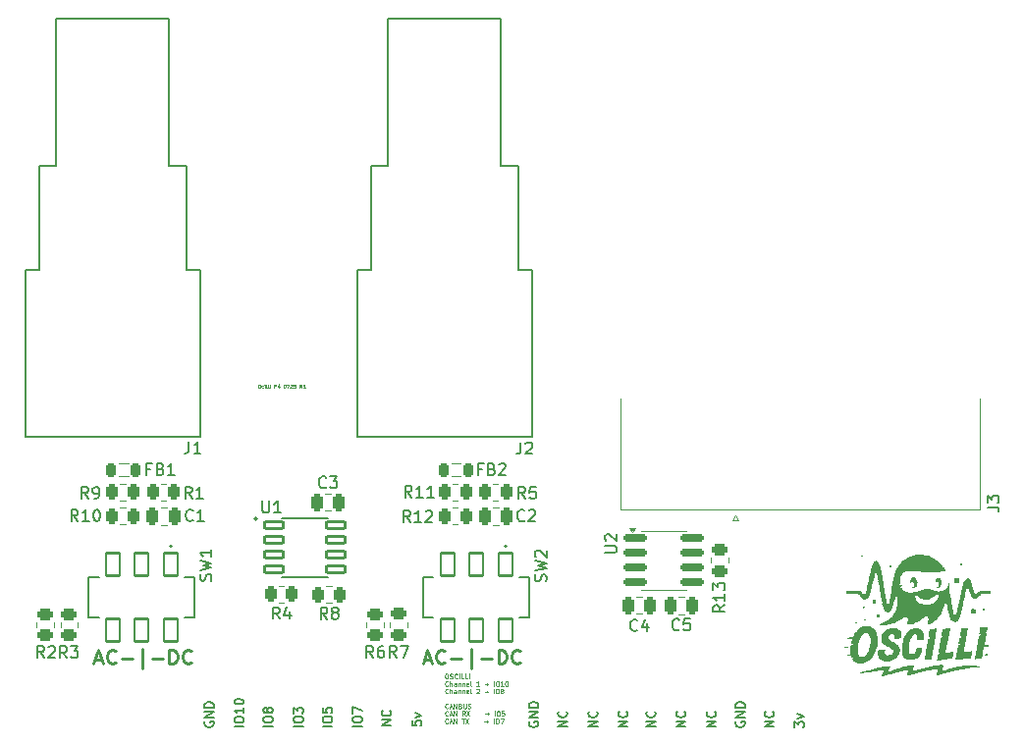
<source format=gbr>
%TF.GenerationSoftware,KiCad,Pcbnew,9.0.2*%
%TF.CreationDate,2025-07-24T16:09:36+02:00*%
%TF.ProjectId,Oscilli,4f736369-6c6c-4692-9e6b-696361645f70,rev?*%
%TF.SameCoordinates,Original*%
%TF.FileFunction,Legend,Top*%
%TF.FilePolarity,Positive*%
%FSLAX46Y46*%
G04 Gerber Fmt 4.6, Leading zero omitted, Abs format (unit mm)*
G04 Created by KiCad (PCBNEW 9.0.2) date 2025-07-24 16:09:36*
%MOMM*%
%LPD*%
G01*
G04 APERTURE LIST*
G04 Aperture macros list*
%AMRoundRect*
0 Rectangle with rounded corners*
0 $1 Rounding radius*
0 $2 $3 $4 $5 $6 $7 $8 $9 X,Y pos of 4 corners*
0 Add a 4 corners polygon primitive as box body*
4,1,4,$2,$3,$4,$5,$6,$7,$8,$9,$2,$3,0*
0 Add four circle primitives for the rounded corners*
1,1,$1+$1,$2,$3*
1,1,$1+$1,$4,$5*
1,1,$1+$1,$6,$7*
1,1,$1+$1,$8,$9*
0 Add four rect primitives between the rounded corners*
20,1,$1+$1,$2,$3,$4,$5,0*
20,1,$1+$1,$4,$5,$6,$7,0*
20,1,$1+$1,$6,$7,$8,$9,0*
20,1,$1+$1,$8,$9,$2,$3,0*%
G04 Aperture macros list end*
%ADD10C,0.160000*%
%ADD11C,0.240000*%
%ADD12C,0.060000*%
%ADD13C,0.080000*%
%ADD14C,0.150000*%
%ADD15C,0.120000*%
%ADD16C,0.000000*%
%ADD17C,0.127000*%
%ADD18C,0.200000*%
%ADD19C,0.010000*%
%ADD20RoundRect,0.250000X-0.250000X-0.475000X0.250000X-0.475000X0.250000X0.475000X-0.250000X0.475000X0*%
%ADD21RoundRect,0.250000X0.262500X0.450000X-0.262500X0.450000X-0.262500X-0.450000X0.262500X-0.450000X0*%
%ADD22RoundRect,0.250000X0.250000X0.475000X-0.250000X0.475000X-0.250000X-0.475000X0.250000X-0.475000X0*%
%ADD23RoundRect,0.250000X-0.450000X0.262500X-0.450000X-0.262500X0.450000X-0.262500X0.450000X0.262500X0*%
%ADD24RoundRect,0.218750X-0.218750X-0.381250X0.218750X-0.381250X0.218750X0.381250X-0.218750X0.381250X0*%
%ADD25RoundRect,0.250000X-0.262500X-0.450000X0.262500X-0.450000X0.262500X0.450000X-0.262500X0.450000X0*%
%ADD26RoundRect,0.250000X0.450000X-0.262500X0.450000X0.262500X-0.450000X0.262500X-0.450000X-0.262500X0*%
%ADD27C,4.000000*%
%ADD28R,1.600000X1.600000*%
%ADD29C,1.600000*%
%ADD30RoundRect,0.102000X0.600000X0.975000X-0.600000X0.975000X-0.600000X-0.975000X0.600000X-0.975000X0*%
%ADD31R,1.700000X1.700000*%
%ADD32C,1.700000*%
%ADD33C,1.664000*%
%ADD34C,3.344000*%
%ADD35RoundRect,0.150000X-0.825000X-0.150000X0.825000X-0.150000X0.825000X0.150000X-0.825000X0.150000X0*%
%ADD36RoundRect,0.100500X-0.791500X-0.301500X0.791500X-0.301500X0.791500X0.301500X-0.791500X0.301500X0*%
G04 APERTURE END LIST*
D10*
X109993775Y-154690451D02*
X109993775Y-154195213D01*
X109993775Y-154195213D02*
X110298537Y-154461879D01*
X110298537Y-154461879D02*
X110298537Y-154347594D01*
X110298537Y-154347594D02*
X110336632Y-154271403D01*
X110336632Y-154271403D02*
X110374727Y-154233308D01*
X110374727Y-154233308D02*
X110450918Y-154195213D01*
X110450918Y-154195213D02*
X110641394Y-154195213D01*
X110641394Y-154195213D02*
X110717584Y-154233308D01*
X110717584Y-154233308D02*
X110755680Y-154271403D01*
X110755680Y-154271403D02*
X110793775Y-154347594D01*
X110793775Y-154347594D02*
X110793775Y-154576165D01*
X110793775Y-154576165D02*
X110755680Y-154652356D01*
X110755680Y-154652356D02*
X110717584Y-154690451D01*
X110260441Y-153928546D02*
X110793775Y-153738070D01*
X110793775Y-153738070D02*
X110260441Y-153547593D01*
D11*
X78046465Y-148857805D02*
X78617894Y-148857805D01*
X77932179Y-149200662D02*
X78332179Y-148000662D01*
X78332179Y-148000662D02*
X78732179Y-149200662D01*
X79817893Y-149086377D02*
X79760750Y-149143520D01*
X79760750Y-149143520D02*
X79589322Y-149200662D01*
X79589322Y-149200662D02*
X79475036Y-149200662D01*
X79475036Y-149200662D02*
X79303607Y-149143520D01*
X79303607Y-149143520D02*
X79189322Y-149029234D01*
X79189322Y-149029234D02*
X79132179Y-148914948D01*
X79132179Y-148914948D02*
X79075036Y-148686377D01*
X79075036Y-148686377D02*
X79075036Y-148514948D01*
X79075036Y-148514948D02*
X79132179Y-148286377D01*
X79132179Y-148286377D02*
X79189322Y-148172091D01*
X79189322Y-148172091D02*
X79303607Y-148057805D01*
X79303607Y-148057805D02*
X79475036Y-148000662D01*
X79475036Y-148000662D02*
X79589322Y-148000662D01*
X79589322Y-148000662D02*
X79760750Y-148057805D01*
X79760750Y-148057805D02*
X79817893Y-148114948D01*
X80332179Y-148743520D02*
X81246465Y-148743520D01*
X82103607Y-149600662D02*
X82103607Y-147886377D01*
X82960750Y-148743520D02*
X83875036Y-148743520D01*
X84446464Y-149200662D02*
X84446464Y-148000662D01*
X84446464Y-148000662D02*
X84732178Y-148000662D01*
X84732178Y-148000662D02*
X84903607Y-148057805D01*
X84903607Y-148057805D02*
X85017892Y-148172091D01*
X85017892Y-148172091D02*
X85075035Y-148286377D01*
X85075035Y-148286377D02*
X85132178Y-148514948D01*
X85132178Y-148514948D02*
X85132178Y-148686377D01*
X85132178Y-148686377D02*
X85075035Y-148914948D01*
X85075035Y-148914948D02*
X85017892Y-149029234D01*
X85017892Y-149029234D02*
X84903607Y-149143520D01*
X84903607Y-149143520D02*
X84732178Y-149200662D01*
X84732178Y-149200662D02*
X84446464Y-149200662D01*
X86332178Y-149086377D02*
X86275035Y-149143520D01*
X86275035Y-149143520D02*
X86103607Y-149200662D01*
X86103607Y-149200662D02*
X85989321Y-149200662D01*
X85989321Y-149200662D02*
X85817892Y-149143520D01*
X85817892Y-149143520D02*
X85703607Y-149029234D01*
X85703607Y-149029234D02*
X85646464Y-148914948D01*
X85646464Y-148914948D02*
X85589321Y-148686377D01*
X85589321Y-148686377D02*
X85589321Y-148514948D01*
X85589321Y-148514948D02*
X85646464Y-148286377D01*
X85646464Y-148286377D02*
X85703607Y-148172091D01*
X85703607Y-148172091D02*
X85817892Y-148057805D01*
X85817892Y-148057805D02*
X85989321Y-148000662D01*
X85989321Y-148000662D02*
X86103607Y-148000662D01*
X86103607Y-148000662D02*
X86275035Y-148057805D01*
X86275035Y-148057805D02*
X86332178Y-148114948D01*
D10*
X97993775Y-154614260D02*
X97193775Y-154614260D01*
X97193775Y-154614260D02*
X97993775Y-154157117D01*
X97993775Y-154157117D02*
X97193775Y-154157117D01*
X97917584Y-153319022D02*
X97955680Y-153357118D01*
X97955680Y-153357118D02*
X97993775Y-153471403D01*
X97993775Y-153471403D02*
X97993775Y-153547594D01*
X97993775Y-153547594D02*
X97955680Y-153661880D01*
X97955680Y-153661880D02*
X97879489Y-153738070D01*
X97879489Y-153738070D02*
X97803299Y-153776165D01*
X97803299Y-153776165D02*
X97650918Y-153814261D01*
X97650918Y-153814261D02*
X97536632Y-153814261D01*
X97536632Y-153814261D02*
X97384251Y-153776165D01*
X97384251Y-153776165D02*
X97308060Y-153738070D01*
X97308060Y-153738070D02*
X97231870Y-153661880D01*
X97231870Y-153661880D02*
X97193775Y-153547594D01*
X97193775Y-153547594D02*
X97193775Y-153471403D01*
X97193775Y-153471403D02*
X97231870Y-153357118D01*
X97231870Y-153357118D02*
X97269965Y-153319022D01*
X104931870Y-154195213D02*
X104893775Y-154271403D01*
X104893775Y-154271403D02*
X104893775Y-154385689D01*
X104893775Y-154385689D02*
X104931870Y-154499975D01*
X104931870Y-154499975D02*
X105008060Y-154576165D01*
X105008060Y-154576165D02*
X105084251Y-154614260D01*
X105084251Y-154614260D02*
X105236632Y-154652356D01*
X105236632Y-154652356D02*
X105350918Y-154652356D01*
X105350918Y-154652356D02*
X105503299Y-154614260D01*
X105503299Y-154614260D02*
X105579489Y-154576165D01*
X105579489Y-154576165D02*
X105655680Y-154499975D01*
X105655680Y-154499975D02*
X105693775Y-154385689D01*
X105693775Y-154385689D02*
X105693775Y-154309498D01*
X105693775Y-154309498D02*
X105655680Y-154195213D01*
X105655680Y-154195213D02*
X105617584Y-154157117D01*
X105617584Y-154157117D02*
X105350918Y-154157117D01*
X105350918Y-154157117D02*
X105350918Y-154309498D01*
X105693775Y-153814260D02*
X104893775Y-153814260D01*
X104893775Y-153814260D02*
X105693775Y-153357117D01*
X105693775Y-153357117D02*
X104893775Y-153357117D01*
X105693775Y-152976165D02*
X104893775Y-152976165D01*
X104893775Y-152976165D02*
X104893775Y-152785689D01*
X104893775Y-152785689D02*
X104931870Y-152671403D01*
X104931870Y-152671403D02*
X105008060Y-152595213D01*
X105008060Y-152595213D02*
X105084251Y-152557118D01*
X105084251Y-152557118D02*
X105236632Y-152519022D01*
X105236632Y-152519022D02*
X105350918Y-152519022D01*
X105350918Y-152519022D02*
X105503299Y-152557118D01*
X105503299Y-152557118D02*
X105579489Y-152595213D01*
X105579489Y-152595213D02*
X105655680Y-152671403D01*
X105655680Y-152671403D02*
X105693775Y-152785689D01*
X105693775Y-152785689D02*
X105693775Y-152976165D01*
X62473775Y-154644260D02*
X61673775Y-154644260D01*
X61673775Y-154110927D02*
X61673775Y-153958546D01*
X61673775Y-153958546D02*
X61711870Y-153882356D01*
X61711870Y-153882356D02*
X61788060Y-153806165D01*
X61788060Y-153806165D02*
X61940441Y-153768070D01*
X61940441Y-153768070D02*
X62207108Y-153768070D01*
X62207108Y-153768070D02*
X62359489Y-153806165D01*
X62359489Y-153806165D02*
X62435680Y-153882356D01*
X62435680Y-153882356D02*
X62473775Y-153958546D01*
X62473775Y-153958546D02*
X62473775Y-154110927D01*
X62473775Y-154110927D02*
X62435680Y-154187118D01*
X62435680Y-154187118D02*
X62359489Y-154263308D01*
X62359489Y-154263308D02*
X62207108Y-154301404D01*
X62207108Y-154301404D02*
X61940441Y-154301404D01*
X61940441Y-154301404D02*
X61788060Y-154263308D01*
X61788060Y-154263308D02*
X61711870Y-154187118D01*
X61711870Y-154187118D02*
X61673775Y-154110927D01*
X62473775Y-153006166D02*
X62473775Y-153463309D01*
X62473775Y-153234737D02*
X61673775Y-153234737D01*
X61673775Y-153234737D02*
X61788060Y-153310928D01*
X61788060Y-153310928D02*
X61864251Y-153387118D01*
X61864251Y-153387118D02*
X61902346Y-153463309D01*
X61673775Y-152510927D02*
X61673775Y-152434737D01*
X61673775Y-152434737D02*
X61711870Y-152358546D01*
X61711870Y-152358546D02*
X61749965Y-152320451D01*
X61749965Y-152320451D02*
X61826156Y-152282356D01*
X61826156Y-152282356D02*
X61978537Y-152244261D01*
X61978537Y-152244261D02*
X62169013Y-152244261D01*
X62169013Y-152244261D02*
X62321394Y-152282356D01*
X62321394Y-152282356D02*
X62397584Y-152320451D01*
X62397584Y-152320451D02*
X62435680Y-152358546D01*
X62435680Y-152358546D02*
X62473775Y-152434737D01*
X62473775Y-152434737D02*
X62473775Y-152510927D01*
X62473775Y-152510927D02*
X62435680Y-152587118D01*
X62435680Y-152587118D02*
X62397584Y-152625213D01*
X62397584Y-152625213D02*
X62321394Y-152663308D01*
X62321394Y-152663308D02*
X62169013Y-152701404D01*
X62169013Y-152701404D02*
X61978537Y-152701404D01*
X61978537Y-152701404D02*
X61826156Y-152663308D01*
X61826156Y-152663308D02*
X61749965Y-152625213D01*
X61749965Y-152625213D02*
X61711870Y-152587118D01*
X61711870Y-152587118D02*
X61673775Y-152510927D01*
D11*
X49666465Y-148857805D02*
X50237894Y-148857805D01*
X49552179Y-149200662D02*
X49952179Y-148000662D01*
X49952179Y-148000662D02*
X50352179Y-149200662D01*
X51437893Y-149086377D02*
X51380750Y-149143520D01*
X51380750Y-149143520D02*
X51209322Y-149200662D01*
X51209322Y-149200662D02*
X51095036Y-149200662D01*
X51095036Y-149200662D02*
X50923607Y-149143520D01*
X50923607Y-149143520D02*
X50809322Y-149029234D01*
X50809322Y-149029234D02*
X50752179Y-148914948D01*
X50752179Y-148914948D02*
X50695036Y-148686377D01*
X50695036Y-148686377D02*
X50695036Y-148514948D01*
X50695036Y-148514948D02*
X50752179Y-148286377D01*
X50752179Y-148286377D02*
X50809322Y-148172091D01*
X50809322Y-148172091D02*
X50923607Y-148057805D01*
X50923607Y-148057805D02*
X51095036Y-148000662D01*
X51095036Y-148000662D02*
X51209322Y-148000662D01*
X51209322Y-148000662D02*
X51380750Y-148057805D01*
X51380750Y-148057805D02*
X51437893Y-148114948D01*
X51952179Y-148743520D02*
X52866465Y-148743520D01*
X53723607Y-149600662D02*
X53723607Y-147886377D01*
X54580750Y-148743520D02*
X55495036Y-148743520D01*
X56066464Y-149200662D02*
X56066464Y-148000662D01*
X56066464Y-148000662D02*
X56352178Y-148000662D01*
X56352178Y-148000662D02*
X56523607Y-148057805D01*
X56523607Y-148057805D02*
X56637892Y-148172091D01*
X56637892Y-148172091D02*
X56695035Y-148286377D01*
X56695035Y-148286377D02*
X56752178Y-148514948D01*
X56752178Y-148514948D02*
X56752178Y-148686377D01*
X56752178Y-148686377D02*
X56695035Y-148914948D01*
X56695035Y-148914948D02*
X56637892Y-149029234D01*
X56637892Y-149029234D02*
X56523607Y-149143520D01*
X56523607Y-149143520D02*
X56352178Y-149200662D01*
X56352178Y-149200662D02*
X56066464Y-149200662D01*
X57952178Y-149086377D02*
X57895035Y-149143520D01*
X57895035Y-149143520D02*
X57723607Y-149200662D01*
X57723607Y-149200662D02*
X57609321Y-149200662D01*
X57609321Y-149200662D02*
X57437892Y-149143520D01*
X57437892Y-149143520D02*
X57323607Y-149029234D01*
X57323607Y-149029234D02*
X57266464Y-148914948D01*
X57266464Y-148914948D02*
X57209321Y-148686377D01*
X57209321Y-148686377D02*
X57209321Y-148514948D01*
X57209321Y-148514948D02*
X57266464Y-148286377D01*
X57266464Y-148286377D02*
X57323607Y-148172091D01*
X57323607Y-148172091D02*
X57437892Y-148057805D01*
X57437892Y-148057805D02*
X57609321Y-148000662D01*
X57609321Y-148000662D02*
X57723607Y-148000662D01*
X57723607Y-148000662D02*
X57895035Y-148057805D01*
X57895035Y-148057805D02*
X57952178Y-148114948D01*
D10*
X76993775Y-154133308D02*
X76993775Y-154514260D01*
X76993775Y-154514260D02*
X77374727Y-154552356D01*
X77374727Y-154552356D02*
X77336632Y-154514260D01*
X77336632Y-154514260D02*
X77298537Y-154438070D01*
X77298537Y-154438070D02*
X77298537Y-154247594D01*
X77298537Y-154247594D02*
X77336632Y-154171403D01*
X77336632Y-154171403D02*
X77374727Y-154133308D01*
X77374727Y-154133308D02*
X77450918Y-154095213D01*
X77450918Y-154095213D02*
X77641394Y-154095213D01*
X77641394Y-154095213D02*
X77717584Y-154133308D01*
X77717584Y-154133308D02*
X77755680Y-154171403D01*
X77755680Y-154171403D02*
X77793775Y-154247594D01*
X77793775Y-154247594D02*
X77793775Y-154438070D01*
X77793775Y-154438070D02*
X77755680Y-154514260D01*
X77755680Y-154514260D02*
X77717584Y-154552356D01*
X77260441Y-153828546D02*
X77793775Y-153638070D01*
X77793775Y-153638070D02*
X77260441Y-153447593D01*
X72693775Y-154614260D02*
X71893775Y-154614260D01*
X71893775Y-154080927D02*
X71893775Y-153928546D01*
X71893775Y-153928546D02*
X71931870Y-153852356D01*
X71931870Y-153852356D02*
X72008060Y-153776165D01*
X72008060Y-153776165D02*
X72160441Y-153738070D01*
X72160441Y-153738070D02*
X72427108Y-153738070D01*
X72427108Y-153738070D02*
X72579489Y-153776165D01*
X72579489Y-153776165D02*
X72655680Y-153852356D01*
X72655680Y-153852356D02*
X72693775Y-153928546D01*
X72693775Y-153928546D02*
X72693775Y-154080927D01*
X72693775Y-154080927D02*
X72655680Y-154157118D01*
X72655680Y-154157118D02*
X72579489Y-154233308D01*
X72579489Y-154233308D02*
X72427108Y-154271404D01*
X72427108Y-154271404D02*
X72160441Y-154271404D01*
X72160441Y-154271404D02*
X72008060Y-154233308D01*
X72008060Y-154233308D02*
X71931870Y-154157118D01*
X71931870Y-154157118D02*
X71893775Y-154080927D01*
X71893775Y-153471404D02*
X71893775Y-152938070D01*
X71893775Y-152938070D02*
X72693775Y-153280928D01*
X108193775Y-154614260D02*
X107393775Y-154614260D01*
X107393775Y-154614260D02*
X108193775Y-154157117D01*
X108193775Y-154157117D02*
X107393775Y-154157117D01*
X108117584Y-153319022D02*
X108155680Y-153357118D01*
X108155680Y-153357118D02*
X108193775Y-153471403D01*
X108193775Y-153471403D02*
X108193775Y-153547594D01*
X108193775Y-153547594D02*
X108155680Y-153661880D01*
X108155680Y-153661880D02*
X108079489Y-153738070D01*
X108079489Y-153738070D02*
X108003299Y-153776165D01*
X108003299Y-153776165D02*
X107850918Y-153814261D01*
X107850918Y-153814261D02*
X107736632Y-153814261D01*
X107736632Y-153814261D02*
X107584251Y-153776165D01*
X107584251Y-153776165D02*
X107508060Y-153738070D01*
X107508060Y-153738070D02*
X107431870Y-153661880D01*
X107431870Y-153661880D02*
X107393775Y-153547594D01*
X107393775Y-153547594D02*
X107393775Y-153471403D01*
X107393775Y-153471403D02*
X107431870Y-153357118D01*
X107431870Y-153357118D02*
X107469965Y-153319022D01*
D12*
X63778044Y-125110165D02*
X63835187Y-125110165D01*
X63835187Y-125110165D02*
X63863758Y-125124451D01*
X63863758Y-125124451D02*
X63892330Y-125153022D01*
X63892330Y-125153022D02*
X63906615Y-125210165D01*
X63906615Y-125210165D02*
X63906615Y-125310165D01*
X63906615Y-125310165D02*
X63892330Y-125367308D01*
X63892330Y-125367308D02*
X63863758Y-125395880D01*
X63863758Y-125395880D02*
X63835187Y-125410165D01*
X63835187Y-125410165D02*
X63778044Y-125410165D01*
X63778044Y-125410165D02*
X63749473Y-125395880D01*
X63749473Y-125395880D02*
X63720901Y-125367308D01*
X63720901Y-125367308D02*
X63706615Y-125310165D01*
X63706615Y-125310165D02*
X63706615Y-125210165D01*
X63706615Y-125210165D02*
X63720901Y-125153022D01*
X63720901Y-125153022D02*
X63749473Y-125124451D01*
X63749473Y-125124451D02*
X63778044Y-125110165D01*
X64163759Y-125395880D02*
X64135187Y-125410165D01*
X64135187Y-125410165D02*
X64078044Y-125410165D01*
X64078044Y-125410165D02*
X64049473Y-125395880D01*
X64049473Y-125395880D02*
X64035187Y-125381594D01*
X64035187Y-125381594D02*
X64020901Y-125353022D01*
X64020901Y-125353022D02*
X64020901Y-125267308D01*
X64020901Y-125267308D02*
X64035187Y-125238737D01*
X64035187Y-125238737D02*
X64049473Y-125224451D01*
X64049473Y-125224451D02*
X64078044Y-125210165D01*
X64078044Y-125210165D02*
X64135187Y-125210165D01*
X64135187Y-125210165D02*
X64163759Y-125224451D01*
X64292330Y-125410165D02*
X64292330Y-125210165D01*
X64292330Y-125110165D02*
X64278044Y-125124451D01*
X64278044Y-125124451D02*
X64292330Y-125138737D01*
X64292330Y-125138737D02*
X64306616Y-125124451D01*
X64306616Y-125124451D02*
X64292330Y-125110165D01*
X64292330Y-125110165D02*
X64292330Y-125138737D01*
X64478044Y-125410165D02*
X64449473Y-125395880D01*
X64449473Y-125395880D02*
X64435187Y-125367308D01*
X64435187Y-125367308D02*
X64435187Y-125110165D01*
X64635187Y-125410165D02*
X64606616Y-125395880D01*
X64606616Y-125395880D02*
X64592330Y-125367308D01*
X64592330Y-125367308D02*
X64592330Y-125110165D01*
X64749473Y-125410165D02*
X64749473Y-125210165D01*
X64749473Y-125110165D02*
X64735187Y-125124451D01*
X64735187Y-125124451D02*
X64749473Y-125138737D01*
X64749473Y-125138737D02*
X64763759Y-125124451D01*
X64763759Y-125124451D02*
X64749473Y-125110165D01*
X64749473Y-125110165D02*
X64749473Y-125138737D01*
X65120901Y-125410165D02*
X65120901Y-125110165D01*
X65120901Y-125110165D02*
X65235187Y-125110165D01*
X65235187Y-125110165D02*
X65263758Y-125124451D01*
X65263758Y-125124451D02*
X65278044Y-125138737D01*
X65278044Y-125138737D02*
X65292330Y-125167308D01*
X65292330Y-125167308D02*
X65292330Y-125210165D01*
X65292330Y-125210165D02*
X65278044Y-125238737D01*
X65278044Y-125238737D02*
X65263758Y-125253022D01*
X65263758Y-125253022D02*
X65235187Y-125267308D01*
X65235187Y-125267308D02*
X65120901Y-125267308D01*
X65549473Y-125210165D02*
X65549473Y-125410165D01*
X65478044Y-125095880D02*
X65406615Y-125310165D01*
X65406615Y-125310165D02*
X65592330Y-125310165D01*
X65992329Y-125110165D02*
X66020900Y-125110165D01*
X66020900Y-125110165D02*
X66049472Y-125124451D01*
X66049472Y-125124451D02*
X66063758Y-125138737D01*
X66063758Y-125138737D02*
X66078043Y-125167308D01*
X66078043Y-125167308D02*
X66092329Y-125224451D01*
X66092329Y-125224451D02*
X66092329Y-125295880D01*
X66092329Y-125295880D02*
X66078043Y-125353022D01*
X66078043Y-125353022D02*
X66063758Y-125381594D01*
X66063758Y-125381594D02*
X66049472Y-125395880D01*
X66049472Y-125395880D02*
X66020900Y-125410165D01*
X66020900Y-125410165D02*
X65992329Y-125410165D01*
X65992329Y-125410165D02*
X65963758Y-125395880D01*
X65963758Y-125395880D02*
X65949472Y-125381594D01*
X65949472Y-125381594D02*
X65935186Y-125353022D01*
X65935186Y-125353022D02*
X65920900Y-125295880D01*
X65920900Y-125295880D02*
X65920900Y-125224451D01*
X65920900Y-125224451D02*
X65935186Y-125167308D01*
X65935186Y-125167308D02*
X65949472Y-125138737D01*
X65949472Y-125138737D02*
X65963758Y-125124451D01*
X65963758Y-125124451D02*
X65992329Y-125110165D01*
X66192329Y-125110165D02*
X66392329Y-125110165D01*
X66392329Y-125110165D02*
X66263757Y-125410165D01*
X66492328Y-125138737D02*
X66506614Y-125124451D01*
X66506614Y-125124451D02*
X66535186Y-125110165D01*
X66535186Y-125110165D02*
X66606614Y-125110165D01*
X66606614Y-125110165D02*
X66635186Y-125124451D01*
X66635186Y-125124451D02*
X66649471Y-125138737D01*
X66649471Y-125138737D02*
X66663757Y-125167308D01*
X66663757Y-125167308D02*
X66663757Y-125195880D01*
X66663757Y-125195880D02*
X66649471Y-125238737D01*
X66649471Y-125238737D02*
X66478043Y-125410165D01*
X66478043Y-125410165D02*
X66663757Y-125410165D01*
X66935185Y-125110165D02*
X66792328Y-125110165D01*
X66792328Y-125110165D02*
X66778042Y-125253022D01*
X66778042Y-125253022D02*
X66792328Y-125238737D01*
X66792328Y-125238737D02*
X66820900Y-125224451D01*
X66820900Y-125224451D02*
X66892328Y-125224451D01*
X66892328Y-125224451D02*
X66920900Y-125238737D01*
X66920900Y-125238737D02*
X66935185Y-125253022D01*
X66935185Y-125253022D02*
X66949471Y-125281594D01*
X66949471Y-125281594D02*
X66949471Y-125353022D01*
X66949471Y-125353022D02*
X66935185Y-125381594D01*
X66935185Y-125381594D02*
X66920900Y-125395880D01*
X66920900Y-125395880D02*
X66892328Y-125410165D01*
X66892328Y-125410165D02*
X66820900Y-125410165D01*
X66820900Y-125410165D02*
X66792328Y-125395880D01*
X66792328Y-125395880D02*
X66778042Y-125381594D01*
X67478042Y-125410165D02*
X67378042Y-125267308D01*
X67306613Y-125410165D02*
X67306613Y-125110165D01*
X67306613Y-125110165D02*
X67420899Y-125110165D01*
X67420899Y-125110165D02*
X67449470Y-125124451D01*
X67449470Y-125124451D02*
X67463756Y-125138737D01*
X67463756Y-125138737D02*
X67478042Y-125167308D01*
X67478042Y-125167308D02*
X67478042Y-125210165D01*
X67478042Y-125210165D02*
X67463756Y-125238737D01*
X67463756Y-125238737D02*
X67449470Y-125253022D01*
X67449470Y-125253022D02*
X67420899Y-125267308D01*
X67420899Y-125267308D02*
X67306613Y-125267308D01*
X67763756Y-125410165D02*
X67592327Y-125410165D01*
X67678042Y-125410165D02*
X67678042Y-125110165D01*
X67678042Y-125110165D02*
X67649470Y-125153022D01*
X67649470Y-125153022D02*
X67620899Y-125181594D01*
X67620899Y-125181594D02*
X67592327Y-125195880D01*
D13*
X79944059Y-150075063D02*
X80020250Y-150075063D01*
X80020250Y-150075063D02*
X80058345Y-150094111D01*
X80058345Y-150094111D02*
X80096440Y-150132206D01*
X80096440Y-150132206D02*
X80115488Y-150208396D01*
X80115488Y-150208396D02*
X80115488Y-150341730D01*
X80115488Y-150341730D02*
X80096440Y-150417920D01*
X80096440Y-150417920D02*
X80058345Y-150456016D01*
X80058345Y-150456016D02*
X80020250Y-150475063D01*
X80020250Y-150475063D02*
X79944059Y-150475063D01*
X79944059Y-150475063D02*
X79905964Y-150456016D01*
X79905964Y-150456016D02*
X79867869Y-150417920D01*
X79867869Y-150417920D02*
X79848821Y-150341730D01*
X79848821Y-150341730D02*
X79848821Y-150208396D01*
X79848821Y-150208396D02*
X79867869Y-150132206D01*
X79867869Y-150132206D02*
X79905964Y-150094111D01*
X79905964Y-150094111D02*
X79944059Y-150075063D01*
X80267869Y-150456016D02*
X80325012Y-150475063D01*
X80325012Y-150475063D02*
X80420250Y-150475063D01*
X80420250Y-150475063D02*
X80458345Y-150456016D01*
X80458345Y-150456016D02*
X80477393Y-150436968D01*
X80477393Y-150436968D02*
X80496440Y-150398873D01*
X80496440Y-150398873D02*
X80496440Y-150360777D01*
X80496440Y-150360777D02*
X80477393Y-150322682D01*
X80477393Y-150322682D02*
X80458345Y-150303635D01*
X80458345Y-150303635D02*
X80420250Y-150284587D01*
X80420250Y-150284587D02*
X80344059Y-150265539D01*
X80344059Y-150265539D02*
X80305964Y-150246492D01*
X80305964Y-150246492D02*
X80286917Y-150227444D01*
X80286917Y-150227444D02*
X80267869Y-150189349D01*
X80267869Y-150189349D02*
X80267869Y-150151254D01*
X80267869Y-150151254D02*
X80286917Y-150113158D01*
X80286917Y-150113158D02*
X80305964Y-150094111D01*
X80305964Y-150094111D02*
X80344059Y-150075063D01*
X80344059Y-150075063D02*
X80439298Y-150075063D01*
X80439298Y-150075063D02*
X80496440Y-150094111D01*
X80896440Y-150436968D02*
X80877392Y-150456016D01*
X80877392Y-150456016D02*
X80820250Y-150475063D01*
X80820250Y-150475063D02*
X80782154Y-150475063D01*
X80782154Y-150475063D02*
X80725011Y-150456016D01*
X80725011Y-150456016D02*
X80686916Y-150417920D01*
X80686916Y-150417920D02*
X80667869Y-150379825D01*
X80667869Y-150379825D02*
X80648821Y-150303635D01*
X80648821Y-150303635D02*
X80648821Y-150246492D01*
X80648821Y-150246492D02*
X80667869Y-150170301D01*
X80667869Y-150170301D02*
X80686916Y-150132206D01*
X80686916Y-150132206D02*
X80725011Y-150094111D01*
X80725011Y-150094111D02*
X80782154Y-150075063D01*
X80782154Y-150075063D02*
X80820250Y-150075063D01*
X80820250Y-150075063D02*
X80877392Y-150094111D01*
X80877392Y-150094111D02*
X80896440Y-150113158D01*
X81067869Y-150475063D02*
X81067869Y-150075063D01*
X81448821Y-150475063D02*
X81258345Y-150475063D01*
X81258345Y-150475063D02*
X81258345Y-150075063D01*
X81772631Y-150475063D02*
X81582155Y-150475063D01*
X81582155Y-150475063D02*
X81582155Y-150075063D01*
X81905965Y-150475063D02*
X81905965Y-150075063D01*
X80096440Y-151080946D02*
X80077392Y-151099994D01*
X80077392Y-151099994D02*
X80020250Y-151119041D01*
X80020250Y-151119041D02*
X79982154Y-151119041D01*
X79982154Y-151119041D02*
X79925011Y-151099994D01*
X79925011Y-151099994D02*
X79886916Y-151061898D01*
X79886916Y-151061898D02*
X79867869Y-151023803D01*
X79867869Y-151023803D02*
X79848821Y-150947613D01*
X79848821Y-150947613D02*
X79848821Y-150890470D01*
X79848821Y-150890470D02*
X79867869Y-150814279D01*
X79867869Y-150814279D02*
X79886916Y-150776184D01*
X79886916Y-150776184D02*
X79925011Y-150738089D01*
X79925011Y-150738089D02*
X79982154Y-150719041D01*
X79982154Y-150719041D02*
X80020250Y-150719041D01*
X80020250Y-150719041D02*
X80077392Y-150738089D01*
X80077392Y-150738089D02*
X80096440Y-150757136D01*
X80267869Y-151119041D02*
X80267869Y-150719041D01*
X80439297Y-151119041D02*
X80439297Y-150909517D01*
X80439297Y-150909517D02*
X80420250Y-150871422D01*
X80420250Y-150871422D02*
X80382154Y-150852374D01*
X80382154Y-150852374D02*
X80325011Y-150852374D01*
X80325011Y-150852374D02*
X80286916Y-150871422D01*
X80286916Y-150871422D02*
X80267869Y-150890470D01*
X80801202Y-151119041D02*
X80801202Y-150909517D01*
X80801202Y-150909517D02*
X80782155Y-150871422D01*
X80782155Y-150871422D02*
X80744059Y-150852374D01*
X80744059Y-150852374D02*
X80667869Y-150852374D01*
X80667869Y-150852374D02*
X80629774Y-150871422D01*
X80801202Y-151099994D02*
X80763107Y-151119041D01*
X80763107Y-151119041D02*
X80667869Y-151119041D01*
X80667869Y-151119041D02*
X80629774Y-151099994D01*
X80629774Y-151099994D02*
X80610726Y-151061898D01*
X80610726Y-151061898D02*
X80610726Y-151023803D01*
X80610726Y-151023803D02*
X80629774Y-150985708D01*
X80629774Y-150985708D02*
X80667869Y-150966660D01*
X80667869Y-150966660D02*
X80763107Y-150966660D01*
X80763107Y-150966660D02*
X80801202Y-150947613D01*
X80991679Y-150852374D02*
X80991679Y-151119041D01*
X80991679Y-150890470D02*
X81010726Y-150871422D01*
X81010726Y-150871422D02*
X81048821Y-150852374D01*
X81048821Y-150852374D02*
X81105964Y-150852374D01*
X81105964Y-150852374D02*
X81144060Y-150871422D01*
X81144060Y-150871422D02*
X81163107Y-150909517D01*
X81163107Y-150909517D02*
X81163107Y-151119041D01*
X81353584Y-150852374D02*
X81353584Y-151119041D01*
X81353584Y-150890470D02*
X81372631Y-150871422D01*
X81372631Y-150871422D02*
X81410726Y-150852374D01*
X81410726Y-150852374D02*
X81467869Y-150852374D01*
X81467869Y-150852374D02*
X81505965Y-150871422D01*
X81505965Y-150871422D02*
X81525012Y-150909517D01*
X81525012Y-150909517D02*
X81525012Y-151119041D01*
X81867870Y-151099994D02*
X81829774Y-151119041D01*
X81829774Y-151119041D02*
X81753584Y-151119041D01*
X81753584Y-151119041D02*
X81715489Y-151099994D01*
X81715489Y-151099994D02*
X81696441Y-151061898D01*
X81696441Y-151061898D02*
X81696441Y-150909517D01*
X81696441Y-150909517D02*
X81715489Y-150871422D01*
X81715489Y-150871422D02*
X81753584Y-150852374D01*
X81753584Y-150852374D02*
X81829774Y-150852374D01*
X81829774Y-150852374D02*
X81867870Y-150871422D01*
X81867870Y-150871422D02*
X81886917Y-150909517D01*
X81886917Y-150909517D02*
X81886917Y-150947613D01*
X81886917Y-150947613D02*
X81696441Y-150985708D01*
X82115488Y-151119041D02*
X82077393Y-151099994D01*
X82077393Y-151099994D02*
X82058346Y-151061898D01*
X82058346Y-151061898D02*
X82058346Y-150719041D01*
X82782155Y-151119041D02*
X82553584Y-151119041D01*
X82667870Y-151119041D02*
X82667870Y-150719041D01*
X82667870Y-150719041D02*
X82629774Y-150776184D01*
X82629774Y-150776184D02*
X82591679Y-150814279D01*
X82591679Y-150814279D02*
X82553584Y-150833327D01*
X83258346Y-150966660D02*
X83563108Y-150966660D01*
X83486917Y-151042851D02*
X83563108Y-150966660D01*
X83563108Y-150966660D02*
X83486917Y-150890470D01*
X84058346Y-151119041D02*
X84058346Y-150719041D01*
X84325012Y-150719041D02*
X84401203Y-150719041D01*
X84401203Y-150719041D02*
X84439298Y-150738089D01*
X84439298Y-150738089D02*
X84477393Y-150776184D01*
X84477393Y-150776184D02*
X84496441Y-150852374D01*
X84496441Y-150852374D02*
X84496441Y-150985708D01*
X84496441Y-150985708D02*
X84477393Y-151061898D01*
X84477393Y-151061898D02*
X84439298Y-151099994D01*
X84439298Y-151099994D02*
X84401203Y-151119041D01*
X84401203Y-151119041D02*
X84325012Y-151119041D01*
X84325012Y-151119041D02*
X84286917Y-151099994D01*
X84286917Y-151099994D02*
X84248822Y-151061898D01*
X84248822Y-151061898D02*
X84229774Y-150985708D01*
X84229774Y-150985708D02*
X84229774Y-150852374D01*
X84229774Y-150852374D02*
X84248822Y-150776184D01*
X84248822Y-150776184D02*
X84286917Y-150738089D01*
X84286917Y-150738089D02*
X84325012Y-150719041D01*
X84877393Y-151119041D02*
X84648822Y-151119041D01*
X84763108Y-151119041D02*
X84763108Y-150719041D01*
X84763108Y-150719041D02*
X84725012Y-150776184D01*
X84725012Y-150776184D02*
X84686917Y-150814279D01*
X84686917Y-150814279D02*
X84648822Y-150833327D01*
X85125012Y-150719041D02*
X85163107Y-150719041D01*
X85163107Y-150719041D02*
X85201203Y-150738089D01*
X85201203Y-150738089D02*
X85220250Y-150757136D01*
X85220250Y-150757136D02*
X85239298Y-150795232D01*
X85239298Y-150795232D02*
X85258345Y-150871422D01*
X85258345Y-150871422D02*
X85258345Y-150966660D01*
X85258345Y-150966660D02*
X85239298Y-151042851D01*
X85239298Y-151042851D02*
X85220250Y-151080946D01*
X85220250Y-151080946D02*
X85201203Y-151099994D01*
X85201203Y-151099994D02*
X85163107Y-151119041D01*
X85163107Y-151119041D02*
X85125012Y-151119041D01*
X85125012Y-151119041D02*
X85086917Y-151099994D01*
X85086917Y-151099994D02*
X85067869Y-151080946D01*
X85067869Y-151080946D02*
X85048822Y-151042851D01*
X85048822Y-151042851D02*
X85029774Y-150966660D01*
X85029774Y-150966660D02*
X85029774Y-150871422D01*
X85029774Y-150871422D02*
X85048822Y-150795232D01*
X85048822Y-150795232D02*
X85067869Y-150757136D01*
X85067869Y-150757136D02*
X85086917Y-150738089D01*
X85086917Y-150738089D02*
X85125012Y-150719041D01*
X80096440Y-151724924D02*
X80077392Y-151743972D01*
X80077392Y-151743972D02*
X80020250Y-151763019D01*
X80020250Y-151763019D02*
X79982154Y-151763019D01*
X79982154Y-151763019D02*
X79925011Y-151743972D01*
X79925011Y-151743972D02*
X79886916Y-151705876D01*
X79886916Y-151705876D02*
X79867869Y-151667781D01*
X79867869Y-151667781D02*
X79848821Y-151591591D01*
X79848821Y-151591591D02*
X79848821Y-151534448D01*
X79848821Y-151534448D02*
X79867869Y-151458257D01*
X79867869Y-151458257D02*
X79886916Y-151420162D01*
X79886916Y-151420162D02*
X79925011Y-151382067D01*
X79925011Y-151382067D02*
X79982154Y-151363019D01*
X79982154Y-151363019D02*
X80020250Y-151363019D01*
X80020250Y-151363019D02*
X80077392Y-151382067D01*
X80077392Y-151382067D02*
X80096440Y-151401114D01*
X80267869Y-151763019D02*
X80267869Y-151363019D01*
X80439297Y-151763019D02*
X80439297Y-151553495D01*
X80439297Y-151553495D02*
X80420250Y-151515400D01*
X80420250Y-151515400D02*
X80382154Y-151496352D01*
X80382154Y-151496352D02*
X80325011Y-151496352D01*
X80325011Y-151496352D02*
X80286916Y-151515400D01*
X80286916Y-151515400D02*
X80267869Y-151534448D01*
X80801202Y-151763019D02*
X80801202Y-151553495D01*
X80801202Y-151553495D02*
X80782155Y-151515400D01*
X80782155Y-151515400D02*
X80744059Y-151496352D01*
X80744059Y-151496352D02*
X80667869Y-151496352D01*
X80667869Y-151496352D02*
X80629774Y-151515400D01*
X80801202Y-151743972D02*
X80763107Y-151763019D01*
X80763107Y-151763019D02*
X80667869Y-151763019D01*
X80667869Y-151763019D02*
X80629774Y-151743972D01*
X80629774Y-151743972D02*
X80610726Y-151705876D01*
X80610726Y-151705876D02*
X80610726Y-151667781D01*
X80610726Y-151667781D02*
X80629774Y-151629686D01*
X80629774Y-151629686D02*
X80667869Y-151610638D01*
X80667869Y-151610638D02*
X80763107Y-151610638D01*
X80763107Y-151610638D02*
X80801202Y-151591591D01*
X80991679Y-151496352D02*
X80991679Y-151763019D01*
X80991679Y-151534448D02*
X81010726Y-151515400D01*
X81010726Y-151515400D02*
X81048821Y-151496352D01*
X81048821Y-151496352D02*
X81105964Y-151496352D01*
X81105964Y-151496352D02*
X81144060Y-151515400D01*
X81144060Y-151515400D02*
X81163107Y-151553495D01*
X81163107Y-151553495D02*
X81163107Y-151763019D01*
X81353584Y-151496352D02*
X81353584Y-151763019D01*
X81353584Y-151534448D02*
X81372631Y-151515400D01*
X81372631Y-151515400D02*
X81410726Y-151496352D01*
X81410726Y-151496352D02*
X81467869Y-151496352D01*
X81467869Y-151496352D02*
X81505965Y-151515400D01*
X81505965Y-151515400D02*
X81525012Y-151553495D01*
X81525012Y-151553495D02*
X81525012Y-151763019D01*
X81867870Y-151743972D02*
X81829774Y-151763019D01*
X81829774Y-151763019D02*
X81753584Y-151763019D01*
X81753584Y-151763019D02*
X81715489Y-151743972D01*
X81715489Y-151743972D02*
X81696441Y-151705876D01*
X81696441Y-151705876D02*
X81696441Y-151553495D01*
X81696441Y-151553495D02*
X81715489Y-151515400D01*
X81715489Y-151515400D02*
X81753584Y-151496352D01*
X81753584Y-151496352D02*
X81829774Y-151496352D01*
X81829774Y-151496352D02*
X81867870Y-151515400D01*
X81867870Y-151515400D02*
X81886917Y-151553495D01*
X81886917Y-151553495D02*
X81886917Y-151591591D01*
X81886917Y-151591591D02*
X81696441Y-151629686D01*
X82115488Y-151763019D02*
X82077393Y-151743972D01*
X82077393Y-151743972D02*
X82058346Y-151705876D01*
X82058346Y-151705876D02*
X82058346Y-151363019D01*
X82553584Y-151401114D02*
X82572632Y-151382067D01*
X82572632Y-151382067D02*
X82610727Y-151363019D01*
X82610727Y-151363019D02*
X82705965Y-151363019D01*
X82705965Y-151363019D02*
X82744060Y-151382067D01*
X82744060Y-151382067D02*
X82763108Y-151401114D01*
X82763108Y-151401114D02*
X82782155Y-151439210D01*
X82782155Y-151439210D02*
X82782155Y-151477305D01*
X82782155Y-151477305D02*
X82763108Y-151534448D01*
X82763108Y-151534448D02*
X82534536Y-151763019D01*
X82534536Y-151763019D02*
X82782155Y-151763019D01*
X83258346Y-151610638D02*
X83563108Y-151610638D01*
X83486917Y-151686829D02*
X83563108Y-151610638D01*
X83563108Y-151610638D02*
X83486917Y-151534448D01*
X84058346Y-151763019D02*
X84058346Y-151363019D01*
X84325012Y-151363019D02*
X84401203Y-151363019D01*
X84401203Y-151363019D02*
X84439298Y-151382067D01*
X84439298Y-151382067D02*
X84477393Y-151420162D01*
X84477393Y-151420162D02*
X84496441Y-151496352D01*
X84496441Y-151496352D02*
X84496441Y-151629686D01*
X84496441Y-151629686D02*
X84477393Y-151705876D01*
X84477393Y-151705876D02*
X84439298Y-151743972D01*
X84439298Y-151743972D02*
X84401203Y-151763019D01*
X84401203Y-151763019D02*
X84325012Y-151763019D01*
X84325012Y-151763019D02*
X84286917Y-151743972D01*
X84286917Y-151743972D02*
X84248822Y-151705876D01*
X84248822Y-151705876D02*
X84229774Y-151629686D01*
X84229774Y-151629686D02*
X84229774Y-151496352D01*
X84229774Y-151496352D02*
X84248822Y-151420162D01*
X84248822Y-151420162D02*
X84286917Y-151382067D01*
X84286917Y-151382067D02*
X84325012Y-151363019D01*
X84725012Y-151534448D02*
X84686917Y-151515400D01*
X84686917Y-151515400D02*
X84667870Y-151496352D01*
X84667870Y-151496352D02*
X84648822Y-151458257D01*
X84648822Y-151458257D02*
X84648822Y-151439210D01*
X84648822Y-151439210D02*
X84667870Y-151401114D01*
X84667870Y-151401114D02*
X84686917Y-151382067D01*
X84686917Y-151382067D02*
X84725012Y-151363019D01*
X84725012Y-151363019D02*
X84801203Y-151363019D01*
X84801203Y-151363019D02*
X84839298Y-151382067D01*
X84839298Y-151382067D02*
X84858346Y-151401114D01*
X84858346Y-151401114D02*
X84877393Y-151439210D01*
X84877393Y-151439210D02*
X84877393Y-151458257D01*
X84877393Y-151458257D02*
X84858346Y-151496352D01*
X84858346Y-151496352D02*
X84839298Y-151515400D01*
X84839298Y-151515400D02*
X84801203Y-151534448D01*
X84801203Y-151534448D02*
X84725012Y-151534448D01*
X84725012Y-151534448D02*
X84686917Y-151553495D01*
X84686917Y-151553495D02*
X84667870Y-151572543D01*
X84667870Y-151572543D02*
X84648822Y-151610638D01*
X84648822Y-151610638D02*
X84648822Y-151686829D01*
X84648822Y-151686829D02*
X84667870Y-151724924D01*
X84667870Y-151724924D02*
X84686917Y-151743972D01*
X84686917Y-151743972D02*
X84725012Y-151763019D01*
X84725012Y-151763019D02*
X84801203Y-151763019D01*
X84801203Y-151763019D02*
X84839298Y-151743972D01*
X84839298Y-151743972D02*
X84858346Y-151724924D01*
X84858346Y-151724924D02*
X84877393Y-151686829D01*
X84877393Y-151686829D02*
X84877393Y-151610638D01*
X84877393Y-151610638D02*
X84858346Y-151572543D01*
X84858346Y-151572543D02*
X84839298Y-151553495D01*
X84839298Y-151553495D02*
X84801203Y-151534448D01*
X80096440Y-153012880D02*
X80077392Y-153031928D01*
X80077392Y-153031928D02*
X80020250Y-153050975D01*
X80020250Y-153050975D02*
X79982154Y-153050975D01*
X79982154Y-153050975D02*
X79925011Y-153031928D01*
X79925011Y-153031928D02*
X79886916Y-152993832D01*
X79886916Y-152993832D02*
X79867869Y-152955737D01*
X79867869Y-152955737D02*
X79848821Y-152879547D01*
X79848821Y-152879547D02*
X79848821Y-152822404D01*
X79848821Y-152822404D02*
X79867869Y-152746213D01*
X79867869Y-152746213D02*
X79886916Y-152708118D01*
X79886916Y-152708118D02*
X79925011Y-152670023D01*
X79925011Y-152670023D02*
X79982154Y-152650975D01*
X79982154Y-152650975D02*
X80020250Y-152650975D01*
X80020250Y-152650975D02*
X80077392Y-152670023D01*
X80077392Y-152670023D02*
X80096440Y-152689070D01*
X80248821Y-152936689D02*
X80439297Y-152936689D01*
X80210726Y-153050975D02*
X80344059Y-152650975D01*
X80344059Y-152650975D02*
X80477392Y-153050975D01*
X80610726Y-153050975D02*
X80610726Y-152650975D01*
X80610726Y-152650975D02*
X80839297Y-153050975D01*
X80839297Y-153050975D02*
X80839297Y-152650975D01*
X81163107Y-152841451D02*
X81220250Y-152860499D01*
X81220250Y-152860499D02*
X81239297Y-152879547D01*
X81239297Y-152879547D02*
X81258345Y-152917642D01*
X81258345Y-152917642D02*
X81258345Y-152974785D01*
X81258345Y-152974785D02*
X81239297Y-153012880D01*
X81239297Y-153012880D02*
X81220250Y-153031928D01*
X81220250Y-153031928D02*
X81182155Y-153050975D01*
X81182155Y-153050975D02*
X81029774Y-153050975D01*
X81029774Y-153050975D02*
X81029774Y-152650975D01*
X81029774Y-152650975D02*
X81163107Y-152650975D01*
X81163107Y-152650975D02*
X81201202Y-152670023D01*
X81201202Y-152670023D02*
X81220250Y-152689070D01*
X81220250Y-152689070D02*
X81239297Y-152727166D01*
X81239297Y-152727166D02*
X81239297Y-152765261D01*
X81239297Y-152765261D02*
X81220250Y-152803356D01*
X81220250Y-152803356D02*
X81201202Y-152822404D01*
X81201202Y-152822404D02*
X81163107Y-152841451D01*
X81163107Y-152841451D02*
X81029774Y-152841451D01*
X81429774Y-152650975D02*
X81429774Y-152974785D01*
X81429774Y-152974785D02*
X81448821Y-153012880D01*
X81448821Y-153012880D02*
X81467869Y-153031928D01*
X81467869Y-153031928D02*
X81505964Y-153050975D01*
X81505964Y-153050975D02*
X81582155Y-153050975D01*
X81582155Y-153050975D02*
X81620250Y-153031928D01*
X81620250Y-153031928D02*
X81639297Y-153012880D01*
X81639297Y-153012880D02*
X81658345Y-152974785D01*
X81658345Y-152974785D02*
X81658345Y-152650975D01*
X81829774Y-153031928D02*
X81886917Y-153050975D01*
X81886917Y-153050975D02*
X81982155Y-153050975D01*
X81982155Y-153050975D02*
X82020250Y-153031928D01*
X82020250Y-153031928D02*
X82039298Y-153012880D01*
X82039298Y-153012880D02*
X82058345Y-152974785D01*
X82058345Y-152974785D02*
X82058345Y-152936689D01*
X82058345Y-152936689D02*
X82039298Y-152898594D01*
X82039298Y-152898594D02*
X82020250Y-152879547D01*
X82020250Y-152879547D02*
X81982155Y-152860499D01*
X81982155Y-152860499D02*
X81905964Y-152841451D01*
X81905964Y-152841451D02*
X81867869Y-152822404D01*
X81867869Y-152822404D02*
X81848822Y-152803356D01*
X81848822Y-152803356D02*
X81829774Y-152765261D01*
X81829774Y-152765261D02*
X81829774Y-152727166D01*
X81829774Y-152727166D02*
X81848822Y-152689070D01*
X81848822Y-152689070D02*
X81867869Y-152670023D01*
X81867869Y-152670023D02*
X81905964Y-152650975D01*
X81905964Y-152650975D02*
X82001203Y-152650975D01*
X82001203Y-152650975D02*
X82058345Y-152670023D01*
X80096440Y-153656858D02*
X80077392Y-153675906D01*
X80077392Y-153675906D02*
X80020250Y-153694953D01*
X80020250Y-153694953D02*
X79982154Y-153694953D01*
X79982154Y-153694953D02*
X79925011Y-153675906D01*
X79925011Y-153675906D02*
X79886916Y-153637810D01*
X79886916Y-153637810D02*
X79867869Y-153599715D01*
X79867869Y-153599715D02*
X79848821Y-153523525D01*
X79848821Y-153523525D02*
X79848821Y-153466382D01*
X79848821Y-153466382D02*
X79867869Y-153390191D01*
X79867869Y-153390191D02*
X79886916Y-153352096D01*
X79886916Y-153352096D02*
X79925011Y-153314001D01*
X79925011Y-153314001D02*
X79982154Y-153294953D01*
X79982154Y-153294953D02*
X80020250Y-153294953D01*
X80020250Y-153294953D02*
X80077392Y-153314001D01*
X80077392Y-153314001D02*
X80096440Y-153333048D01*
X80248821Y-153580667D02*
X80439297Y-153580667D01*
X80210726Y-153694953D02*
X80344059Y-153294953D01*
X80344059Y-153294953D02*
X80477392Y-153694953D01*
X80610726Y-153694953D02*
X80610726Y-153294953D01*
X80610726Y-153294953D02*
X80839297Y-153694953D01*
X80839297Y-153694953D02*
X80839297Y-153294953D01*
X81563107Y-153694953D02*
X81429774Y-153504477D01*
X81334536Y-153694953D02*
X81334536Y-153294953D01*
X81334536Y-153294953D02*
X81486917Y-153294953D01*
X81486917Y-153294953D02*
X81525012Y-153314001D01*
X81525012Y-153314001D02*
X81544059Y-153333048D01*
X81544059Y-153333048D02*
X81563107Y-153371144D01*
X81563107Y-153371144D02*
X81563107Y-153428286D01*
X81563107Y-153428286D02*
X81544059Y-153466382D01*
X81544059Y-153466382D02*
X81525012Y-153485429D01*
X81525012Y-153485429D02*
X81486917Y-153504477D01*
X81486917Y-153504477D02*
X81334536Y-153504477D01*
X81696440Y-153294953D02*
X81963107Y-153694953D01*
X81963107Y-153294953D02*
X81696440Y-153694953D01*
X83334536Y-153542572D02*
X83639298Y-153542572D01*
X83563107Y-153618763D02*
X83639298Y-153542572D01*
X83639298Y-153542572D02*
X83563107Y-153466382D01*
X84134536Y-153694953D02*
X84134536Y-153294953D01*
X84401202Y-153294953D02*
X84477393Y-153294953D01*
X84477393Y-153294953D02*
X84515488Y-153314001D01*
X84515488Y-153314001D02*
X84553583Y-153352096D01*
X84553583Y-153352096D02*
X84572631Y-153428286D01*
X84572631Y-153428286D02*
X84572631Y-153561620D01*
X84572631Y-153561620D02*
X84553583Y-153637810D01*
X84553583Y-153637810D02*
X84515488Y-153675906D01*
X84515488Y-153675906D02*
X84477393Y-153694953D01*
X84477393Y-153694953D02*
X84401202Y-153694953D01*
X84401202Y-153694953D02*
X84363107Y-153675906D01*
X84363107Y-153675906D02*
X84325012Y-153637810D01*
X84325012Y-153637810D02*
X84305964Y-153561620D01*
X84305964Y-153561620D02*
X84305964Y-153428286D01*
X84305964Y-153428286D02*
X84325012Y-153352096D01*
X84325012Y-153352096D02*
X84363107Y-153314001D01*
X84363107Y-153314001D02*
X84401202Y-153294953D01*
X84934536Y-153294953D02*
X84744060Y-153294953D01*
X84744060Y-153294953D02*
X84725012Y-153485429D01*
X84725012Y-153485429D02*
X84744060Y-153466382D01*
X84744060Y-153466382D02*
X84782155Y-153447334D01*
X84782155Y-153447334D02*
X84877393Y-153447334D01*
X84877393Y-153447334D02*
X84915488Y-153466382D01*
X84915488Y-153466382D02*
X84934536Y-153485429D01*
X84934536Y-153485429D02*
X84953583Y-153523525D01*
X84953583Y-153523525D02*
X84953583Y-153618763D01*
X84953583Y-153618763D02*
X84934536Y-153656858D01*
X84934536Y-153656858D02*
X84915488Y-153675906D01*
X84915488Y-153675906D02*
X84877393Y-153694953D01*
X84877393Y-153694953D02*
X84782155Y-153694953D01*
X84782155Y-153694953D02*
X84744060Y-153675906D01*
X84744060Y-153675906D02*
X84725012Y-153656858D01*
X80096440Y-154300836D02*
X80077392Y-154319884D01*
X80077392Y-154319884D02*
X80020250Y-154338931D01*
X80020250Y-154338931D02*
X79982154Y-154338931D01*
X79982154Y-154338931D02*
X79925011Y-154319884D01*
X79925011Y-154319884D02*
X79886916Y-154281788D01*
X79886916Y-154281788D02*
X79867869Y-154243693D01*
X79867869Y-154243693D02*
X79848821Y-154167503D01*
X79848821Y-154167503D02*
X79848821Y-154110360D01*
X79848821Y-154110360D02*
X79867869Y-154034169D01*
X79867869Y-154034169D02*
X79886916Y-153996074D01*
X79886916Y-153996074D02*
X79925011Y-153957979D01*
X79925011Y-153957979D02*
X79982154Y-153938931D01*
X79982154Y-153938931D02*
X80020250Y-153938931D01*
X80020250Y-153938931D02*
X80077392Y-153957979D01*
X80077392Y-153957979D02*
X80096440Y-153977026D01*
X80248821Y-154224645D02*
X80439297Y-154224645D01*
X80210726Y-154338931D02*
X80344059Y-153938931D01*
X80344059Y-153938931D02*
X80477392Y-154338931D01*
X80610726Y-154338931D02*
X80610726Y-153938931D01*
X80610726Y-153938931D02*
X80839297Y-154338931D01*
X80839297Y-154338931D02*
X80839297Y-153938931D01*
X81277393Y-153938931D02*
X81505964Y-153938931D01*
X81391678Y-154338931D02*
X81391678Y-153938931D01*
X81601202Y-153938931D02*
X81867869Y-154338931D01*
X81867869Y-153938931D02*
X81601202Y-154338931D01*
X83239298Y-154186550D02*
X83544060Y-154186550D01*
X83467869Y-154262741D02*
X83544060Y-154186550D01*
X83544060Y-154186550D02*
X83467869Y-154110360D01*
X84039298Y-154338931D02*
X84039298Y-153938931D01*
X84305964Y-153938931D02*
X84382155Y-153938931D01*
X84382155Y-153938931D02*
X84420250Y-153957979D01*
X84420250Y-153957979D02*
X84458345Y-153996074D01*
X84458345Y-153996074D02*
X84477393Y-154072264D01*
X84477393Y-154072264D02*
X84477393Y-154205598D01*
X84477393Y-154205598D02*
X84458345Y-154281788D01*
X84458345Y-154281788D02*
X84420250Y-154319884D01*
X84420250Y-154319884D02*
X84382155Y-154338931D01*
X84382155Y-154338931D02*
X84305964Y-154338931D01*
X84305964Y-154338931D02*
X84267869Y-154319884D01*
X84267869Y-154319884D02*
X84229774Y-154281788D01*
X84229774Y-154281788D02*
X84210726Y-154205598D01*
X84210726Y-154205598D02*
X84210726Y-154072264D01*
X84210726Y-154072264D02*
X84229774Y-153996074D01*
X84229774Y-153996074D02*
X84267869Y-153957979D01*
X84267869Y-153957979D02*
X84305964Y-153938931D01*
X84610726Y-153938931D02*
X84877393Y-153938931D01*
X84877393Y-153938931D02*
X84705964Y-154338931D01*
D10*
X92993775Y-154614260D02*
X92193775Y-154614260D01*
X92193775Y-154614260D02*
X92993775Y-154157117D01*
X92993775Y-154157117D02*
X92193775Y-154157117D01*
X92917584Y-153319022D02*
X92955680Y-153357118D01*
X92955680Y-153357118D02*
X92993775Y-153471403D01*
X92993775Y-153471403D02*
X92993775Y-153547594D01*
X92993775Y-153547594D02*
X92955680Y-153661880D01*
X92955680Y-153661880D02*
X92879489Y-153738070D01*
X92879489Y-153738070D02*
X92803299Y-153776165D01*
X92803299Y-153776165D02*
X92650918Y-153814261D01*
X92650918Y-153814261D02*
X92536632Y-153814261D01*
X92536632Y-153814261D02*
X92384251Y-153776165D01*
X92384251Y-153776165D02*
X92308060Y-153738070D01*
X92308060Y-153738070D02*
X92231870Y-153661880D01*
X92231870Y-153661880D02*
X92193775Y-153547594D01*
X92193775Y-153547594D02*
X92193775Y-153471403D01*
X92193775Y-153471403D02*
X92231870Y-153357118D01*
X92231870Y-153357118D02*
X92269965Y-153319022D01*
X95593775Y-154614260D02*
X94793775Y-154614260D01*
X94793775Y-154614260D02*
X95593775Y-154157117D01*
X95593775Y-154157117D02*
X94793775Y-154157117D01*
X95517584Y-153319022D02*
X95555680Y-153357118D01*
X95555680Y-153357118D02*
X95593775Y-153471403D01*
X95593775Y-153471403D02*
X95593775Y-153547594D01*
X95593775Y-153547594D02*
X95555680Y-153661880D01*
X95555680Y-153661880D02*
X95479489Y-153738070D01*
X95479489Y-153738070D02*
X95403299Y-153776165D01*
X95403299Y-153776165D02*
X95250918Y-153814261D01*
X95250918Y-153814261D02*
X95136632Y-153814261D01*
X95136632Y-153814261D02*
X94984251Y-153776165D01*
X94984251Y-153776165D02*
X94908060Y-153738070D01*
X94908060Y-153738070D02*
X94831870Y-153661880D01*
X94831870Y-153661880D02*
X94793775Y-153547594D01*
X94793775Y-153547594D02*
X94793775Y-153471403D01*
X94793775Y-153471403D02*
X94831870Y-153357118D01*
X94831870Y-153357118D02*
X94869965Y-153319022D01*
X75193775Y-154514260D02*
X74393775Y-154514260D01*
X74393775Y-154514260D02*
X75193775Y-154057117D01*
X75193775Y-154057117D02*
X74393775Y-154057117D01*
X75117584Y-153219022D02*
X75155680Y-153257118D01*
X75155680Y-153257118D02*
X75193775Y-153371403D01*
X75193775Y-153371403D02*
X75193775Y-153447594D01*
X75193775Y-153447594D02*
X75155680Y-153561880D01*
X75155680Y-153561880D02*
X75079489Y-153638070D01*
X75079489Y-153638070D02*
X75003299Y-153676165D01*
X75003299Y-153676165D02*
X74850918Y-153714261D01*
X74850918Y-153714261D02*
X74736632Y-153714261D01*
X74736632Y-153714261D02*
X74584251Y-153676165D01*
X74584251Y-153676165D02*
X74508060Y-153638070D01*
X74508060Y-153638070D02*
X74431870Y-153561880D01*
X74431870Y-153561880D02*
X74393775Y-153447594D01*
X74393775Y-153447594D02*
X74393775Y-153371403D01*
X74393775Y-153371403D02*
X74431870Y-153257118D01*
X74431870Y-153257118D02*
X74469965Y-153219022D01*
X90393775Y-154614260D02*
X89593775Y-154614260D01*
X89593775Y-154614260D02*
X90393775Y-154157117D01*
X90393775Y-154157117D02*
X89593775Y-154157117D01*
X90317584Y-153319022D02*
X90355680Y-153357118D01*
X90355680Y-153357118D02*
X90393775Y-153471403D01*
X90393775Y-153471403D02*
X90393775Y-153547594D01*
X90393775Y-153547594D02*
X90355680Y-153661880D01*
X90355680Y-153661880D02*
X90279489Y-153738070D01*
X90279489Y-153738070D02*
X90203299Y-153776165D01*
X90203299Y-153776165D02*
X90050918Y-153814261D01*
X90050918Y-153814261D02*
X89936632Y-153814261D01*
X89936632Y-153814261D02*
X89784251Y-153776165D01*
X89784251Y-153776165D02*
X89708060Y-153738070D01*
X89708060Y-153738070D02*
X89631870Y-153661880D01*
X89631870Y-153661880D02*
X89593775Y-153547594D01*
X89593775Y-153547594D02*
X89593775Y-153471403D01*
X89593775Y-153471403D02*
X89631870Y-153357118D01*
X89631870Y-153357118D02*
X89669965Y-153319022D01*
X87131870Y-154195213D02*
X87093775Y-154271403D01*
X87093775Y-154271403D02*
X87093775Y-154385689D01*
X87093775Y-154385689D02*
X87131870Y-154499975D01*
X87131870Y-154499975D02*
X87208060Y-154576165D01*
X87208060Y-154576165D02*
X87284251Y-154614260D01*
X87284251Y-154614260D02*
X87436632Y-154652356D01*
X87436632Y-154652356D02*
X87550918Y-154652356D01*
X87550918Y-154652356D02*
X87703299Y-154614260D01*
X87703299Y-154614260D02*
X87779489Y-154576165D01*
X87779489Y-154576165D02*
X87855680Y-154499975D01*
X87855680Y-154499975D02*
X87893775Y-154385689D01*
X87893775Y-154385689D02*
X87893775Y-154309498D01*
X87893775Y-154309498D02*
X87855680Y-154195213D01*
X87855680Y-154195213D02*
X87817584Y-154157117D01*
X87817584Y-154157117D02*
X87550918Y-154157117D01*
X87550918Y-154157117D02*
X87550918Y-154309498D01*
X87893775Y-153814260D02*
X87093775Y-153814260D01*
X87093775Y-153814260D02*
X87893775Y-153357117D01*
X87893775Y-153357117D02*
X87093775Y-153357117D01*
X87893775Y-152976165D02*
X87093775Y-152976165D01*
X87093775Y-152976165D02*
X87093775Y-152785689D01*
X87093775Y-152785689D02*
X87131870Y-152671403D01*
X87131870Y-152671403D02*
X87208060Y-152595213D01*
X87208060Y-152595213D02*
X87284251Y-152557118D01*
X87284251Y-152557118D02*
X87436632Y-152519022D01*
X87436632Y-152519022D02*
X87550918Y-152519022D01*
X87550918Y-152519022D02*
X87703299Y-152557118D01*
X87703299Y-152557118D02*
X87779489Y-152595213D01*
X87779489Y-152595213D02*
X87855680Y-152671403D01*
X87855680Y-152671403D02*
X87893775Y-152785689D01*
X87893775Y-152785689D02*
X87893775Y-152976165D01*
X100593775Y-154614260D02*
X99793775Y-154614260D01*
X99793775Y-154614260D02*
X100593775Y-154157117D01*
X100593775Y-154157117D02*
X99793775Y-154157117D01*
X100517584Y-153319022D02*
X100555680Y-153357118D01*
X100555680Y-153357118D02*
X100593775Y-153471403D01*
X100593775Y-153471403D02*
X100593775Y-153547594D01*
X100593775Y-153547594D02*
X100555680Y-153661880D01*
X100555680Y-153661880D02*
X100479489Y-153738070D01*
X100479489Y-153738070D02*
X100403299Y-153776165D01*
X100403299Y-153776165D02*
X100250918Y-153814261D01*
X100250918Y-153814261D02*
X100136632Y-153814261D01*
X100136632Y-153814261D02*
X99984251Y-153776165D01*
X99984251Y-153776165D02*
X99908060Y-153738070D01*
X99908060Y-153738070D02*
X99831870Y-153661880D01*
X99831870Y-153661880D02*
X99793775Y-153547594D01*
X99793775Y-153547594D02*
X99793775Y-153471403D01*
X99793775Y-153471403D02*
X99831870Y-153357118D01*
X99831870Y-153357118D02*
X99869965Y-153319022D01*
X70093775Y-154614260D02*
X69293775Y-154614260D01*
X69293775Y-154080927D02*
X69293775Y-153928546D01*
X69293775Y-153928546D02*
X69331870Y-153852356D01*
X69331870Y-153852356D02*
X69408060Y-153776165D01*
X69408060Y-153776165D02*
X69560441Y-153738070D01*
X69560441Y-153738070D02*
X69827108Y-153738070D01*
X69827108Y-153738070D02*
X69979489Y-153776165D01*
X69979489Y-153776165D02*
X70055680Y-153852356D01*
X70055680Y-153852356D02*
X70093775Y-153928546D01*
X70093775Y-153928546D02*
X70093775Y-154080927D01*
X70093775Y-154080927D02*
X70055680Y-154157118D01*
X70055680Y-154157118D02*
X69979489Y-154233308D01*
X69979489Y-154233308D02*
X69827108Y-154271404D01*
X69827108Y-154271404D02*
X69560441Y-154271404D01*
X69560441Y-154271404D02*
X69408060Y-154233308D01*
X69408060Y-154233308D02*
X69331870Y-154157118D01*
X69331870Y-154157118D02*
X69293775Y-154080927D01*
X69293775Y-153014261D02*
X69293775Y-153395213D01*
X69293775Y-153395213D02*
X69674727Y-153433309D01*
X69674727Y-153433309D02*
X69636632Y-153395213D01*
X69636632Y-153395213D02*
X69598537Y-153319023D01*
X69598537Y-153319023D02*
X69598537Y-153128547D01*
X69598537Y-153128547D02*
X69636632Y-153052356D01*
X69636632Y-153052356D02*
X69674727Y-153014261D01*
X69674727Y-153014261D02*
X69750918Y-152976166D01*
X69750918Y-152976166D02*
X69941394Y-152976166D01*
X69941394Y-152976166D02*
X70017584Y-153014261D01*
X70017584Y-153014261D02*
X70055680Y-153052356D01*
X70055680Y-153052356D02*
X70093775Y-153128547D01*
X70093775Y-153128547D02*
X70093775Y-153319023D01*
X70093775Y-153319023D02*
X70055680Y-153395213D01*
X70055680Y-153395213D02*
X70017584Y-153433309D01*
X64993775Y-154614260D02*
X64193775Y-154614260D01*
X64193775Y-154080927D02*
X64193775Y-153928546D01*
X64193775Y-153928546D02*
X64231870Y-153852356D01*
X64231870Y-153852356D02*
X64308060Y-153776165D01*
X64308060Y-153776165D02*
X64460441Y-153738070D01*
X64460441Y-153738070D02*
X64727108Y-153738070D01*
X64727108Y-153738070D02*
X64879489Y-153776165D01*
X64879489Y-153776165D02*
X64955680Y-153852356D01*
X64955680Y-153852356D02*
X64993775Y-153928546D01*
X64993775Y-153928546D02*
X64993775Y-154080927D01*
X64993775Y-154080927D02*
X64955680Y-154157118D01*
X64955680Y-154157118D02*
X64879489Y-154233308D01*
X64879489Y-154233308D02*
X64727108Y-154271404D01*
X64727108Y-154271404D02*
X64460441Y-154271404D01*
X64460441Y-154271404D02*
X64308060Y-154233308D01*
X64308060Y-154233308D02*
X64231870Y-154157118D01*
X64231870Y-154157118D02*
X64193775Y-154080927D01*
X64536632Y-153280928D02*
X64498537Y-153357118D01*
X64498537Y-153357118D02*
X64460441Y-153395213D01*
X64460441Y-153395213D02*
X64384251Y-153433309D01*
X64384251Y-153433309D02*
X64346156Y-153433309D01*
X64346156Y-153433309D02*
X64269965Y-153395213D01*
X64269965Y-153395213D02*
X64231870Y-153357118D01*
X64231870Y-153357118D02*
X64193775Y-153280928D01*
X64193775Y-153280928D02*
X64193775Y-153128547D01*
X64193775Y-153128547D02*
X64231870Y-153052356D01*
X64231870Y-153052356D02*
X64269965Y-153014261D01*
X64269965Y-153014261D02*
X64346156Y-152976166D01*
X64346156Y-152976166D02*
X64384251Y-152976166D01*
X64384251Y-152976166D02*
X64460441Y-153014261D01*
X64460441Y-153014261D02*
X64498537Y-153052356D01*
X64498537Y-153052356D02*
X64536632Y-153128547D01*
X64536632Y-153128547D02*
X64536632Y-153280928D01*
X64536632Y-153280928D02*
X64574727Y-153357118D01*
X64574727Y-153357118D02*
X64612822Y-153395213D01*
X64612822Y-153395213D02*
X64689013Y-153433309D01*
X64689013Y-153433309D02*
X64841394Y-153433309D01*
X64841394Y-153433309D02*
X64917584Y-153395213D01*
X64917584Y-153395213D02*
X64955680Y-153357118D01*
X64955680Y-153357118D02*
X64993775Y-153280928D01*
X64993775Y-153280928D02*
X64993775Y-153128547D01*
X64993775Y-153128547D02*
X64955680Y-153052356D01*
X64955680Y-153052356D02*
X64917584Y-153014261D01*
X64917584Y-153014261D02*
X64841394Y-152976166D01*
X64841394Y-152976166D02*
X64689013Y-152976166D01*
X64689013Y-152976166D02*
X64612822Y-153014261D01*
X64612822Y-153014261D02*
X64574727Y-153052356D01*
X64574727Y-153052356D02*
X64536632Y-153128547D01*
X67593775Y-154614260D02*
X66793775Y-154614260D01*
X66793775Y-154080927D02*
X66793775Y-153928546D01*
X66793775Y-153928546D02*
X66831870Y-153852356D01*
X66831870Y-153852356D02*
X66908060Y-153776165D01*
X66908060Y-153776165D02*
X67060441Y-153738070D01*
X67060441Y-153738070D02*
X67327108Y-153738070D01*
X67327108Y-153738070D02*
X67479489Y-153776165D01*
X67479489Y-153776165D02*
X67555680Y-153852356D01*
X67555680Y-153852356D02*
X67593775Y-153928546D01*
X67593775Y-153928546D02*
X67593775Y-154080927D01*
X67593775Y-154080927D02*
X67555680Y-154157118D01*
X67555680Y-154157118D02*
X67479489Y-154233308D01*
X67479489Y-154233308D02*
X67327108Y-154271404D01*
X67327108Y-154271404D02*
X67060441Y-154271404D01*
X67060441Y-154271404D02*
X66908060Y-154233308D01*
X66908060Y-154233308D02*
X66831870Y-154157118D01*
X66831870Y-154157118D02*
X66793775Y-154080927D01*
X66793775Y-153471404D02*
X66793775Y-152976166D01*
X66793775Y-152976166D02*
X67098537Y-153242832D01*
X67098537Y-153242832D02*
X67098537Y-153128547D01*
X67098537Y-153128547D02*
X67136632Y-153052356D01*
X67136632Y-153052356D02*
X67174727Y-153014261D01*
X67174727Y-153014261D02*
X67250918Y-152976166D01*
X67250918Y-152976166D02*
X67441394Y-152976166D01*
X67441394Y-152976166D02*
X67517584Y-153014261D01*
X67517584Y-153014261D02*
X67555680Y-153052356D01*
X67555680Y-153052356D02*
X67593775Y-153128547D01*
X67593775Y-153128547D02*
X67593775Y-153357118D01*
X67593775Y-153357118D02*
X67555680Y-153433309D01*
X67555680Y-153433309D02*
X67517584Y-153471404D01*
X103193775Y-154614260D02*
X102393775Y-154614260D01*
X102393775Y-154614260D02*
X103193775Y-154157117D01*
X103193775Y-154157117D02*
X102393775Y-154157117D01*
X103117584Y-153319022D02*
X103155680Y-153357118D01*
X103155680Y-153357118D02*
X103193775Y-153471403D01*
X103193775Y-153471403D02*
X103193775Y-153547594D01*
X103193775Y-153547594D02*
X103155680Y-153661880D01*
X103155680Y-153661880D02*
X103079489Y-153738070D01*
X103079489Y-153738070D02*
X103003299Y-153776165D01*
X103003299Y-153776165D02*
X102850918Y-153814261D01*
X102850918Y-153814261D02*
X102736632Y-153814261D01*
X102736632Y-153814261D02*
X102584251Y-153776165D01*
X102584251Y-153776165D02*
X102508060Y-153738070D01*
X102508060Y-153738070D02*
X102431870Y-153661880D01*
X102431870Y-153661880D02*
X102393775Y-153547594D01*
X102393775Y-153547594D02*
X102393775Y-153471403D01*
X102393775Y-153471403D02*
X102431870Y-153357118D01*
X102431870Y-153357118D02*
X102469965Y-153319022D01*
X59131870Y-154195213D02*
X59093775Y-154271403D01*
X59093775Y-154271403D02*
X59093775Y-154385689D01*
X59093775Y-154385689D02*
X59131870Y-154499975D01*
X59131870Y-154499975D02*
X59208060Y-154576165D01*
X59208060Y-154576165D02*
X59284251Y-154614260D01*
X59284251Y-154614260D02*
X59436632Y-154652356D01*
X59436632Y-154652356D02*
X59550918Y-154652356D01*
X59550918Y-154652356D02*
X59703299Y-154614260D01*
X59703299Y-154614260D02*
X59779489Y-154576165D01*
X59779489Y-154576165D02*
X59855680Y-154499975D01*
X59855680Y-154499975D02*
X59893775Y-154385689D01*
X59893775Y-154385689D02*
X59893775Y-154309498D01*
X59893775Y-154309498D02*
X59855680Y-154195213D01*
X59855680Y-154195213D02*
X59817584Y-154157117D01*
X59817584Y-154157117D02*
X59550918Y-154157117D01*
X59550918Y-154157117D02*
X59550918Y-154309498D01*
X59893775Y-153814260D02*
X59093775Y-153814260D01*
X59093775Y-153814260D02*
X59893775Y-153357117D01*
X59893775Y-153357117D02*
X59093775Y-153357117D01*
X59893775Y-152976165D02*
X59093775Y-152976165D01*
X59093775Y-152976165D02*
X59093775Y-152785689D01*
X59093775Y-152785689D02*
X59131870Y-152671403D01*
X59131870Y-152671403D02*
X59208060Y-152595213D01*
X59208060Y-152595213D02*
X59284251Y-152557118D01*
X59284251Y-152557118D02*
X59436632Y-152519022D01*
X59436632Y-152519022D02*
X59550918Y-152519022D01*
X59550918Y-152519022D02*
X59703299Y-152557118D01*
X59703299Y-152557118D02*
X59779489Y-152595213D01*
X59779489Y-152595213D02*
X59855680Y-152671403D01*
X59855680Y-152671403D02*
X59893775Y-152785689D01*
X59893775Y-152785689D02*
X59893775Y-152976165D01*
D14*
X69598333Y-133959580D02*
X69550714Y-134007200D01*
X69550714Y-134007200D02*
X69407857Y-134054819D01*
X69407857Y-134054819D02*
X69312619Y-134054819D01*
X69312619Y-134054819D02*
X69169762Y-134007200D01*
X69169762Y-134007200D02*
X69074524Y-133911961D01*
X69074524Y-133911961D02*
X69026905Y-133816723D01*
X69026905Y-133816723D02*
X68979286Y-133626247D01*
X68979286Y-133626247D02*
X68979286Y-133483390D01*
X68979286Y-133483390D02*
X69026905Y-133292914D01*
X69026905Y-133292914D02*
X69074524Y-133197676D01*
X69074524Y-133197676D02*
X69169762Y-133102438D01*
X69169762Y-133102438D02*
X69312619Y-133054819D01*
X69312619Y-133054819D02*
X69407857Y-133054819D01*
X69407857Y-133054819D02*
X69550714Y-133102438D01*
X69550714Y-133102438D02*
X69598333Y-133150057D01*
X69931667Y-133054819D02*
X70550714Y-133054819D01*
X70550714Y-133054819D02*
X70217381Y-133435771D01*
X70217381Y-133435771D02*
X70360238Y-133435771D01*
X70360238Y-133435771D02*
X70455476Y-133483390D01*
X70455476Y-133483390D02*
X70503095Y-133531009D01*
X70503095Y-133531009D02*
X70550714Y-133626247D01*
X70550714Y-133626247D02*
X70550714Y-133864342D01*
X70550714Y-133864342D02*
X70503095Y-133959580D01*
X70503095Y-133959580D02*
X70455476Y-134007200D01*
X70455476Y-134007200D02*
X70360238Y-134054819D01*
X70360238Y-134054819D02*
X70074524Y-134054819D01*
X70074524Y-134054819D02*
X69979286Y-134007200D01*
X69979286Y-134007200D02*
X69931667Y-133959580D01*
X86763333Y-134954819D02*
X86430000Y-134478628D01*
X86191905Y-134954819D02*
X86191905Y-133954819D01*
X86191905Y-133954819D02*
X86572857Y-133954819D01*
X86572857Y-133954819D02*
X86668095Y-134002438D01*
X86668095Y-134002438D02*
X86715714Y-134050057D01*
X86715714Y-134050057D02*
X86763333Y-134145295D01*
X86763333Y-134145295D02*
X86763333Y-134288152D01*
X86763333Y-134288152D02*
X86715714Y-134383390D01*
X86715714Y-134383390D02*
X86668095Y-134431009D01*
X86668095Y-134431009D02*
X86572857Y-134478628D01*
X86572857Y-134478628D02*
X86191905Y-134478628D01*
X87668095Y-133954819D02*
X87191905Y-133954819D01*
X87191905Y-133954819D02*
X87144286Y-134431009D01*
X87144286Y-134431009D02*
X87191905Y-134383390D01*
X87191905Y-134383390D02*
X87287143Y-134335771D01*
X87287143Y-134335771D02*
X87525238Y-134335771D01*
X87525238Y-134335771D02*
X87620476Y-134383390D01*
X87620476Y-134383390D02*
X87668095Y-134431009D01*
X87668095Y-134431009D02*
X87715714Y-134526247D01*
X87715714Y-134526247D02*
X87715714Y-134764342D01*
X87715714Y-134764342D02*
X87668095Y-134859580D01*
X87668095Y-134859580D02*
X87620476Y-134907200D01*
X87620476Y-134907200D02*
X87525238Y-134954819D01*
X87525238Y-134954819D02*
X87287143Y-134954819D01*
X87287143Y-134954819D02*
X87191905Y-134907200D01*
X87191905Y-134907200D02*
X87144286Y-134859580D01*
X96438333Y-146307080D02*
X96390714Y-146354700D01*
X96390714Y-146354700D02*
X96247857Y-146402319D01*
X96247857Y-146402319D02*
X96152619Y-146402319D01*
X96152619Y-146402319D02*
X96009762Y-146354700D01*
X96009762Y-146354700D02*
X95914524Y-146259461D01*
X95914524Y-146259461D02*
X95866905Y-146164223D01*
X95866905Y-146164223D02*
X95819286Y-145973747D01*
X95819286Y-145973747D02*
X95819286Y-145830890D01*
X95819286Y-145830890D02*
X95866905Y-145640414D01*
X95866905Y-145640414D02*
X95914524Y-145545176D01*
X95914524Y-145545176D02*
X96009762Y-145449938D01*
X96009762Y-145449938D02*
X96152619Y-145402319D01*
X96152619Y-145402319D02*
X96247857Y-145402319D01*
X96247857Y-145402319D02*
X96390714Y-145449938D01*
X96390714Y-145449938D02*
X96438333Y-145497557D01*
X97295476Y-145735652D02*
X97295476Y-146402319D01*
X97057381Y-145354700D02*
X96819286Y-146068985D01*
X96819286Y-146068985D02*
X97438333Y-146068985D01*
X45273333Y-148674819D02*
X44940000Y-148198628D01*
X44701905Y-148674819D02*
X44701905Y-147674819D01*
X44701905Y-147674819D02*
X45082857Y-147674819D01*
X45082857Y-147674819D02*
X45178095Y-147722438D01*
X45178095Y-147722438D02*
X45225714Y-147770057D01*
X45225714Y-147770057D02*
X45273333Y-147865295D01*
X45273333Y-147865295D02*
X45273333Y-148008152D01*
X45273333Y-148008152D02*
X45225714Y-148103390D01*
X45225714Y-148103390D02*
X45178095Y-148151009D01*
X45178095Y-148151009D02*
X45082857Y-148198628D01*
X45082857Y-148198628D02*
X44701905Y-148198628D01*
X45654286Y-147770057D02*
X45701905Y-147722438D01*
X45701905Y-147722438D02*
X45797143Y-147674819D01*
X45797143Y-147674819D02*
X46035238Y-147674819D01*
X46035238Y-147674819D02*
X46130476Y-147722438D01*
X46130476Y-147722438D02*
X46178095Y-147770057D01*
X46178095Y-147770057D02*
X46225714Y-147865295D01*
X46225714Y-147865295D02*
X46225714Y-147960533D01*
X46225714Y-147960533D02*
X46178095Y-148103390D01*
X46178095Y-148103390D02*
X45606667Y-148674819D01*
X45606667Y-148674819D02*
X46225714Y-148674819D01*
X58030833Y-134954819D02*
X57697500Y-134478628D01*
X57459405Y-134954819D02*
X57459405Y-133954819D01*
X57459405Y-133954819D02*
X57840357Y-133954819D01*
X57840357Y-133954819D02*
X57935595Y-134002438D01*
X57935595Y-134002438D02*
X57983214Y-134050057D01*
X57983214Y-134050057D02*
X58030833Y-134145295D01*
X58030833Y-134145295D02*
X58030833Y-134288152D01*
X58030833Y-134288152D02*
X57983214Y-134383390D01*
X57983214Y-134383390D02*
X57935595Y-134431009D01*
X57935595Y-134431009D02*
X57840357Y-134478628D01*
X57840357Y-134478628D02*
X57459405Y-134478628D01*
X58983214Y-134954819D02*
X58411786Y-134954819D01*
X58697500Y-134954819D02*
X58697500Y-133954819D01*
X58697500Y-133954819D02*
X58602262Y-134097676D01*
X58602262Y-134097676D02*
X58507024Y-134192914D01*
X58507024Y-134192914D02*
X58411786Y-134240533D01*
X54459166Y-132401009D02*
X54125833Y-132401009D01*
X54125833Y-132924819D02*
X54125833Y-131924819D01*
X54125833Y-131924819D02*
X54602023Y-131924819D01*
X55316309Y-132401009D02*
X55459166Y-132448628D01*
X55459166Y-132448628D02*
X55506785Y-132496247D01*
X55506785Y-132496247D02*
X55554404Y-132591485D01*
X55554404Y-132591485D02*
X55554404Y-132734342D01*
X55554404Y-132734342D02*
X55506785Y-132829580D01*
X55506785Y-132829580D02*
X55459166Y-132877200D01*
X55459166Y-132877200D02*
X55363928Y-132924819D01*
X55363928Y-132924819D02*
X54982976Y-132924819D01*
X54982976Y-132924819D02*
X54982976Y-131924819D01*
X54982976Y-131924819D02*
X55316309Y-131924819D01*
X55316309Y-131924819D02*
X55411547Y-131972438D01*
X55411547Y-131972438D02*
X55459166Y-132020057D01*
X55459166Y-132020057D02*
X55506785Y-132115295D01*
X55506785Y-132115295D02*
X55506785Y-132210533D01*
X55506785Y-132210533D02*
X55459166Y-132305771D01*
X55459166Y-132305771D02*
X55411547Y-132353390D01*
X55411547Y-132353390D02*
X55316309Y-132401009D01*
X55316309Y-132401009D02*
X54982976Y-132401009D01*
X56506785Y-132924819D02*
X55935357Y-132924819D01*
X56221071Y-132924819D02*
X56221071Y-131924819D01*
X56221071Y-131924819D02*
X56125833Y-132067676D01*
X56125833Y-132067676D02*
X56030595Y-132162914D01*
X56030595Y-132162914D02*
X55935357Y-132210533D01*
X76852142Y-136979819D02*
X76518809Y-136503628D01*
X76280714Y-136979819D02*
X76280714Y-135979819D01*
X76280714Y-135979819D02*
X76661666Y-135979819D01*
X76661666Y-135979819D02*
X76756904Y-136027438D01*
X76756904Y-136027438D02*
X76804523Y-136075057D01*
X76804523Y-136075057D02*
X76852142Y-136170295D01*
X76852142Y-136170295D02*
X76852142Y-136313152D01*
X76852142Y-136313152D02*
X76804523Y-136408390D01*
X76804523Y-136408390D02*
X76756904Y-136456009D01*
X76756904Y-136456009D02*
X76661666Y-136503628D01*
X76661666Y-136503628D02*
X76280714Y-136503628D01*
X77804523Y-136979819D02*
X77233095Y-136979819D01*
X77518809Y-136979819D02*
X77518809Y-135979819D01*
X77518809Y-135979819D02*
X77423571Y-136122676D01*
X77423571Y-136122676D02*
X77328333Y-136217914D01*
X77328333Y-136217914D02*
X77233095Y-136265533D01*
X78185476Y-136075057D02*
X78233095Y-136027438D01*
X78233095Y-136027438D02*
X78328333Y-135979819D01*
X78328333Y-135979819D02*
X78566428Y-135979819D01*
X78566428Y-135979819D02*
X78661666Y-136027438D01*
X78661666Y-136027438D02*
X78709285Y-136075057D01*
X78709285Y-136075057D02*
X78756904Y-136170295D01*
X78756904Y-136170295D02*
X78756904Y-136265533D01*
X78756904Y-136265533D02*
X78709285Y-136408390D01*
X78709285Y-136408390D02*
X78137857Y-136979819D01*
X78137857Y-136979819D02*
X78756904Y-136979819D01*
X75678333Y-148647319D02*
X75345000Y-148171128D01*
X75106905Y-148647319D02*
X75106905Y-147647319D01*
X75106905Y-147647319D02*
X75487857Y-147647319D01*
X75487857Y-147647319D02*
X75583095Y-147694938D01*
X75583095Y-147694938D02*
X75630714Y-147742557D01*
X75630714Y-147742557D02*
X75678333Y-147837795D01*
X75678333Y-147837795D02*
X75678333Y-147980652D01*
X75678333Y-147980652D02*
X75630714Y-148075890D01*
X75630714Y-148075890D02*
X75583095Y-148123509D01*
X75583095Y-148123509D02*
X75487857Y-148171128D01*
X75487857Y-148171128D02*
X75106905Y-148171128D01*
X76011667Y-147647319D02*
X76678333Y-147647319D01*
X76678333Y-147647319D02*
X76249762Y-148647319D01*
X69698333Y-145359819D02*
X69365000Y-144883628D01*
X69126905Y-145359819D02*
X69126905Y-144359819D01*
X69126905Y-144359819D02*
X69507857Y-144359819D01*
X69507857Y-144359819D02*
X69603095Y-144407438D01*
X69603095Y-144407438D02*
X69650714Y-144455057D01*
X69650714Y-144455057D02*
X69698333Y-144550295D01*
X69698333Y-144550295D02*
X69698333Y-144693152D01*
X69698333Y-144693152D02*
X69650714Y-144788390D01*
X69650714Y-144788390D02*
X69603095Y-144836009D01*
X69603095Y-144836009D02*
X69507857Y-144883628D01*
X69507857Y-144883628D02*
X69126905Y-144883628D01*
X70269762Y-144788390D02*
X70174524Y-144740771D01*
X70174524Y-144740771D02*
X70126905Y-144693152D01*
X70126905Y-144693152D02*
X70079286Y-144597914D01*
X70079286Y-144597914D02*
X70079286Y-144550295D01*
X70079286Y-144550295D02*
X70126905Y-144455057D01*
X70126905Y-144455057D02*
X70174524Y-144407438D01*
X70174524Y-144407438D02*
X70269762Y-144359819D01*
X70269762Y-144359819D02*
X70460238Y-144359819D01*
X70460238Y-144359819D02*
X70555476Y-144407438D01*
X70555476Y-144407438D02*
X70603095Y-144455057D01*
X70603095Y-144455057D02*
X70650714Y-144550295D01*
X70650714Y-144550295D02*
X70650714Y-144597914D01*
X70650714Y-144597914D02*
X70603095Y-144693152D01*
X70603095Y-144693152D02*
X70555476Y-144740771D01*
X70555476Y-144740771D02*
X70460238Y-144788390D01*
X70460238Y-144788390D02*
X70269762Y-144788390D01*
X70269762Y-144788390D02*
X70174524Y-144836009D01*
X70174524Y-144836009D02*
X70126905Y-144883628D01*
X70126905Y-144883628D02*
X70079286Y-144978866D01*
X70079286Y-144978866D02*
X70079286Y-145169342D01*
X70079286Y-145169342D02*
X70126905Y-145264580D01*
X70126905Y-145264580D02*
X70174524Y-145312200D01*
X70174524Y-145312200D02*
X70269762Y-145359819D01*
X70269762Y-145359819D02*
X70460238Y-145359819D01*
X70460238Y-145359819D02*
X70555476Y-145312200D01*
X70555476Y-145312200D02*
X70603095Y-145264580D01*
X70603095Y-145264580D02*
X70650714Y-145169342D01*
X70650714Y-145169342D02*
X70650714Y-144978866D01*
X70650714Y-144978866D02*
X70603095Y-144883628D01*
X70603095Y-144883628D02*
X70555476Y-144836009D01*
X70555476Y-144836009D02*
X70460238Y-144788390D01*
X76977142Y-134854819D02*
X76643809Y-134378628D01*
X76405714Y-134854819D02*
X76405714Y-133854819D01*
X76405714Y-133854819D02*
X76786666Y-133854819D01*
X76786666Y-133854819D02*
X76881904Y-133902438D01*
X76881904Y-133902438D02*
X76929523Y-133950057D01*
X76929523Y-133950057D02*
X76977142Y-134045295D01*
X76977142Y-134045295D02*
X76977142Y-134188152D01*
X76977142Y-134188152D02*
X76929523Y-134283390D01*
X76929523Y-134283390D02*
X76881904Y-134331009D01*
X76881904Y-134331009D02*
X76786666Y-134378628D01*
X76786666Y-134378628D02*
X76405714Y-134378628D01*
X77929523Y-134854819D02*
X77358095Y-134854819D01*
X77643809Y-134854819D02*
X77643809Y-133854819D01*
X77643809Y-133854819D02*
X77548571Y-133997676D01*
X77548571Y-133997676D02*
X77453333Y-134092914D01*
X77453333Y-134092914D02*
X77358095Y-134140533D01*
X78881904Y-134854819D02*
X78310476Y-134854819D01*
X78596190Y-134854819D02*
X78596190Y-133854819D01*
X78596190Y-133854819D02*
X78500952Y-133997676D01*
X78500952Y-133997676D02*
X78405714Y-134092914D01*
X78405714Y-134092914D02*
X78310476Y-134140533D01*
X48184642Y-136904819D02*
X47851309Y-136428628D01*
X47613214Y-136904819D02*
X47613214Y-135904819D01*
X47613214Y-135904819D02*
X47994166Y-135904819D01*
X47994166Y-135904819D02*
X48089404Y-135952438D01*
X48089404Y-135952438D02*
X48137023Y-136000057D01*
X48137023Y-136000057D02*
X48184642Y-136095295D01*
X48184642Y-136095295D02*
X48184642Y-136238152D01*
X48184642Y-136238152D02*
X48137023Y-136333390D01*
X48137023Y-136333390D02*
X48089404Y-136381009D01*
X48089404Y-136381009D02*
X47994166Y-136428628D01*
X47994166Y-136428628D02*
X47613214Y-136428628D01*
X49137023Y-136904819D02*
X48565595Y-136904819D01*
X48851309Y-136904819D02*
X48851309Y-135904819D01*
X48851309Y-135904819D02*
X48756071Y-136047676D01*
X48756071Y-136047676D02*
X48660833Y-136142914D01*
X48660833Y-136142914D02*
X48565595Y-136190533D01*
X49756071Y-135904819D02*
X49851309Y-135904819D01*
X49851309Y-135904819D02*
X49946547Y-135952438D01*
X49946547Y-135952438D02*
X49994166Y-136000057D01*
X49994166Y-136000057D02*
X50041785Y-136095295D01*
X50041785Y-136095295D02*
X50089404Y-136285771D01*
X50089404Y-136285771D02*
X50089404Y-136523866D01*
X50089404Y-136523866D02*
X50041785Y-136714342D01*
X50041785Y-136714342D02*
X49994166Y-136809580D01*
X49994166Y-136809580D02*
X49946547Y-136857200D01*
X49946547Y-136857200D02*
X49851309Y-136904819D01*
X49851309Y-136904819D02*
X49756071Y-136904819D01*
X49756071Y-136904819D02*
X49660833Y-136857200D01*
X49660833Y-136857200D02*
X49613214Y-136809580D01*
X49613214Y-136809580D02*
X49565595Y-136714342D01*
X49565595Y-136714342D02*
X49517976Y-136523866D01*
X49517976Y-136523866D02*
X49517976Y-136285771D01*
X49517976Y-136285771D02*
X49565595Y-136095295D01*
X49565595Y-136095295D02*
X49613214Y-136000057D01*
X49613214Y-136000057D02*
X49660833Y-135952438D01*
X49660833Y-135952438D02*
X49756071Y-135904819D01*
X86700833Y-136834580D02*
X86653214Y-136882200D01*
X86653214Y-136882200D02*
X86510357Y-136929819D01*
X86510357Y-136929819D02*
X86415119Y-136929819D01*
X86415119Y-136929819D02*
X86272262Y-136882200D01*
X86272262Y-136882200D02*
X86177024Y-136786961D01*
X86177024Y-136786961D02*
X86129405Y-136691723D01*
X86129405Y-136691723D02*
X86081786Y-136501247D01*
X86081786Y-136501247D02*
X86081786Y-136358390D01*
X86081786Y-136358390D02*
X86129405Y-136167914D01*
X86129405Y-136167914D02*
X86177024Y-136072676D01*
X86177024Y-136072676D02*
X86272262Y-135977438D01*
X86272262Y-135977438D02*
X86415119Y-135929819D01*
X86415119Y-135929819D02*
X86510357Y-135929819D01*
X86510357Y-135929819D02*
X86653214Y-135977438D01*
X86653214Y-135977438D02*
X86700833Y-136025057D01*
X87081786Y-136025057D02*
X87129405Y-135977438D01*
X87129405Y-135977438D02*
X87224643Y-135929819D01*
X87224643Y-135929819D02*
X87462738Y-135929819D01*
X87462738Y-135929819D02*
X87557976Y-135977438D01*
X87557976Y-135977438D02*
X87605595Y-136025057D01*
X87605595Y-136025057D02*
X87653214Y-136120295D01*
X87653214Y-136120295D02*
X87653214Y-136215533D01*
X87653214Y-136215533D02*
X87605595Y-136358390D01*
X87605595Y-136358390D02*
X87034167Y-136929819D01*
X87034167Y-136929819D02*
X87653214Y-136929819D01*
X73653333Y-148674819D02*
X73320000Y-148198628D01*
X73081905Y-148674819D02*
X73081905Y-147674819D01*
X73081905Y-147674819D02*
X73462857Y-147674819D01*
X73462857Y-147674819D02*
X73558095Y-147722438D01*
X73558095Y-147722438D02*
X73605714Y-147770057D01*
X73605714Y-147770057D02*
X73653333Y-147865295D01*
X73653333Y-147865295D02*
X73653333Y-148008152D01*
X73653333Y-148008152D02*
X73605714Y-148103390D01*
X73605714Y-148103390D02*
X73558095Y-148151009D01*
X73558095Y-148151009D02*
X73462857Y-148198628D01*
X73462857Y-148198628D02*
X73081905Y-148198628D01*
X74510476Y-147674819D02*
X74320000Y-147674819D01*
X74320000Y-147674819D02*
X74224762Y-147722438D01*
X74224762Y-147722438D02*
X74177143Y-147770057D01*
X74177143Y-147770057D02*
X74081905Y-147912914D01*
X74081905Y-147912914D02*
X74034286Y-148103390D01*
X74034286Y-148103390D02*
X74034286Y-148484342D01*
X74034286Y-148484342D02*
X74081905Y-148579580D01*
X74081905Y-148579580D02*
X74129524Y-148627200D01*
X74129524Y-148627200D02*
X74224762Y-148674819D01*
X74224762Y-148674819D02*
X74415238Y-148674819D01*
X74415238Y-148674819D02*
X74510476Y-148627200D01*
X74510476Y-148627200D02*
X74558095Y-148579580D01*
X74558095Y-148579580D02*
X74605714Y-148484342D01*
X74605714Y-148484342D02*
X74605714Y-148246247D01*
X74605714Y-148246247D02*
X74558095Y-148151009D01*
X74558095Y-148151009D02*
X74510476Y-148103390D01*
X74510476Y-148103390D02*
X74415238Y-148055771D01*
X74415238Y-148055771D02*
X74224762Y-148055771D01*
X74224762Y-148055771D02*
X74129524Y-148103390D01*
X74129524Y-148103390D02*
X74081905Y-148151009D01*
X74081905Y-148151009D02*
X74034286Y-148246247D01*
X126604819Y-135693333D02*
X127319104Y-135693333D01*
X127319104Y-135693333D02*
X127461961Y-135740952D01*
X127461961Y-135740952D02*
X127557200Y-135836190D01*
X127557200Y-135836190D02*
X127604819Y-135979047D01*
X127604819Y-135979047D02*
X127604819Y-136074285D01*
X126604819Y-135312380D02*
X126604819Y-134693333D01*
X126604819Y-134693333D02*
X126985771Y-135026666D01*
X126985771Y-135026666D02*
X126985771Y-134883809D01*
X126985771Y-134883809D02*
X127033390Y-134788571D01*
X127033390Y-134788571D02*
X127081009Y-134740952D01*
X127081009Y-134740952D02*
X127176247Y-134693333D01*
X127176247Y-134693333D02*
X127414342Y-134693333D01*
X127414342Y-134693333D02*
X127509580Y-134740952D01*
X127509580Y-134740952D02*
X127557200Y-134788571D01*
X127557200Y-134788571D02*
X127604819Y-134883809D01*
X127604819Y-134883809D02*
X127604819Y-135169523D01*
X127604819Y-135169523D02*
X127557200Y-135264761D01*
X127557200Y-135264761D02*
X127509580Y-135312380D01*
X100048333Y-146234580D02*
X100000714Y-146282200D01*
X100000714Y-146282200D02*
X99857857Y-146329819D01*
X99857857Y-146329819D02*
X99762619Y-146329819D01*
X99762619Y-146329819D02*
X99619762Y-146282200D01*
X99619762Y-146282200D02*
X99524524Y-146186961D01*
X99524524Y-146186961D02*
X99476905Y-146091723D01*
X99476905Y-146091723D02*
X99429286Y-145901247D01*
X99429286Y-145901247D02*
X99429286Y-145758390D01*
X99429286Y-145758390D02*
X99476905Y-145567914D01*
X99476905Y-145567914D02*
X99524524Y-145472676D01*
X99524524Y-145472676D02*
X99619762Y-145377438D01*
X99619762Y-145377438D02*
X99762619Y-145329819D01*
X99762619Y-145329819D02*
X99857857Y-145329819D01*
X99857857Y-145329819D02*
X100000714Y-145377438D01*
X100000714Y-145377438D02*
X100048333Y-145425057D01*
X100953095Y-145329819D02*
X100476905Y-145329819D01*
X100476905Y-145329819D02*
X100429286Y-145806009D01*
X100429286Y-145806009D02*
X100476905Y-145758390D01*
X100476905Y-145758390D02*
X100572143Y-145710771D01*
X100572143Y-145710771D02*
X100810238Y-145710771D01*
X100810238Y-145710771D02*
X100905476Y-145758390D01*
X100905476Y-145758390D02*
X100953095Y-145806009D01*
X100953095Y-145806009D02*
X101000714Y-145901247D01*
X101000714Y-145901247D02*
X101000714Y-146139342D01*
X101000714Y-146139342D02*
X100953095Y-146234580D01*
X100953095Y-146234580D02*
X100905476Y-146282200D01*
X100905476Y-146282200D02*
X100810238Y-146329819D01*
X100810238Y-146329819D02*
X100572143Y-146329819D01*
X100572143Y-146329819D02*
X100476905Y-146282200D01*
X100476905Y-146282200D02*
X100429286Y-146234580D01*
X103969819Y-144147857D02*
X103493628Y-144481190D01*
X103969819Y-144719285D02*
X102969819Y-144719285D01*
X102969819Y-144719285D02*
X102969819Y-144338333D01*
X102969819Y-144338333D02*
X103017438Y-144243095D01*
X103017438Y-144243095D02*
X103065057Y-144195476D01*
X103065057Y-144195476D02*
X103160295Y-144147857D01*
X103160295Y-144147857D02*
X103303152Y-144147857D01*
X103303152Y-144147857D02*
X103398390Y-144195476D01*
X103398390Y-144195476D02*
X103446009Y-144243095D01*
X103446009Y-144243095D02*
X103493628Y-144338333D01*
X103493628Y-144338333D02*
X103493628Y-144719285D01*
X103969819Y-143195476D02*
X103969819Y-143766904D01*
X103969819Y-143481190D02*
X102969819Y-143481190D01*
X102969819Y-143481190D02*
X103112676Y-143576428D01*
X103112676Y-143576428D02*
X103207914Y-143671666D01*
X103207914Y-143671666D02*
X103255533Y-143766904D01*
X102969819Y-142862142D02*
X102969819Y-142243095D01*
X102969819Y-142243095D02*
X103350771Y-142576428D01*
X103350771Y-142576428D02*
X103350771Y-142433571D01*
X103350771Y-142433571D02*
X103398390Y-142338333D01*
X103398390Y-142338333D02*
X103446009Y-142290714D01*
X103446009Y-142290714D02*
X103541247Y-142243095D01*
X103541247Y-142243095D02*
X103779342Y-142243095D01*
X103779342Y-142243095D02*
X103874580Y-142290714D01*
X103874580Y-142290714D02*
X103922200Y-142338333D01*
X103922200Y-142338333D02*
X103969819Y-142433571D01*
X103969819Y-142433571D02*
X103969819Y-142719285D01*
X103969819Y-142719285D02*
X103922200Y-142814523D01*
X103922200Y-142814523D02*
X103874580Y-142862142D01*
X88557200Y-142093332D02*
X88604819Y-141950475D01*
X88604819Y-141950475D02*
X88604819Y-141712380D01*
X88604819Y-141712380D02*
X88557200Y-141617142D01*
X88557200Y-141617142D02*
X88509580Y-141569523D01*
X88509580Y-141569523D02*
X88414342Y-141521904D01*
X88414342Y-141521904D02*
X88319104Y-141521904D01*
X88319104Y-141521904D02*
X88223866Y-141569523D01*
X88223866Y-141569523D02*
X88176247Y-141617142D01*
X88176247Y-141617142D02*
X88128628Y-141712380D01*
X88128628Y-141712380D02*
X88081009Y-141902856D01*
X88081009Y-141902856D02*
X88033390Y-141998094D01*
X88033390Y-141998094D02*
X87985771Y-142045713D01*
X87985771Y-142045713D02*
X87890533Y-142093332D01*
X87890533Y-142093332D02*
X87795295Y-142093332D01*
X87795295Y-142093332D02*
X87700057Y-142045713D01*
X87700057Y-142045713D02*
X87652438Y-141998094D01*
X87652438Y-141998094D02*
X87604819Y-141902856D01*
X87604819Y-141902856D02*
X87604819Y-141664761D01*
X87604819Y-141664761D02*
X87652438Y-141521904D01*
X87604819Y-141188570D02*
X88604819Y-140950475D01*
X88604819Y-140950475D02*
X87890533Y-140759999D01*
X87890533Y-140759999D02*
X88604819Y-140569523D01*
X88604819Y-140569523D02*
X87604819Y-140331428D01*
X87700057Y-139998094D02*
X87652438Y-139950475D01*
X87652438Y-139950475D02*
X87604819Y-139855237D01*
X87604819Y-139855237D02*
X87604819Y-139617142D01*
X87604819Y-139617142D02*
X87652438Y-139521904D01*
X87652438Y-139521904D02*
X87700057Y-139474285D01*
X87700057Y-139474285D02*
X87795295Y-139426666D01*
X87795295Y-139426666D02*
X87890533Y-139426666D01*
X87890533Y-139426666D02*
X88033390Y-139474285D01*
X88033390Y-139474285D02*
X88604819Y-140045713D01*
X88604819Y-140045713D02*
X88604819Y-139426666D01*
X86366666Y-130114819D02*
X86366666Y-130829104D01*
X86366666Y-130829104D02*
X86319047Y-130971961D01*
X86319047Y-130971961D02*
X86223809Y-131067200D01*
X86223809Y-131067200D02*
X86080952Y-131114819D01*
X86080952Y-131114819D02*
X85985714Y-131114819D01*
X86795238Y-130210057D02*
X86842857Y-130162438D01*
X86842857Y-130162438D02*
X86938095Y-130114819D01*
X86938095Y-130114819D02*
X87176190Y-130114819D01*
X87176190Y-130114819D02*
X87271428Y-130162438D01*
X87271428Y-130162438D02*
X87319047Y-130210057D01*
X87319047Y-130210057D02*
X87366666Y-130305295D01*
X87366666Y-130305295D02*
X87366666Y-130400533D01*
X87366666Y-130400533D02*
X87319047Y-130543390D01*
X87319047Y-130543390D02*
X86747619Y-131114819D01*
X86747619Y-131114819D02*
X87366666Y-131114819D01*
X49085833Y-134954819D02*
X48752500Y-134478628D01*
X48514405Y-134954819D02*
X48514405Y-133954819D01*
X48514405Y-133954819D02*
X48895357Y-133954819D01*
X48895357Y-133954819D02*
X48990595Y-134002438D01*
X48990595Y-134002438D02*
X49038214Y-134050057D01*
X49038214Y-134050057D02*
X49085833Y-134145295D01*
X49085833Y-134145295D02*
X49085833Y-134288152D01*
X49085833Y-134288152D02*
X49038214Y-134383390D01*
X49038214Y-134383390D02*
X48990595Y-134431009D01*
X48990595Y-134431009D02*
X48895357Y-134478628D01*
X48895357Y-134478628D02*
X48514405Y-134478628D01*
X49562024Y-134954819D02*
X49752500Y-134954819D01*
X49752500Y-134954819D02*
X49847738Y-134907200D01*
X49847738Y-134907200D02*
X49895357Y-134859580D01*
X49895357Y-134859580D02*
X49990595Y-134716723D01*
X49990595Y-134716723D02*
X50038214Y-134526247D01*
X50038214Y-134526247D02*
X50038214Y-134145295D01*
X50038214Y-134145295D02*
X49990595Y-134050057D01*
X49990595Y-134050057D02*
X49942976Y-134002438D01*
X49942976Y-134002438D02*
X49847738Y-133954819D01*
X49847738Y-133954819D02*
X49657262Y-133954819D01*
X49657262Y-133954819D02*
X49562024Y-134002438D01*
X49562024Y-134002438D02*
X49514405Y-134050057D01*
X49514405Y-134050057D02*
X49466786Y-134145295D01*
X49466786Y-134145295D02*
X49466786Y-134383390D01*
X49466786Y-134383390D02*
X49514405Y-134478628D01*
X49514405Y-134478628D02*
X49562024Y-134526247D01*
X49562024Y-134526247D02*
X49657262Y-134573866D01*
X49657262Y-134573866D02*
X49847738Y-134573866D01*
X49847738Y-134573866D02*
X49942976Y-134526247D01*
X49942976Y-134526247D02*
X49990595Y-134478628D01*
X49990595Y-134478628D02*
X50038214Y-134383390D01*
X58110833Y-136809580D02*
X58063214Y-136857200D01*
X58063214Y-136857200D02*
X57920357Y-136904819D01*
X57920357Y-136904819D02*
X57825119Y-136904819D01*
X57825119Y-136904819D02*
X57682262Y-136857200D01*
X57682262Y-136857200D02*
X57587024Y-136761961D01*
X57587024Y-136761961D02*
X57539405Y-136666723D01*
X57539405Y-136666723D02*
X57491786Y-136476247D01*
X57491786Y-136476247D02*
X57491786Y-136333390D01*
X57491786Y-136333390D02*
X57539405Y-136142914D01*
X57539405Y-136142914D02*
X57587024Y-136047676D01*
X57587024Y-136047676D02*
X57682262Y-135952438D01*
X57682262Y-135952438D02*
X57825119Y-135904819D01*
X57825119Y-135904819D02*
X57920357Y-135904819D01*
X57920357Y-135904819D02*
X58063214Y-135952438D01*
X58063214Y-135952438D02*
X58110833Y-136000057D01*
X59063214Y-136904819D02*
X58491786Y-136904819D01*
X58777500Y-136904819D02*
X58777500Y-135904819D01*
X58777500Y-135904819D02*
X58682262Y-136047676D01*
X58682262Y-136047676D02*
X58587024Y-136142914D01*
X58587024Y-136142914D02*
X58491786Y-136190533D01*
X57766666Y-130064819D02*
X57766666Y-130779104D01*
X57766666Y-130779104D02*
X57719047Y-130921961D01*
X57719047Y-130921961D02*
X57623809Y-131017200D01*
X57623809Y-131017200D02*
X57480952Y-131064819D01*
X57480952Y-131064819D02*
X57385714Y-131064819D01*
X58766666Y-131064819D02*
X58195238Y-131064819D01*
X58480952Y-131064819D02*
X58480952Y-130064819D01*
X58480952Y-130064819D02*
X58385714Y-130207676D01*
X58385714Y-130207676D02*
X58290476Y-130302914D01*
X58290476Y-130302914D02*
X58195238Y-130350533D01*
X47243333Y-148694819D02*
X46910000Y-148218628D01*
X46671905Y-148694819D02*
X46671905Y-147694819D01*
X46671905Y-147694819D02*
X47052857Y-147694819D01*
X47052857Y-147694819D02*
X47148095Y-147742438D01*
X47148095Y-147742438D02*
X47195714Y-147790057D01*
X47195714Y-147790057D02*
X47243333Y-147885295D01*
X47243333Y-147885295D02*
X47243333Y-148028152D01*
X47243333Y-148028152D02*
X47195714Y-148123390D01*
X47195714Y-148123390D02*
X47148095Y-148171009D01*
X47148095Y-148171009D02*
X47052857Y-148218628D01*
X47052857Y-148218628D02*
X46671905Y-148218628D01*
X47576667Y-147694819D02*
X48195714Y-147694819D01*
X48195714Y-147694819D02*
X47862381Y-148075771D01*
X47862381Y-148075771D02*
X48005238Y-148075771D01*
X48005238Y-148075771D02*
X48100476Y-148123390D01*
X48100476Y-148123390D02*
X48148095Y-148171009D01*
X48148095Y-148171009D02*
X48195714Y-148266247D01*
X48195714Y-148266247D02*
X48195714Y-148504342D01*
X48195714Y-148504342D02*
X48148095Y-148599580D01*
X48148095Y-148599580D02*
X48100476Y-148647200D01*
X48100476Y-148647200D02*
X48005238Y-148694819D01*
X48005238Y-148694819D02*
X47719524Y-148694819D01*
X47719524Y-148694819D02*
X47624286Y-148647200D01*
X47624286Y-148647200D02*
X47576667Y-148599580D01*
X65598333Y-145334819D02*
X65265000Y-144858628D01*
X65026905Y-145334819D02*
X65026905Y-144334819D01*
X65026905Y-144334819D02*
X65407857Y-144334819D01*
X65407857Y-144334819D02*
X65503095Y-144382438D01*
X65503095Y-144382438D02*
X65550714Y-144430057D01*
X65550714Y-144430057D02*
X65598333Y-144525295D01*
X65598333Y-144525295D02*
X65598333Y-144668152D01*
X65598333Y-144668152D02*
X65550714Y-144763390D01*
X65550714Y-144763390D02*
X65503095Y-144811009D01*
X65503095Y-144811009D02*
X65407857Y-144858628D01*
X65407857Y-144858628D02*
X65026905Y-144858628D01*
X66455476Y-144668152D02*
X66455476Y-145334819D01*
X66217381Y-144287200D02*
X65979286Y-145001485D01*
X65979286Y-145001485D02*
X66598333Y-145001485D01*
X93654819Y-139601904D02*
X94464342Y-139601904D01*
X94464342Y-139601904D02*
X94559580Y-139554285D01*
X94559580Y-139554285D02*
X94607200Y-139506666D01*
X94607200Y-139506666D02*
X94654819Y-139411428D01*
X94654819Y-139411428D02*
X94654819Y-139220952D01*
X94654819Y-139220952D02*
X94607200Y-139125714D01*
X94607200Y-139125714D02*
X94559580Y-139078095D01*
X94559580Y-139078095D02*
X94464342Y-139030476D01*
X94464342Y-139030476D02*
X93654819Y-139030476D01*
X93750057Y-138601904D02*
X93702438Y-138554285D01*
X93702438Y-138554285D02*
X93654819Y-138459047D01*
X93654819Y-138459047D02*
X93654819Y-138220952D01*
X93654819Y-138220952D02*
X93702438Y-138125714D01*
X93702438Y-138125714D02*
X93750057Y-138078095D01*
X93750057Y-138078095D02*
X93845295Y-138030476D01*
X93845295Y-138030476D02*
X93940533Y-138030476D01*
X93940533Y-138030476D02*
X94083390Y-138078095D01*
X94083390Y-138078095D02*
X94654819Y-138649523D01*
X94654819Y-138649523D02*
X94654819Y-138030476D01*
X64103095Y-135159819D02*
X64103095Y-135969342D01*
X64103095Y-135969342D02*
X64150714Y-136064580D01*
X64150714Y-136064580D02*
X64198333Y-136112200D01*
X64198333Y-136112200D02*
X64293571Y-136159819D01*
X64293571Y-136159819D02*
X64484047Y-136159819D01*
X64484047Y-136159819D02*
X64579285Y-136112200D01*
X64579285Y-136112200D02*
X64626904Y-136064580D01*
X64626904Y-136064580D02*
X64674523Y-135969342D01*
X64674523Y-135969342D02*
X64674523Y-135159819D01*
X65674523Y-136159819D02*
X65103095Y-136159819D01*
X65388809Y-136159819D02*
X65388809Y-135159819D01*
X65388809Y-135159819D02*
X65293571Y-135302676D01*
X65293571Y-135302676D02*
X65198333Y-135397914D01*
X65198333Y-135397914D02*
X65103095Y-135445533D01*
X59657200Y-142043332D02*
X59704819Y-141900475D01*
X59704819Y-141900475D02*
X59704819Y-141662380D01*
X59704819Y-141662380D02*
X59657200Y-141567142D01*
X59657200Y-141567142D02*
X59609580Y-141519523D01*
X59609580Y-141519523D02*
X59514342Y-141471904D01*
X59514342Y-141471904D02*
X59419104Y-141471904D01*
X59419104Y-141471904D02*
X59323866Y-141519523D01*
X59323866Y-141519523D02*
X59276247Y-141567142D01*
X59276247Y-141567142D02*
X59228628Y-141662380D01*
X59228628Y-141662380D02*
X59181009Y-141852856D01*
X59181009Y-141852856D02*
X59133390Y-141948094D01*
X59133390Y-141948094D02*
X59085771Y-141995713D01*
X59085771Y-141995713D02*
X58990533Y-142043332D01*
X58990533Y-142043332D02*
X58895295Y-142043332D01*
X58895295Y-142043332D02*
X58800057Y-141995713D01*
X58800057Y-141995713D02*
X58752438Y-141948094D01*
X58752438Y-141948094D02*
X58704819Y-141852856D01*
X58704819Y-141852856D02*
X58704819Y-141614761D01*
X58704819Y-141614761D02*
X58752438Y-141471904D01*
X58704819Y-141138570D02*
X59704819Y-140900475D01*
X59704819Y-140900475D02*
X58990533Y-140709999D01*
X58990533Y-140709999D02*
X59704819Y-140519523D01*
X59704819Y-140519523D02*
X58704819Y-140281428D01*
X59704819Y-139376666D02*
X59704819Y-139948094D01*
X59704819Y-139662380D02*
X58704819Y-139662380D01*
X58704819Y-139662380D02*
X58847676Y-139757618D01*
X58847676Y-139757618D02*
X58942914Y-139852856D01*
X58942914Y-139852856D02*
X58990533Y-139948094D01*
X83029166Y-132401009D02*
X82695833Y-132401009D01*
X82695833Y-132924819D02*
X82695833Y-131924819D01*
X82695833Y-131924819D02*
X83172023Y-131924819D01*
X83886309Y-132401009D02*
X84029166Y-132448628D01*
X84029166Y-132448628D02*
X84076785Y-132496247D01*
X84076785Y-132496247D02*
X84124404Y-132591485D01*
X84124404Y-132591485D02*
X84124404Y-132734342D01*
X84124404Y-132734342D02*
X84076785Y-132829580D01*
X84076785Y-132829580D02*
X84029166Y-132877200D01*
X84029166Y-132877200D02*
X83933928Y-132924819D01*
X83933928Y-132924819D02*
X83552976Y-132924819D01*
X83552976Y-132924819D02*
X83552976Y-131924819D01*
X83552976Y-131924819D02*
X83886309Y-131924819D01*
X83886309Y-131924819D02*
X83981547Y-131972438D01*
X83981547Y-131972438D02*
X84029166Y-132020057D01*
X84029166Y-132020057D02*
X84076785Y-132115295D01*
X84076785Y-132115295D02*
X84076785Y-132210533D01*
X84076785Y-132210533D02*
X84029166Y-132305771D01*
X84029166Y-132305771D02*
X83981547Y-132353390D01*
X83981547Y-132353390D02*
X83886309Y-132401009D01*
X83886309Y-132401009D02*
X83552976Y-132401009D01*
X84505357Y-132020057D02*
X84552976Y-131972438D01*
X84552976Y-131972438D02*
X84648214Y-131924819D01*
X84648214Y-131924819D02*
X84886309Y-131924819D01*
X84886309Y-131924819D02*
X84981547Y-131972438D01*
X84981547Y-131972438D02*
X85029166Y-132020057D01*
X85029166Y-132020057D02*
X85076785Y-132115295D01*
X85076785Y-132115295D02*
X85076785Y-132210533D01*
X85076785Y-132210533D02*
X85029166Y-132353390D01*
X85029166Y-132353390D02*
X84457738Y-132924819D01*
X84457738Y-132924819D02*
X85076785Y-132924819D01*
D15*
%TO.C,C3*%
X69503748Y-134545000D02*
X70026252Y-134545000D01*
X69503748Y-136015000D02*
X70026252Y-136015000D01*
%TO.C,R5*%
X84434564Y-133665000D02*
X83980436Y-133665000D01*
X84434564Y-135135000D02*
X83980436Y-135135000D01*
%TO.C,C4*%
X96866252Y-143442500D02*
X96343748Y-143442500D01*
X96866252Y-144912500D02*
X96343748Y-144912500D01*
%TO.C,R2*%
X44635000Y-145622936D02*
X44635000Y-146077064D01*
X46105000Y-145622936D02*
X46105000Y-146077064D01*
%TO.C,R1*%
X55792064Y-133665000D02*
X55337936Y-133665000D01*
X55792064Y-135135000D02*
X55337936Y-135135000D01*
%TO.C,FB1*%
X51730378Y-131910000D02*
X52529622Y-131910000D01*
X51730378Y-133030000D02*
X52529622Y-133030000D01*
D16*
%TO.C,G\u002A\u002A\u002A*%
G36*
X114965033Y-141397471D02*
G01*
X114957704Y-141404799D01*
X114950376Y-141397471D01*
X114957704Y-141390142D01*
X114965033Y-141397471D01*
G37*
G36*
X116929026Y-141602664D02*
G01*
X116921697Y-141609992D01*
X116914369Y-141602664D01*
X116921697Y-141595336D01*
X116929026Y-141602664D01*
G37*
G36*
X117207502Y-142115647D02*
G01*
X117200174Y-142122976D01*
X117192846Y-142115647D01*
X117200174Y-142108319D01*
X117207502Y-142115647D01*
G37*
G36*
X117236816Y-147978313D02*
G01*
X117229487Y-147985641D01*
X117222159Y-147978313D01*
X117229487Y-147970985D01*
X117236816Y-147978313D01*
G37*
G36*
X117324756Y-149487950D02*
G01*
X117317427Y-149495278D01*
X117310099Y-149487950D01*
X117317427Y-149480621D01*
X117324756Y-149487950D01*
G37*
G36*
X117544606Y-144064984D02*
G01*
X117537277Y-144072312D01*
X117529949Y-144064984D01*
X117537277Y-144057655D01*
X117544606Y-144064984D01*
G37*
G36*
X117559262Y-144123610D02*
G01*
X117551934Y-144130939D01*
X117544606Y-144123610D01*
X117551934Y-144116282D01*
X117559262Y-144123610D01*
G37*
G36*
X117837739Y-145911723D02*
G01*
X117830411Y-145919052D01*
X117823082Y-145911723D01*
X117830411Y-145904395D01*
X117837739Y-145911723D01*
G37*
G36*
X117881709Y-148403356D02*
G01*
X117874381Y-148410685D01*
X117867052Y-148403356D01*
X117874381Y-148396028D01*
X117881709Y-148403356D01*
G37*
G36*
X117998962Y-143918417D02*
G01*
X117991634Y-143925745D01*
X117984306Y-143918417D01*
X117991634Y-143911089D01*
X117998962Y-143918417D01*
G37*
G36*
X117998962Y-148447326D02*
G01*
X117991634Y-148454655D01*
X117984306Y-148447326D01*
X117991634Y-148439998D01*
X117998962Y-148447326D01*
G37*
G36*
X118145529Y-143874447D02*
G01*
X118138201Y-143881775D01*
X118130872Y-143874447D01*
X118138201Y-143867119D01*
X118145529Y-143874447D01*
G37*
G36*
X118174842Y-143727880D02*
G01*
X118167514Y-143735209D01*
X118160186Y-143727880D01*
X118167514Y-143720552D01*
X118174842Y-143727880D01*
G37*
G36*
X118174842Y-149370696D02*
G01*
X118167514Y-149378025D01*
X118160186Y-149370696D01*
X118167514Y-149363368D01*
X118174842Y-149370696D01*
G37*
G36*
X118218812Y-145838440D02*
G01*
X118211484Y-145845768D01*
X118204155Y-145838440D01*
X118211484Y-145831112D01*
X118218812Y-145838440D01*
G37*
G36*
X118262782Y-145823783D02*
G01*
X118255454Y-145831112D01*
X118248125Y-145823783D01*
X118255454Y-145816455D01*
X118262782Y-145823783D01*
G37*
G36*
X118292095Y-147905030D02*
G01*
X118284767Y-147912358D01*
X118277439Y-147905030D01*
X118284767Y-147897702D01*
X118292095Y-147905030D01*
G37*
G36*
X118321409Y-142936420D02*
G01*
X118314080Y-142943749D01*
X118306752Y-142936420D01*
X118314080Y-142929092D01*
X118321409Y-142936420D01*
G37*
G36*
X118336065Y-147934343D02*
G01*
X118328737Y-147941671D01*
X118321409Y-147934343D01*
X118328737Y-147927015D01*
X118336065Y-147934343D01*
G37*
G36*
X118467975Y-148227476D02*
G01*
X118460647Y-148234805D01*
X118453319Y-148227476D01*
X118460647Y-148220148D01*
X118467975Y-148227476D01*
G37*
G36*
X118511945Y-141763887D02*
G01*
X118504617Y-141771216D01*
X118497289Y-141763887D01*
X118504617Y-141756559D01*
X118511945Y-141763887D01*
G37*
G36*
X118570572Y-144841787D02*
G01*
X118563244Y-144849115D01*
X118555915Y-144841787D01*
X118563244Y-144834459D01*
X118570572Y-144841787D01*
G37*
G36*
X118643855Y-145677217D02*
G01*
X118636527Y-145684545D01*
X118629199Y-145677217D01*
X118636527Y-145669888D01*
X118643855Y-145677217D01*
G37*
G36*
X118702482Y-143566657D02*
G01*
X118695154Y-143573985D01*
X118687825Y-143566657D01*
X118695154Y-143559329D01*
X118702482Y-143566657D01*
G37*
G36*
X118761109Y-143376120D02*
G01*
X118753780Y-143383449D01*
X118746452Y-143376120D01*
X118753780Y-143368792D01*
X118761109Y-143376120D01*
G37*
G36*
X118775765Y-144343460D02*
G01*
X118768437Y-144350789D01*
X118761109Y-144343460D01*
X118768437Y-144336132D01*
X118775765Y-144343460D01*
G37*
G36*
X118790422Y-143464060D02*
G01*
X118783094Y-143471389D01*
X118775765Y-143464060D01*
X118783094Y-143456732D01*
X118790422Y-143464060D01*
G37*
G36*
X119024929Y-145486680D02*
G01*
X119017600Y-145494008D01*
X119010272Y-145486680D01*
X119017600Y-145479352D01*
X119024929Y-145486680D01*
G37*
G36*
X119112869Y-145442710D02*
G01*
X119105540Y-145450038D01*
X119098212Y-145442710D01*
X119105540Y-145435382D01*
X119112869Y-145442710D01*
G37*
G36*
X119127525Y-141837171D02*
G01*
X119120197Y-141844499D01*
X119112869Y-141837171D01*
X119120197Y-141829842D01*
X119127525Y-141837171D01*
G37*
G36*
X119259435Y-148330073D02*
G01*
X119252107Y-148337401D01*
X119244779Y-148330073D01*
X119252107Y-148322745D01*
X119259435Y-148330073D01*
G37*
G36*
X119332719Y-149839710D02*
G01*
X119325390Y-149847038D01*
X119318062Y-149839710D01*
X119325390Y-149832381D01*
X119332719Y-149839710D01*
G37*
G36*
X119391345Y-145281487D02*
G01*
X119384017Y-145288815D01*
X119376689Y-145281487D01*
X119384017Y-145274159D01*
X119391345Y-145281487D01*
G37*
G36*
X119420659Y-145266830D02*
G01*
X119413330Y-145274159D01*
X119406002Y-145266830D01*
X119413330Y-145259502D01*
X119420659Y-145266830D01*
G37*
G36*
X119435315Y-142877794D02*
G01*
X119427987Y-142885122D01*
X119420659Y-142877794D01*
X119427987Y-142870465D01*
X119435315Y-142877794D01*
G37*
G36*
X119435315Y-149810396D02*
G01*
X119427987Y-149817725D01*
X119420659Y-149810396D01*
X119427987Y-149803068D01*
X119435315Y-149810396D01*
G37*
G36*
X119479285Y-145237517D02*
G01*
X119471957Y-145244845D01*
X119464629Y-145237517D01*
X119471957Y-145230189D01*
X119479285Y-145237517D01*
G37*
G36*
X119523255Y-148755116D02*
G01*
X119515927Y-148762445D01*
X119508599Y-148755116D01*
X119515927Y-148747788D01*
X119523255Y-148755116D01*
G37*
G36*
X119567225Y-140107684D02*
G01*
X119559897Y-140115013D01*
X119552569Y-140107684D01*
X119559897Y-140100356D01*
X119567225Y-140107684D01*
G37*
G36*
X119625852Y-142980390D02*
G01*
X119618524Y-142987719D01*
X119611195Y-142980390D01*
X119618524Y-142973062D01*
X119625852Y-142980390D01*
G37*
G36*
X119640509Y-145193547D02*
G01*
X119633180Y-145200875D01*
X119625852Y-145193547D01*
X119633180Y-145186219D01*
X119640509Y-145193547D01*
G37*
G36*
X119699135Y-145222860D02*
G01*
X119691807Y-145230189D01*
X119684479Y-145222860D01*
X119691807Y-145215532D01*
X119699135Y-145222860D01*
G37*
G36*
X119743105Y-145310800D02*
G01*
X119735777Y-145318129D01*
X119728449Y-145310800D01*
X119735777Y-145303472D01*
X119743105Y-145310800D01*
G37*
G36*
X119801732Y-149751770D02*
G01*
X119794404Y-149759098D01*
X119787075Y-149751770D01*
X119794404Y-149744441D01*
X119801732Y-149751770D01*
G37*
G36*
X119845702Y-143024360D02*
G01*
X119838374Y-143031689D01*
X119831045Y-143024360D01*
X119838374Y-143017032D01*
X119845702Y-143024360D01*
G37*
G36*
X120050895Y-146204857D02*
G01*
X120043567Y-146212185D01*
X120036239Y-146204857D01*
X120043567Y-146197528D01*
X120050895Y-146204857D01*
G37*
G36*
X120080209Y-148344730D02*
G01*
X120072880Y-148352058D01*
X120065552Y-148344730D01*
X120072880Y-148337401D01*
X120080209Y-148344730D01*
G37*
G36*
X120109522Y-145838440D02*
G01*
X120102194Y-145845768D01*
X120094865Y-145838440D01*
X120102194Y-145831112D01*
X120109522Y-145838440D01*
G37*
G36*
X120226775Y-149781083D02*
G01*
X120219447Y-149788411D01*
X120212119Y-149781083D01*
X120219447Y-149773755D01*
X120226775Y-149781083D01*
G37*
G36*
X120344029Y-142687257D02*
G01*
X120336700Y-142694586D01*
X120329372Y-142687257D01*
X120336700Y-142679929D01*
X120344029Y-142687257D01*
G37*
G36*
X120446625Y-143552000D02*
G01*
X120439297Y-143559329D01*
X120431969Y-143552000D01*
X120439297Y-143544672D01*
X120446625Y-143552000D01*
G37*
G36*
X120475939Y-143317494D02*
G01*
X120468610Y-143324822D01*
X120461282Y-143317494D01*
X120468610Y-143310165D01*
X120475939Y-143317494D01*
G37*
G36*
X120505252Y-143332150D02*
G01*
X120497924Y-143339479D01*
X120490595Y-143332150D01*
X120497924Y-143324822D01*
X120505252Y-143332150D01*
G37*
G36*
X120549222Y-143376120D02*
G01*
X120541894Y-143383449D01*
X120534565Y-143376120D01*
X120541894Y-143368792D01*
X120549222Y-143376120D01*
G37*
G36*
X120651819Y-147831747D02*
G01*
X120644490Y-147839075D01*
X120637162Y-147831747D01*
X120644490Y-147824418D01*
X120651819Y-147831747D01*
G37*
G36*
X120695789Y-143874447D02*
G01*
X120688460Y-143881775D01*
X120681132Y-143874447D01*
X120688460Y-143867119D01*
X120695789Y-143874447D01*
G37*
G36*
X120783728Y-145501337D02*
G01*
X120776400Y-145508665D01*
X120769072Y-145501337D01*
X120776400Y-145494008D01*
X120783728Y-145501337D01*
G37*
G36*
X120871668Y-143610627D02*
G01*
X120864340Y-143617955D01*
X120857012Y-143610627D01*
X120864340Y-143603299D01*
X120871668Y-143610627D01*
G37*
G36*
X120915638Y-143625284D02*
G01*
X120908310Y-143632612D01*
X120900982Y-143625284D01*
X120908310Y-143617955D01*
X120915638Y-143625284D01*
G37*
G36*
X120959608Y-148198163D02*
G01*
X120952280Y-148205491D01*
X120944952Y-148198163D01*
X120952280Y-148190835D01*
X120959608Y-148198163D01*
G37*
G36*
X121076862Y-143683910D02*
G01*
X121069533Y-143691239D01*
X121062205Y-143683910D01*
X121069533Y-143676582D01*
X121076862Y-143683910D01*
G37*
G36*
X121194115Y-145208204D02*
G01*
X121186787Y-145215532D01*
X121179458Y-145208204D01*
X121186787Y-145200875D01*
X121194115Y-145208204D01*
G37*
G36*
X121326025Y-143713224D02*
G01*
X121318697Y-143720552D01*
X121311368Y-143713224D01*
X121318697Y-143705895D01*
X121326025Y-143713224D01*
G37*
G36*
X121355338Y-143713224D02*
G01*
X121348010Y-143720552D01*
X121340682Y-143713224D01*
X121348010Y-143705895D01*
X121355338Y-143713224D01*
G37*
G36*
X121413965Y-145134920D02*
G01*
X121406637Y-145142249D01*
X121399308Y-145134920D01*
X121406637Y-145127592D01*
X121413965Y-145134920D01*
G37*
G36*
X121604502Y-144094297D02*
G01*
X121597173Y-144101625D01*
X121589845Y-144094297D01*
X121597173Y-144086969D01*
X121604502Y-144094297D01*
G37*
G36*
X121663128Y-145823783D02*
G01*
X121655800Y-145831112D01*
X121648472Y-145823783D01*
X121655800Y-145816455D01*
X121663128Y-145823783D01*
G37*
G36*
X121751068Y-145779813D02*
G01*
X121743740Y-145787142D01*
X121736412Y-145779813D01*
X121743740Y-145772485D01*
X121751068Y-145779813D01*
G37*
G36*
X121765725Y-139946461D02*
G01*
X121758397Y-139953789D01*
X121751068Y-139946461D01*
X121758397Y-139939133D01*
X121765725Y-139946461D01*
G37*
G36*
X121853665Y-143566657D02*
G01*
X121846337Y-143573985D01*
X121839008Y-143566657D01*
X121846337Y-143559329D01*
X121853665Y-143566657D01*
G37*
G36*
X121897635Y-143537344D02*
G01*
X121890307Y-143544672D01*
X121882978Y-143537344D01*
X121890307Y-143530015D01*
X121897635Y-143537344D01*
G37*
G36*
X121970918Y-143493374D02*
G01*
X121963590Y-143500702D01*
X121956262Y-143493374D01*
X121963590Y-143486045D01*
X121970918Y-143493374D01*
G37*
G36*
X122117485Y-143830477D02*
G01*
X122110157Y-143837805D01*
X122102828Y-143830477D01*
X122110157Y-143823149D01*
X122117485Y-143830477D01*
G37*
G36*
X122249395Y-143683910D02*
G01*
X122242067Y-143691239D01*
X122234738Y-143683910D01*
X122242067Y-143676582D01*
X122249395Y-143683910D01*
G37*
G36*
X122278708Y-148769773D02*
G01*
X122271380Y-148777101D01*
X122264052Y-148769773D01*
X122271380Y-148762445D01*
X122278708Y-148769773D01*
G37*
G36*
X122322678Y-143258867D02*
G01*
X122315350Y-143266195D01*
X122308022Y-143258867D01*
X122315350Y-143251539D01*
X122322678Y-143258867D01*
G37*
G36*
X122469245Y-145149577D02*
G01*
X122461917Y-145156905D01*
X122454588Y-145149577D01*
X122461917Y-145142249D01*
X122469245Y-145149577D01*
G37*
G36*
X122791692Y-144592624D02*
G01*
X122784363Y-144599952D01*
X122777035Y-144592624D01*
X122784363Y-144585295D01*
X122791692Y-144592624D01*
G37*
G36*
X122791692Y-149619860D02*
G01*
X122784363Y-149627188D01*
X122777035Y-149619860D01*
X122784363Y-149612531D01*
X122791692Y-149619860D01*
G37*
G36*
X122806348Y-144548654D02*
G01*
X122799020Y-144555982D01*
X122791692Y-144548654D01*
X122799020Y-144541325D01*
X122806348Y-144548654D01*
G37*
G36*
X122821005Y-144519340D02*
G01*
X122813677Y-144526669D01*
X122806348Y-144519340D01*
X122813677Y-144512012D01*
X122821005Y-144519340D01*
G37*
G36*
X122879632Y-144328804D02*
G01*
X122872303Y-144336132D01*
X122864975Y-144328804D01*
X122872303Y-144321475D01*
X122879632Y-144328804D01*
G37*
G36*
X122908945Y-149737113D02*
G01*
X122901617Y-149744441D01*
X122894288Y-149737113D01*
X122901617Y-149729785D01*
X122908945Y-149737113D01*
G37*
G36*
X122938258Y-144108954D02*
G01*
X122930930Y-144116282D01*
X122923602Y-144108954D01*
X122930930Y-144101625D01*
X122938258Y-144108954D01*
G37*
G36*
X122938258Y-145457367D02*
G01*
X122930930Y-145464695D01*
X122923602Y-145457367D01*
X122930930Y-145450038D01*
X122938258Y-145457367D01*
G37*
G36*
X122938258Y-145486680D02*
G01*
X122930930Y-145494008D01*
X122923602Y-145486680D01*
X122930930Y-145479352D01*
X122938258Y-145486680D01*
G37*
G36*
X122967572Y-145486680D02*
G01*
X122960243Y-145494008D01*
X122952915Y-145486680D01*
X122960243Y-145479352D01*
X122967572Y-145486680D01*
G37*
G36*
X122982228Y-143962387D02*
G01*
X122974900Y-143969715D01*
X122967572Y-143962387D01*
X122974900Y-143955059D01*
X122982228Y-143962387D01*
G37*
G36*
X122996885Y-143918417D02*
G01*
X122989557Y-143925745D01*
X122982228Y-143918417D01*
X122989557Y-143911089D01*
X122996885Y-143918417D01*
G37*
G36*
X122996885Y-145442710D02*
G01*
X122989557Y-145450038D01*
X122982228Y-145442710D01*
X122989557Y-145435382D01*
X122996885Y-145442710D01*
G37*
G36*
X122996885Y-145486680D02*
G01*
X122989557Y-145494008D01*
X122982228Y-145486680D01*
X122989557Y-145479352D01*
X122996885Y-145486680D01*
G37*
G36*
X123011542Y-143889104D02*
G01*
X123004213Y-143896432D01*
X122996885Y-143889104D01*
X123004213Y-143881775D01*
X123011542Y-143889104D01*
G37*
G36*
X123040855Y-148168850D02*
G01*
X123033527Y-148176178D01*
X123026198Y-148168850D01*
X123033527Y-148161521D01*
X123040855Y-148168850D01*
G37*
G36*
X123040855Y-148212820D02*
G01*
X123033527Y-148220148D01*
X123026198Y-148212820D01*
X123033527Y-148205491D01*
X123040855Y-148212820D01*
G37*
G36*
X123070168Y-143947730D02*
G01*
X123062840Y-143955059D01*
X123055512Y-143947730D01*
X123062840Y-143940402D01*
X123070168Y-143947730D01*
G37*
G36*
X123084825Y-144021014D02*
G01*
X123077497Y-144028342D01*
X123070168Y-144021014D01*
X123077497Y-144013685D01*
X123084825Y-144021014D01*
G37*
G36*
X123084825Y-149678486D02*
G01*
X123077497Y-149685815D01*
X123070168Y-149678486D01*
X123077497Y-149671158D01*
X123084825Y-149678486D01*
G37*
G36*
X123480555Y-143478717D02*
G01*
X123473226Y-143486045D01*
X123465898Y-143478717D01*
X123473226Y-143471389D01*
X123480555Y-143478717D01*
G37*
G36*
X123553838Y-143918417D02*
G01*
X123546510Y-143925745D01*
X123539181Y-143918417D01*
X123546510Y-143911089D01*
X123553838Y-143918417D01*
G37*
G36*
X123583151Y-144094297D02*
G01*
X123575823Y-144101625D01*
X123568495Y-144094297D01*
X123575823Y-144086969D01*
X123583151Y-144094297D01*
G37*
G36*
X123612465Y-144226207D02*
G01*
X123605136Y-144233535D01*
X123597808Y-144226207D01*
X123605136Y-144218879D01*
X123612465Y-144226207D01*
G37*
G36*
X123656435Y-144460714D02*
G01*
X123649106Y-144468042D01*
X123641778Y-144460714D01*
X123649106Y-144453385D01*
X123656435Y-144460714D01*
G37*
G36*
X123685748Y-144607280D02*
G01*
X123678420Y-144614609D01*
X123671091Y-144607280D01*
X123678420Y-144599952D01*
X123685748Y-144607280D01*
G37*
G36*
X123700405Y-144680564D02*
G01*
X123693076Y-144687892D01*
X123685748Y-144680564D01*
X123693076Y-144673235D01*
X123700405Y-144680564D01*
G37*
G36*
X123759031Y-144915070D02*
G01*
X123751703Y-144922399D01*
X123744375Y-144915070D01*
X123751703Y-144907742D01*
X123759031Y-144915070D01*
G37*
G36*
X123788345Y-144988354D02*
G01*
X123781016Y-144995682D01*
X123773688Y-144988354D01*
X123781016Y-144981025D01*
X123788345Y-144988354D01*
G37*
G36*
X123934911Y-141895797D02*
G01*
X123927583Y-141903126D01*
X123920255Y-141895797D01*
X123927583Y-141888469D01*
X123934911Y-141895797D01*
G37*
G36*
X124037508Y-149429323D02*
G01*
X124030180Y-149436651D01*
X124022851Y-149429323D01*
X124030180Y-149421995D01*
X124037508Y-149429323D01*
G37*
G36*
X124125448Y-145442710D02*
G01*
X124118120Y-145450038D01*
X124110791Y-145442710D01*
X124118120Y-145435382D01*
X124125448Y-145442710D01*
G37*
G36*
X124447895Y-144607280D02*
G01*
X124440566Y-144614609D01*
X124433238Y-144607280D01*
X124440566Y-144599952D01*
X124447895Y-144607280D01*
G37*
G36*
X124667745Y-147846403D02*
G01*
X124660416Y-147853732D01*
X124653088Y-147846403D01*
X124660416Y-147839075D01*
X124667745Y-147846403D01*
G37*
G36*
X124858281Y-142672601D02*
G01*
X124850953Y-142679929D01*
X124843625Y-142672601D01*
X124850953Y-142665272D01*
X124858281Y-142672601D01*
G37*
G36*
X124916908Y-142511377D02*
G01*
X124909580Y-142518706D01*
X124902251Y-142511377D01*
X124909580Y-142504049D01*
X124916908Y-142511377D01*
G37*
G36*
X125473861Y-144592624D02*
G01*
X125466533Y-144599952D01*
X125459205Y-144592624D01*
X125466533Y-144585295D01*
X125473861Y-144592624D01*
G37*
G36*
X125488518Y-142921764D02*
G01*
X125481190Y-142929092D01*
X125473861Y-142921764D01*
X125481190Y-142914435D01*
X125488518Y-142921764D01*
G37*
G36*
X114842894Y-141395028D02*
G01*
X114840882Y-141403741D01*
X114833123Y-141404799D01*
X114821059Y-141399436D01*
X114823351Y-141395028D01*
X114840746Y-141393274D01*
X114842894Y-141395028D01*
G37*
G36*
X116513753Y-139005992D02*
G01*
X116511742Y-139014705D01*
X116503982Y-139015763D01*
X116491918Y-139010400D01*
X116494211Y-139005992D01*
X116511605Y-139004237D01*
X116513753Y-139005992D01*
G37*
G36*
X118712253Y-143505588D02*
G01*
X118714007Y-143522982D01*
X118712253Y-143525130D01*
X118703540Y-143523118D01*
X118702482Y-143515359D01*
X118707845Y-143503295D01*
X118712253Y-143505588D01*
G37*
G36*
X121366026Y-145133393D02*
G01*
X121361654Y-145140055D01*
X121346789Y-145141091D01*
X121331150Y-145137512D01*
X121337934Y-145132236D01*
X121360840Y-145130489D01*
X121366026Y-145133393D01*
G37*
G36*
X121482363Y-145205761D02*
G01*
X121484117Y-145223155D01*
X121482363Y-145225303D01*
X121473649Y-145223291D01*
X121472592Y-145215532D01*
X121477954Y-145203468D01*
X121482363Y-145205761D01*
G37*
G36*
X122259166Y-143256424D02*
G01*
X122257154Y-143265138D01*
X122249395Y-143266195D01*
X122237331Y-143260833D01*
X122239624Y-143256424D01*
X122257018Y-143254670D01*
X122259166Y-143256424D01*
G37*
G36*
X122904059Y-144209108D02*
G01*
X122905813Y-144226502D01*
X122904059Y-144228650D01*
X122895346Y-144226638D01*
X122894288Y-144218879D01*
X122899651Y-144206815D01*
X122904059Y-144209108D01*
G37*
G36*
X123109253Y-144121168D02*
G01*
X123111007Y-144138562D01*
X123109253Y-144140710D01*
X123100539Y-144138698D01*
X123099482Y-144130939D01*
X123104844Y-144118875D01*
X123109253Y-144121168D01*
G37*
G36*
X123197193Y-144619494D02*
G01*
X123198947Y-144636888D01*
X123197193Y-144639036D01*
X123188479Y-144637024D01*
X123187422Y-144629265D01*
X123192784Y-144617201D01*
X123197193Y-144619494D01*
G37*
G36*
X123534296Y-143828034D02*
G01*
X123536050Y-143845428D01*
X123534296Y-143847576D01*
X123525583Y-143845565D01*
X123524525Y-143837805D01*
X123529887Y-143825741D01*
X123534296Y-143828034D01*
G37*
G36*
X123578266Y-144047884D02*
G01*
X123580020Y-144065278D01*
X123578266Y-144067426D01*
X123569553Y-144065415D01*
X123568495Y-144057655D01*
X123573857Y-144045591D01*
X123578266Y-144047884D01*
G37*
G36*
X123724833Y-144780717D02*
G01*
X123726587Y-144798111D01*
X123724833Y-144800260D01*
X123716119Y-144798248D01*
X123715061Y-144790489D01*
X123720424Y-144778424D01*
X123724833Y-144780717D01*
G37*
G36*
X124662859Y-143578871D02*
G01*
X124664613Y-143596265D01*
X124662859Y-143598413D01*
X124654146Y-143596401D01*
X124653088Y-143588642D01*
X124658451Y-143576578D01*
X124662859Y-143578871D01*
G37*
G36*
X124809426Y-142860694D02*
G01*
X124811180Y-142878088D01*
X124809426Y-142880237D01*
X124800712Y-142878225D01*
X124799655Y-142870465D01*
X124805017Y-142858401D01*
X124809426Y-142860694D01*
G37*
G36*
X117923414Y-147698437D02*
G01*
X117939149Y-147713195D01*
X117935921Y-147721679D01*
X117933872Y-147721822D01*
X117921475Y-147711411D01*
X117916951Y-147704900D01*
X117915223Y-147694871D01*
X117923414Y-147698437D01*
G37*
G36*
X120532301Y-143711824D02*
G01*
X120547912Y-143725449D01*
X120549222Y-143728745D01*
X120542266Y-143734769D01*
X120527784Y-143721271D01*
X120525837Y-143718287D01*
X120524110Y-143708258D01*
X120532301Y-143711824D01*
G37*
G36*
X114828569Y-141525717D02*
G01*
X114830849Y-141562889D01*
X114828569Y-141577015D01*
X114824321Y-141581576D01*
X114822008Y-141561310D01*
X114821866Y-141551366D01*
X114823394Y-141524701D01*
X114827199Y-141521558D01*
X114828569Y-141525717D01*
G37*
G36*
X115049959Y-141518388D02*
G01*
X115052973Y-141653962D01*
X114932055Y-141651013D01*
X114811138Y-141648063D01*
X114924165Y-141643078D01*
X115037192Y-141638093D01*
X115042069Y-141510453D01*
X115046945Y-141382814D01*
X115049959Y-141518388D01*
G37*
G36*
X115360763Y-145684545D02*
G01*
X115360763Y-145757828D01*
X115287479Y-145757828D01*
X115214196Y-145757828D01*
X115214196Y-145684545D01*
X115214196Y-145611262D01*
X115287479Y-145611262D01*
X115360763Y-145611262D01*
X115360763Y-145684545D01*
G37*
G36*
X115903059Y-139917148D02*
G01*
X115903059Y-139997759D01*
X115829776Y-139997759D01*
X115756492Y-139997759D01*
X115756492Y-139917148D01*
X115756492Y-139836536D01*
X115829776Y-139836536D01*
X115903059Y-139836536D01*
X115903059Y-139917148D01*
G37*
G36*
X116059684Y-143158410D02*
G01*
X116056954Y-143163599D01*
X116043144Y-143177596D01*
X116040567Y-143178255D01*
X116039567Y-143168788D01*
X116042297Y-143163599D01*
X116056107Y-143149602D01*
X116058684Y-143148942D01*
X116059684Y-143158410D01*
G37*
G36*
X118829794Y-145591416D02*
G01*
X118827064Y-145596605D01*
X118813254Y-145610602D01*
X118810677Y-145611262D01*
X118809677Y-145601794D01*
X118812407Y-145596605D01*
X118826217Y-145582608D01*
X118828794Y-145581948D01*
X118829794Y-145591416D01*
G37*
G36*
X121937007Y-143510170D02*
G01*
X121934277Y-143515359D01*
X121920467Y-143529356D01*
X121917890Y-143530015D01*
X121916890Y-143520548D01*
X121919620Y-143515359D01*
X121933430Y-143501362D01*
X121936007Y-143500702D01*
X121937007Y-143510170D01*
G37*
G36*
X122068917Y-145562103D02*
G01*
X122066187Y-145567292D01*
X122052377Y-145581289D01*
X122049800Y-145581948D01*
X122048800Y-145572481D01*
X122051530Y-145567292D01*
X122065340Y-145553295D01*
X122067917Y-145552635D01*
X122068917Y-145562103D01*
G37*
G36*
X116738489Y-139118359D02*
G01*
X116738489Y-139235613D01*
X116610243Y-139232629D01*
X116481997Y-139229646D01*
X116602915Y-139224708D01*
X116723832Y-139219770D01*
X116723832Y-139118466D01*
X116723832Y-139017161D01*
X116632228Y-139011958D01*
X116540624Y-139006754D01*
X116639557Y-139003930D01*
X116738489Y-139001106D01*
X116738489Y-139118359D01*
G37*
G36*
X124439060Y-140549315D02*
G01*
X124451559Y-140551039D01*
X124457026Y-140567290D01*
X124460962Y-140604866D01*
X124462548Y-140655784D01*
X124462551Y-140658174D01*
X124462551Y-140759906D01*
X124367283Y-140759906D01*
X124272015Y-140759906D01*
X124272015Y-140658666D01*
X124272015Y-140557425D01*
X124356291Y-140551530D01*
X124403862Y-140549200D01*
X124439060Y-140549315D01*
G37*
G36*
X123023734Y-145439046D02*
G01*
X123021271Y-145501337D01*
X123015521Y-145446374D01*
X123009509Y-145410326D01*
X122995964Y-145394902D01*
X122966173Y-145391436D01*
X122960243Y-145391412D01*
X122927498Y-145393899D01*
X122912214Y-145407139D01*
X122905675Y-145439797D01*
X122904965Y-145446374D01*
X122899216Y-145501337D01*
X122896752Y-145439046D01*
X122894288Y-145376755D01*
X122960243Y-145376755D01*
X123026198Y-145376755D01*
X123023734Y-145439046D01*
G37*
G36*
X114487340Y-147738083D02*
G01*
X114543360Y-147742356D01*
X114582654Y-147748483D01*
X114590333Y-147750772D01*
X114621041Y-147772029D01*
X114625886Y-147799024D01*
X114609608Y-147821058D01*
X114584375Y-147829985D01*
X114537356Y-147837153D01*
X114476058Y-147842002D01*
X114407985Y-147843972D01*
X114340641Y-147842501D01*
X114330351Y-147841904D01*
X114277547Y-147832813D01*
X114251915Y-147814320D01*
X114253827Y-147786893D01*
X114269335Y-147765246D01*
X114286499Y-147750991D01*
X114310966Y-147742302D01*
X114349612Y-147737901D01*
X114409312Y-147736508D01*
X114424053Y-147736478D01*
X114487340Y-147738083D01*
G37*
G36*
X126635426Y-148382011D02*
G01*
X126660737Y-148385177D01*
X126672396Y-148392129D01*
X126675611Y-148403701D01*
X126675708Y-148408152D01*
X126673908Y-148441212D01*
X126665145Y-148462957D01*
X126644370Y-148475743D01*
X126606535Y-148481925D01*
X126546593Y-148483857D01*
X126513196Y-148483968D01*
X126447084Y-148483686D01*
X126404546Y-148481913D01*
X126379839Y-148477259D01*
X126367225Y-148468333D01*
X126360963Y-148453745D01*
X126359108Y-148446644D01*
X126355581Y-148415106D01*
X126360016Y-148399010D01*
X126378118Y-148394280D01*
X126418895Y-148389646D01*
X126475711Y-148385731D01*
X126522999Y-148383701D01*
X126591250Y-148381797D01*
X126635426Y-148382011D01*
G37*
G36*
X120364935Y-141759824D02*
G01*
X120368044Y-141761415D01*
X120441092Y-141815406D01*
X120501250Y-141891144D01*
X120547306Y-141983488D01*
X120578045Y-142087299D01*
X120592253Y-142197437D01*
X120588717Y-142308759D01*
X120566222Y-142416127D01*
X120538973Y-142485298D01*
X120486380Y-142566611D01*
X120419958Y-142624651D01*
X120342575Y-142657438D01*
X120280081Y-142664280D01*
X120229362Y-142660623D01*
X120186141Y-142652470D01*
X120171813Y-142647384D01*
X120148003Y-142631398D01*
X120138817Y-142617288D01*
X120147045Y-142612138D01*
X120159223Y-142615389D01*
X120185935Y-142611542D01*
X120219939Y-142588268D01*
X120254875Y-142552079D01*
X120284383Y-142509488D01*
X120301375Y-142469848D01*
X120313796Y-142387293D01*
X120307846Y-142308788D01*
X120285586Y-142239703D01*
X120249074Y-142185407D01*
X120200370Y-142151271D01*
X120176472Y-142144180D01*
X120121072Y-142140635D01*
X120074324Y-142156037D01*
X120026242Y-142193955D01*
X120019963Y-142200132D01*
X119973966Y-142246130D01*
X119979842Y-142099825D01*
X119983697Y-142028280D01*
X119989685Y-141977454D01*
X119999649Y-141938752D01*
X120015435Y-141903582D01*
X120026025Y-141884742D01*
X120078363Y-141819120D01*
X120144611Y-141771586D01*
X120218581Y-141744371D01*
X120294085Y-141739707D01*
X120364935Y-141759824D01*
G37*
G36*
X122433500Y-141786008D02*
G01*
X122503545Y-141810817D01*
X122563645Y-141860436D01*
X122612150Y-141931562D01*
X122647408Y-142020890D01*
X122667770Y-142125117D01*
X122671584Y-142240937D01*
X122670534Y-142260548D01*
X122654047Y-142372724D01*
X122621697Y-142469085D01*
X122575713Y-142547428D01*
X122518320Y-142605549D01*
X122451745Y-142641242D01*
X122378213Y-142652304D01*
X122299952Y-142636530D01*
X122293365Y-142633967D01*
X122256723Y-142619177D01*
X122301420Y-142600197D01*
X122333261Y-142580565D01*
X122369451Y-142549894D01*
X122401907Y-142516166D01*
X122422548Y-142487359D01*
X122425913Y-142477275D01*
X122428872Y-142457945D01*
X122435548Y-142421104D01*
X122438690Y-142404634D01*
X122444240Y-142323614D01*
X122430057Y-142253230D01*
X122399331Y-142196854D01*
X122355250Y-142157858D01*
X122301002Y-142139612D01*
X122239775Y-142145489D01*
X122206473Y-142159075D01*
X122174458Y-142181004D01*
X122156363Y-142203045D01*
X122139740Y-142222827D01*
X122130451Y-142225572D01*
X122121689Y-142212472D01*
X122118814Y-142177882D01*
X122121097Y-142128873D01*
X122127808Y-142072511D01*
X122138220Y-142015865D01*
X122151603Y-141966004D01*
X122159328Y-141945488D01*
X122206301Y-141868330D01*
X122268710Y-141814947D01*
X122344004Y-141786825D01*
X122429632Y-141785446D01*
X122433500Y-141786008D01*
G37*
G36*
X126367918Y-144549113D02*
G01*
X126366883Y-144589738D01*
X126359982Y-144608569D01*
X126341516Y-144613125D01*
X126320284Y-144611967D01*
X126278438Y-144607815D01*
X126247000Y-144603105D01*
X126229148Y-144590761D01*
X126221896Y-144559215D01*
X126221382Y-144541325D01*
X126236008Y-144541325D01*
X126240502Y-144572194D01*
X126251332Y-144585292D01*
X126251529Y-144585295D01*
X126260283Y-144576316D01*
X126257993Y-144570639D01*
X126261473Y-144558222D01*
X126272649Y-144555982D01*
X126288480Y-144562876D01*
X126287306Y-144570639D01*
X126292495Y-144581507D01*
X126315754Y-144585295D01*
X126343701Y-144579862D01*
X126353261Y-144569071D01*
X126342600Y-144559270D01*
X126331276Y-144561282D01*
X126313471Y-144559021D01*
X126309291Y-144539071D01*
X126312559Y-144518211D01*
X126326481Y-144522836D01*
X126331276Y-144526669D01*
X126348613Y-144536887D01*
X126353241Y-144523422D01*
X126353261Y-144521135D01*
X126341050Y-144501313D01*
X126323948Y-144497355D01*
X126300075Y-144506520D01*
X126294634Y-144519340D01*
X126282767Y-144538348D01*
X126270855Y-144541325D01*
X126255302Y-144537470D01*
X126263575Y-144521471D01*
X126265321Y-144519340D01*
X126275540Y-144502003D01*
X126262075Y-144497376D01*
X126259787Y-144497355D01*
X126241489Y-144508104D01*
X126236008Y-144541325D01*
X126221382Y-144541325D01*
X126221351Y-144540251D01*
X126221351Y-144482699D01*
X126294634Y-144482699D01*
X126367918Y-144482699D01*
X126367918Y-144549113D01*
G37*
G36*
X116152222Y-145429627D02*
G01*
X116152222Y-145494008D01*
X116078096Y-145494008D01*
X116003970Y-145494008D01*
X116008212Y-145435382D01*
X116038180Y-145435382D01*
X116041070Y-145466644D01*
X116056181Y-145477381D01*
X116068927Y-145477652D01*
X116088484Y-145475225D01*
X116079920Y-145470515D01*
X116076492Y-145469581D01*
X116113138Y-145469581D01*
X116115150Y-145478294D01*
X116122909Y-145479352D01*
X116134973Y-145473989D01*
X116132680Y-145469581D01*
X116115286Y-145467827D01*
X116113138Y-145469581D01*
X116076492Y-145469581D01*
X116075266Y-145469247D01*
X116057160Y-145455769D01*
X116057783Y-145442710D01*
X116122909Y-145442710D01*
X116130237Y-145450038D01*
X116137566Y-145442710D01*
X116130237Y-145435382D01*
X116122909Y-145442710D01*
X116057783Y-145442710D01*
X116058534Y-145426977D01*
X116060486Y-145400443D01*
X116056720Y-145395613D01*
X116081302Y-145395613D01*
X116084868Y-145403804D01*
X116099626Y-145419539D01*
X116108110Y-145416311D01*
X116108252Y-145414262D01*
X116097842Y-145401865D01*
X116093344Y-145398740D01*
X116122909Y-145398740D01*
X116130237Y-145406068D01*
X116137566Y-145398740D01*
X116130237Y-145391412D01*
X116122909Y-145398740D01*
X116093344Y-145398740D01*
X116091331Y-145397341D01*
X116081302Y-145395613D01*
X116056720Y-145395613D01*
X116053445Y-145391412D01*
X116043235Y-145404170D01*
X116038194Y-145434901D01*
X116038180Y-145435382D01*
X116008212Y-145435382D01*
X116008477Y-145431718D01*
X116012984Y-145369427D01*
X116082603Y-145367336D01*
X116152222Y-145365246D01*
X116152222Y-145429627D01*
G37*
G36*
X115980007Y-144321499D02*
G01*
X116086267Y-144321523D01*
X116089202Y-144387454D01*
X116092137Y-144453385D01*
X116023247Y-144453161D01*
X115982768Y-144451124D01*
X115970199Y-144445143D01*
X115975643Y-144439471D01*
X115999452Y-144431119D01*
X116007607Y-144432606D01*
X116022859Y-144431455D01*
X116029649Y-144414066D01*
X116023963Y-144393174D01*
X116021098Y-144389817D01*
X116017518Y-144387430D01*
X116049626Y-144387430D01*
X116056954Y-144394759D01*
X116064282Y-144387430D01*
X116056954Y-144380102D01*
X116049626Y-144387430D01*
X116017518Y-144387430D01*
X116010024Y-144382433D01*
X116013296Y-144398813D01*
X116014451Y-144402087D01*
X116018138Y-144420643D01*
X116012825Y-144420356D01*
X115993264Y-144419522D01*
X115965248Y-144432520D01*
X115936949Y-144448158D01*
X115921803Y-144444071D01*
X115913733Y-144416295D01*
X115911555Y-144400690D01*
X115937258Y-144400690D01*
X115947504Y-144414851D01*
X115956800Y-144413778D01*
X115974622Y-144399205D01*
X115976342Y-144393191D01*
X115964632Y-144381205D01*
X115956800Y-144380102D01*
X115939198Y-144391772D01*
X115937258Y-144400690D01*
X115911555Y-144400690D01*
X115911064Y-144397175D01*
X115909528Y-144365925D01*
X115920600Y-144355240D01*
X115944832Y-144356225D01*
X115986155Y-144355610D01*
X116007633Y-144350789D01*
X116049626Y-144350789D01*
X116054988Y-144362853D01*
X116059397Y-144360560D01*
X116061151Y-144343166D01*
X116059397Y-144341018D01*
X116050684Y-144343029D01*
X116049626Y-144350789D01*
X116007633Y-144350789D01*
X116013331Y-144349510D01*
X116021339Y-144342543D01*
X116001466Y-144338458D01*
X115967948Y-144337162D01*
X115893599Y-144336132D01*
X115892557Y-144402087D01*
X115891514Y-144468042D01*
X115992555Y-144468042D01*
X116042695Y-144469501D01*
X116078853Y-144473335D01*
X116093558Y-144478731D01*
X116093596Y-144479034D01*
X116080136Y-144484289D01*
X116044534Y-144488176D01*
X115993949Y-144489979D01*
X115983671Y-144490027D01*
X115873746Y-144490027D01*
X115873746Y-144405751D01*
X115873746Y-144321475D01*
X115980007Y-144321499D01*
G37*
G36*
X117368726Y-145105607D02*
G01*
X117368726Y-145244845D01*
X117236816Y-145244845D01*
X117104906Y-145244845D01*
X117104906Y-145208204D01*
X117222159Y-145208204D01*
X117229487Y-145215532D01*
X117236816Y-145208204D01*
X117229487Y-145200875D01*
X117222159Y-145208204D01*
X117104906Y-145208204D01*
X117104906Y-145178890D01*
X117280786Y-145178890D01*
X117288114Y-145186219D01*
X117295442Y-145178890D01*
X117310099Y-145178890D01*
X117317427Y-145186219D01*
X117324756Y-145178890D01*
X117317427Y-145171562D01*
X117310099Y-145178890D01*
X117295442Y-145178890D01*
X117288114Y-145171562D01*
X117280786Y-145178890D01*
X117104906Y-145178890D01*
X117104906Y-145149577D01*
X117339412Y-145149577D01*
X117346741Y-145156905D01*
X117354069Y-145149577D01*
X117346741Y-145142249D01*
X117339412Y-145149577D01*
X117104906Y-145149577D01*
X117104906Y-145120264D01*
X117134219Y-145120264D01*
X117141547Y-145127592D01*
X117148876Y-145120264D01*
X117141547Y-145112935D01*
X117134219Y-145120264D01*
X117104906Y-145120264D01*
X117104906Y-145105607D01*
X117104906Y-144988354D01*
X117148876Y-144988354D01*
X117156204Y-144995682D01*
X117163532Y-144988354D01*
X117192846Y-144988354D01*
X117200174Y-144995682D01*
X117207502Y-144988354D01*
X117222159Y-144988354D01*
X117229487Y-144995682D01*
X117236816Y-144988354D01*
X117251472Y-144988354D01*
X117258801Y-144995682D01*
X117266129Y-144988354D01*
X117263686Y-144985911D01*
X117329641Y-144985911D01*
X117331653Y-144994624D01*
X117339412Y-144995682D01*
X117351476Y-144990319D01*
X117349183Y-144985911D01*
X117331789Y-144984157D01*
X117329641Y-144985911D01*
X117263686Y-144985911D01*
X117258801Y-144981025D01*
X117251472Y-144988354D01*
X117236816Y-144988354D01*
X117229487Y-144981025D01*
X117222159Y-144988354D01*
X117207502Y-144988354D01*
X117200174Y-144981025D01*
X117192846Y-144988354D01*
X117163532Y-144988354D01*
X117156204Y-144981025D01*
X117148876Y-144988354D01*
X117104906Y-144988354D01*
X117104906Y-144966369D01*
X117236816Y-144966369D01*
X117368726Y-144966369D01*
X117368726Y-145105607D01*
G37*
G36*
X118306752Y-140806994D02*
G01*
X118306752Y-140877159D01*
X118233469Y-140877159D01*
X118160186Y-140877159D01*
X118160186Y-140856647D01*
X118188601Y-140856647D01*
X118208868Y-140858960D01*
X118218812Y-140859102D01*
X118245477Y-140857574D01*
X118248620Y-140853769D01*
X118244461Y-140852399D01*
X118207289Y-140850120D01*
X118193163Y-140852399D01*
X118188601Y-140856647D01*
X118160186Y-140856647D01*
X118160186Y-140829685D01*
X118181199Y-140829685D01*
X118195606Y-140832032D01*
X118214616Y-140829337D01*
X118214774Y-140825861D01*
X118248125Y-140825861D01*
X118255454Y-140833189D01*
X118262782Y-140825861D01*
X118280296Y-140825861D01*
X118281880Y-140850892D01*
X118286469Y-140853096D01*
X118287053Y-140851789D01*
X118289952Y-140822693D01*
X118287596Y-140807819D01*
X118282930Y-140801842D01*
X118280393Y-140821309D01*
X118280296Y-140825861D01*
X118262782Y-140825861D01*
X118255454Y-140818532D01*
X118248125Y-140825861D01*
X118214774Y-140825861D01*
X118214843Y-140824334D01*
X118195226Y-140820835D01*
X118186751Y-140823177D01*
X118181199Y-140829685D01*
X118160186Y-140829685D01*
X118160186Y-140811204D01*
X118161856Y-140781026D01*
X118174842Y-140781026D01*
X118179672Y-140802202D01*
X118192363Y-140795854D01*
X118196201Y-140790232D01*
X118195697Y-140785067D01*
X118249612Y-140785067D01*
X118264298Y-140781992D01*
X118267078Y-140780948D01*
X118285026Y-140769338D01*
X118285155Y-140762736D01*
X118269650Y-140764380D01*
X118258874Y-140772744D01*
X118249612Y-140785067D01*
X118195697Y-140785067D01*
X118194363Y-140771408D01*
X118189738Y-140767382D01*
X118176992Y-140770566D01*
X118174842Y-140781026D01*
X118161856Y-140781026D01*
X118162377Y-140771609D01*
X118163384Y-140767234D01*
X118218812Y-140767234D01*
X118226140Y-140774562D01*
X118233469Y-140767234D01*
X118226140Y-140759906D01*
X118218812Y-140767234D01*
X118163384Y-140767234D01*
X118167919Y-140747532D01*
X118171178Y-140744261D01*
X118191559Y-140742947D01*
X118229347Y-140740845D01*
X118244461Y-140740051D01*
X118306752Y-140736828D01*
X118306752Y-140806994D01*
G37*
G36*
X120590753Y-146162111D02*
G01*
X120662758Y-146173460D01*
X120666955Y-146174500D01*
X120796775Y-146216012D01*
X120901913Y-146268715D01*
X120985609Y-146334887D01*
X121051104Y-146416803D01*
X121077099Y-146462520D01*
X121120948Y-146561845D01*
X121148181Y-146658922D01*
X121160635Y-146763345D01*
X121160149Y-146884709D01*
X121159697Y-146893720D01*
X121155292Y-146965746D01*
X121150112Y-147032479D01*
X121144902Y-147085062D01*
X121141597Y-147108928D01*
X121135183Y-147138631D01*
X121124369Y-147155586D01*
X121101645Y-147164564D01*
X121059501Y-147170338D01*
X121042125Y-147172141D01*
X121001696Y-147174335D01*
X120939759Y-147175419D01*
X120864094Y-147175494D01*
X120782481Y-147174659D01*
X120702700Y-147173014D01*
X120632533Y-147170658D01*
X120579758Y-147167690D01*
X120562215Y-147165995D01*
X120559622Y-147152370D01*
X120562511Y-147118513D01*
X120567382Y-147087921D01*
X120575475Y-147018504D01*
X120576906Y-146942292D01*
X120572274Y-146867805D01*
X120562184Y-146803563D01*
X120547235Y-146758085D01*
X120543648Y-146751888D01*
X120509963Y-146719247D01*
X120459643Y-146690153D01*
X120405237Y-146670864D01*
X120372461Y-146666542D01*
X120327009Y-146676970D01*
X120270314Y-146705244D01*
X120210085Y-146746845D01*
X120160260Y-146790912D01*
X120099098Y-146867635D01*
X120041977Y-146969485D01*
X119990008Y-147092423D01*
X119944302Y-147232409D01*
X119905970Y-147385403D01*
X119876121Y-147547367D01*
X119855866Y-147714260D01*
X119846316Y-147882044D01*
X119845702Y-147935124D01*
X119852786Y-148070479D01*
X119874198Y-148180683D01*
X119910178Y-148266289D01*
X119960965Y-148327851D01*
X120026798Y-148365925D01*
X120032831Y-148368009D01*
X120110020Y-148378853D01*
X120188363Y-148363040D01*
X120264949Y-148322942D01*
X120336866Y-148260932D01*
X120401201Y-148179383D01*
X120455044Y-148080667D01*
X120486226Y-147998573D01*
X120526501Y-147871469D01*
X120591206Y-147862600D01*
X120631597Y-147859101D01*
X120692767Y-147856253D01*
X120766182Y-147854362D01*
X120838060Y-147853732D01*
X120913831Y-147854051D01*
X120964786Y-147855452D01*
X120995420Y-147858595D01*
X121010227Y-147864142D01*
X121013702Y-147872755D01*
X121012307Y-147879381D01*
X121005024Y-147906511D01*
X120993846Y-147951912D01*
X120982459Y-148000298D01*
X120935665Y-148166653D01*
X120874608Y-148326567D01*
X120833059Y-148413950D01*
X120783016Y-148494649D01*
X120717071Y-148578238D01*
X120641664Y-148658152D01*
X120563235Y-148727827D01*
X120488223Y-148780697D01*
X120456834Y-148797475D01*
X120329162Y-148845954D01*
X120192007Y-148878081D01*
X120053377Y-148892934D01*
X119921280Y-148889588D01*
X119818027Y-148871187D01*
X119677400Y-148820445D01*
X119557644Y-148749570D01*
X119477379Y-148678749D01*
X119404713Y-148595106D01*
X119348704Y-148512067D01*
X119307547Y-148424263D01*
X119279438Y-148326321D01*
X119262573Y-148212871D01*
X119255148Y-148078542D01*
X119254411Y-148014955D01*
X119255895Y-147895756D01*
X119261364Y-147794974D01*
X119271660Y-147701877D01*
X119285750Y-147615801D01*
X119338502Y-147361459D01*
X119397789Y-147135144D01*
X119463813Y-146936264D01*
X119536775Y-146764225D01*
X119616876Y-146618433D01*
X119632775Y-146593867D01*
X119709745Y-146494893D01*
X119804043Y-146400232D01*
X119908881Y-146315256D01*
X120017468Y-146245336D01*
X120123016Y-146195841D01*
X120145875Y-146187997D01*
X120214705Y-146172618D01*
X120303046Y-146162095D01*
X120401460Y-146156673D01*
X120500508Y-146156597D01*
X120590753Y-146162111D01*
G37*
G36*
X122261596Y-146176816D02*
G01*
X122261575Y-146191817D01*
X122257430Y-146228460D01*
X122250297Y-146279549D01*
X122241313Y-146337888D01*
X122231614Y-146396283D01*
X122222336Y-146447537D01*
X122214614Y-146484455D01*
X122210991Y-146497298D01*
X122189412Y-146514759D01*
X122152559Y-146519975D01*
X122118817Y-146522577D01*
X122105253Y-146535929D01*
X122102828Y-146565777D01*
X122105267Y-146597033D01*
X122118465Y-146606562D01*
X122146340Y-146602877D01*
X122176342Y-146599134D01*
X122185770Y-146609406D01*
X122183412Y-146634022D01*
X122178077Y-146668137D01*
X122170109Y-146720355D01*
X122161169Y-146779781D01*
X122160570Y-146783795D01*
X122150957Y-146843325D01*
X122137401Y-146920903D01*
X122121809Y-147005854D01*
X122108176Y-147076928D01*
X122093580Y-147153050D01*
X122075708Y-147249080D01*
X122056201Y-147356033D01*
X122036703Y-147464920D01*
X122022464Y-147545942D01*
X122008897Y-147623177D01*
X121992020Y-147718064D01*
X121972573Y-147826543D01*
X121951297Y-147944555D01*
X121928931Y-148068041D01*
X121906218Y-148192942D01*
X121883895Y-148315198D01*
X121862705Y-148430749D01*
X121843388Y-148535538D01*
X121826682Y-148625505D01*
X121813330Y-148696590D01*
X121804072Y-148744734D01*
X121801407Y-148757983D01*
X121786912Y-148794533D01*
X121758749Y-148811123D01*
X121753060Y-148812393D01*
X121703339Y-148821467D01*
X121633772Y-148833294D01*
X121552580Y-148846568D01*
X121467984Y-148859984D01*
X121388207Y-148872237D01*
X121321468Y-148882021D01*
X121278391Y-148887751D01*
X121231127Y-148892722D01*
X121205973Y-148891812D01*
X121195960Y-148882836D01*
X121194118Y-148863608D01*
X121194115Y-148861322D01*
X121196587Y-148830171D01*
X121203153Y-148779690D01*
X121212540Y-148719365D01*
X121215488Y-148702074D01*
X121244276Y-148536443D01*
X121268652Y-148395743D01*
X121289284Y-148276037D01*
X121306837Y-148173384D01*
X121321979Y-148083848D01*
X121335376Y-148003488D01*
X121347694Y-147928366D01*
X121359600Y-147854544D01*
X121370227Y-147787777D01*
X121385849Y-147690589D01*
X121402863Y-147587233D01*
X121420497Y-147482152D01*
X121437979Y-147379789D01*
X121454537Y-147284588D01*
X121469398Y-147200992D01*
X121481792Y-147133445D01*
X121490945Y-147086389D01*
X121495774Y-147065236D01*
X121511444Y-147053104D01*
X121549194Y-147055169D01*
X121551750Y-147055638D01*
X121590305Y-147056731D01*
X121615310Y-147039965D01*
X121629982Y-147001387D01*
X121636495Y-146951485D01*
X121637827Y-146914168D01*
X121629527Y-146896840D01*
X121605302Y-146890364D01*
X121593556Y-146889131D01*
X121557190Y-146879848D01*
X121539408Y-146856494D01*
X121536436Y-146846559D01*
X121535786Y-146820531D01*
X121539693Y-146770846D01*
X121547553Y-146702702D01*
X121557581Y-146629900D01*
X122146798Y-146629900D01*
X122154127Y-146637228D01*
X122161455Y-146629900D01*
X122154127Y-146622572D01*
X122146798Y-146629900D01*
X121557581Y-146629900D01*
X121558766Y-146621298D01*
X121572730Y-146531832D01*
X121573247Y-146528702D01*
X121587594Y-146441503D01*
X121600113Y-146364355D01*
X121610069Y-146301867D01*
X121616729Y-146258648D01*
X121619361Y-146239308D01*
X121619375Y-146238889D01*
X121628882Y-146232608D01*
X121659143Y-146226168D01*
X121712351Y-146219280D01*
X121790703Y-146211653D01*
X121882978Y-146204039D01*
X121952419Y-146198514D01*
X122034852Y-146191809D01*
X122114062Y-146185245D01*
X122124813Y-146184341D01*
X122183519Y-146179808D01*
X122229947Y-146177002D01*
X122257272Y-146176299D01*
X122261596Y-146176816D01*
G37*
G36*
X126574240Y-146021524D02*
G01*
X126612649Y-146025002D01*
X126634936Y-146032525D01*
X126644397Y-146045009D01*
X126644330Y-146063372D01*
X126638030Y-146088531D01*
X126631776Y-146110322D01*
X126623047Y-146148886D01*
X126612426Y-146206127D01*
X126601798Y-146271653D01*
X126598585Y-146293501D01*
X126588810Y-146356490D01*
X126580113Y-146395677D01*
X126570568Y-146416420D01*
X126558252Y-146424075D01*
X126551470Y-146424677D01*
X126528394Y-146437503D01*
X126512968Y-146470159D01*
X126505897Y-146513997D01*
X126507888Y-146560368D01*
X126519645Y-146600624D01*
X126535396Y-146621681D01*
X126543865Y-146634853D01*
X126545451Y-146658754D01*
X126539813Y-146699329D01*
X126527559Y-146758268D01*
X126518845Y-146799637D01*
X126506501Y-146861247D01*
X126491364Y-146938635D01*
X126474273Y-147027334D01*
X126456068Y-147122879D01*
X126437588Y-147220806D01*
X126419670Y-147316649D01*
X126403154Y-147405945D01*
X126388878Y-147484226D01*
X126377682Y-147547030D01*
X126370404Y-147589889D01*
X126367882Y-147608232D01*
X126381644Y-147612322D01*
X126419275Y-147615721D01*
X126475330Y-147618117D01*
X126544367Y-147619195D01*
X126558454Y-147619225D01*
X126748991Y-147619225D01*
X126748991Y-147677449D01*
X126748991Y-147735673D01*
X126540705Y-147739740D01*
X126332419Y-147743807D01*
X126298515Y-147927015D01*
X126262595Y-148119954D01*
X126231370Y-148285111D01*
X126204611Y-148423601D01*
X126182089Y-148536537D01*
X126163577Y-148625036D01*
X126148843Y-148690211D01*
X126137661Y-148733178D01*
X126129802Y-148755050D01*
X126128001Y-148757724D01*
X126107256Y-148765423D01*
X126061940Y-148773719D01*
X125996766Y-148781931D01*
X125916450Y-148789382D01*
X125898904Y-148790727D01*
X125815452Y-148797163D01*
X125735483Y-148803787D01*
X125666929Y-148809912D01*
X125617720Y-148814849D01*
X125609435Y-148815810D01*
X125561462Y-148819554D01*
X125537448Y-148815525D01*
X125532488Y-148806984D01*
X125534975Y-148786541D01*
X125541796Y-148743095D01*
X125551990Y-148682471D01*
X125564596Y-148610496D01*
X125568489Y-148588756D01*
X125582857Y-148508327D01*
X125600622Y-148407991D01*
X125620203Y-148296727D01*
X125640018Y-148183517D01*
X125656599Y-148088238D01*
X125673996Y-147988152D01*
X125691321Y-147888877D01*
X125707361Y-147797345D01*
X125720899Y-147720490D01*
X125730720Y-147665245D01*
X125731088Y-147663195D01*
X125742343Y-147599993D01*
X125756776Y-147518151D01*
X125772586Y-147427917D01*
X125787972Y-147339539D01*
X125789033Y-147333420D01*
X125804325Y-147245579D01*
X125820185Y-147155133D01*
X125834810Y-147072328D01*
X125846395Y-147007414D01*
X125847074Y-147003645D01*
X125857494Y-146941282D01*
X125865354Y-146885467D01*
X125869332Y-146845891D01*
X125869571Y-146838757D01*
X125872318Y-146812786D01*
X125886107Y-146801298D01*
X125919315Y-146798485D01*
X125927702Y-146798452D01*
X125978161Y-146789281D01*
X126007060Y-146760617D01*
X126016158Y-146711475D01*
X126011302Y-146691381D01*
X125991481Y-146682735D01*
X125960151Y-146681198D01*
X125904145Y-146681198D01*
X125915320Y-146589594D01*
X125922676Y-146534202D01*
X125932762Y-146464983D01*
X125944697Y-146387275D01*
X125957598Y-146306420D01*
X125970584Y-146227757D01*
X125982772Y-146156628D01*
X125993282Y-146098373D01*
X126001230Y-146058332D01*
X126005735Y-146041846D01*
X126005779Y-146041798D01*
X126021678Y-146039505D01*
X126062549Y-146036702D01*
X126124061Y-146033597D01*
X126201884Y-146030399D01*
X126291684Y-146027318D01*
X126329303Y-146026185D01*
X126435863Y-146023033D01*
X126516410Y-146021173D01*
X126574240Y-146021524D01*
G37*
G36*
X123411392Y-146141831D02*
G01*
X123416911Y-146143656D01*
X123419005Y-146150627D01*
X123418303Y-146167011D01*
X123414239Y-146195926D01*
X123406249Y-146240490D01*
X123393767Y-146303820D01*
X123376228Y-146389035D01*
X123353066Y-146499253D01*
X123348682Y-146519975D01*
X123331478Y-146601872D01*
X123310238Y-146703960D01*
X123286726Y-146817698D01*
X123262709Y-146934543D01*
X123239951Y-147045952D01*
X123238121Y-147054943D01*
X123217561Y-147155693D01*
X123197481Y-147253437D01*
X123179120Y-147342200D01*
X123163713Y-147416009D01*
X123152500Y-147468890D01*
X123150093Y-147479987D01*
X123137779Y-147537191D01*
X123121876Y-147612406D01*
X123104638Y-147694918D01*
X123091508Y-147758463D01*
X123073554Y-147844427D01*
X123053803Y-147936677D01*
X123035059Y-148022226D01*
X123024076Y-148071001D01*
X123009604Y-148135063D01*
X123002094Y-148181733D01*
X123004877Y-148213278D01*
X123021288Y-148231965D01*
X123054659Y-148240062D01*
X123108324Y-148239836D01*
X123185616Y-148233555D01*
X123253376Y-148226981D01*
X123343176Y-148218425D01*
X123434490Y-148209990D01*
X123517801Y-148202539D01*
X123583594Y-148196934D01*
X123594982Y-148196018D01*
X123716738Y-148186381D01*
X123709038Y-148221586D01*
X123703094Y-148251606D01*
X123693813Y-148301629D01*
X123682832Y-148362769D01*
X123678268Y-148388700D01*
X123654737Y-148517926D01*
X123634391Y-148618247D01*
X123617175Y-148689892D01*
X123603033Y-148733089D01*
X123591911Y-148748067D01*
X123591648Y-148748083D01*
X123569499Y-148750275D01*
X123528252Y-148755656D01*
X123487883Y-148761441D01*
X123452643Y-148766628D01*
X123392448Y-148775433D01*
X123311352Y-148787265D01*
X123213411Y-148801533D01*
X123102678Y-148817647D01*
X122983210Y-148835016D01*
X122886960Y-148848998D01*
X122765192Y-148866719D01*
X122650490Y-148883485D01*
X122546623Y-148898741D01*
X122457360Y-148911928D01*
X122386468Y-148922492D01*
X122337717Y-148929876D01*
X122316856Y-148933175D01*
X122259735Y-148942861D01*
X122270424Y-148900287D01*
X122277085Y-148870894D01*
X122288096Y-148819181D01*
X122302113Y-148751581D01*
X122317792Y-148674529D01*
X122323690Y-148645191D01*
X122339353Y-148567394D01*
X122353515Y-148497754D01*
X122364931Y-148442342D01*
X122372356Y-148407231D01*
X122373905Y-148400334D01*
X122390839Y-148373963D01*
X122429826Y-148358976D01*
X122433877Y-148358180D01*
X122475916Y-148340996D01*
X122500868Y-148313116D01*
X122508055Y-148281710D01*
X122496798Y-148253947D01*
X122466420Y-148236997D01*
X122445551Y-148234805D01*
X122412393Y-148231956D01*
X122396457Y-148224981D01*
X122396203Y-148223812D01*
X122397502Y-148213377D01*
X122401399Y-148189836D01*
X122408181Y-148151667D01*
X122418133Y-148097346D01*
X122431543Y-148025351D01*
X122448699Y-147934159D01*
X122469885Y-147822248D01*
X122495390Y-147688094D01*
X122525500Y-147530175D01*
X122560501Y-147346968D01*
X122600681Y-147136950D01*
X122613575Y-147069600D01*
X122638832Y-146937690D01*
X122691776Y-146933231D01*
X122730748Y-146923645D01*
X122752661Y-146899310D01*
X122761457Y-146854521D01*
X122762178Y-146831429D01*
X122757055Y-146808036D01*
X122735695Y-146799256D01*
X122716516Y-146798452D01*
X122670653Y-146798452D01*
X122680539Y-146677534D01*
X122688815Y-146591284D01*
X122699957Y-146504835D01*
X122715346Y-146408632D01*
X122735380Y-146298323D01*
X122750937Y-146215909D01*
X122884903Y-146198575D01*
X122951277Y-146190070D01*
X123012630Y-146182352D01*
X123058833Y-146176692D01*
X123070168Y-146175361D01*
X123180311Y-146162827D01*
X123264691Y-146153479D01*
X123326648Y-146147011D01*
X123369523Y-146143117D01*
X123396657Y-146141493D01*
X123411392Y-146141831D01*
G37*
G36*
X117016966Y-143837805D02*
G01*
X117016966Y-143999029D01*
X116870399Y-143999029D01*
X116723832Y-143999029D01*
X116723832Y-143969715D01*
X116738489Y-143969715D01*
X116743490Y-143983991D01*
X116744952Y-143984372D01*
X116753881Y-143977044D01*
X116782459Y-143977044D01*
X116789787Y-143984372D01*
X116797116Y-143977044D01*
X116789787Y-143969715D01*
X116782459Y-143977044D01*
X116753881Y-143977044D01*
X116757466Y-143974102D01*
X116760474Y-143969715D01*
X116759844Y-143962387D01*
X116855742Y-143962387D01*
X116863071Y-143969715D01*
X116870399Y-143962387D01*
X116929026Y-143962387D01*
X116936354Y-143969715D01*
X116958339Y-143969715D01*
X116963702Y-143981779D01*
X116968110Y-143979486D01*
X116968356Y-143977044D01*
X116987652Y-143977044D01*
X116994981Y-143984372D01*
X117002309Y-143977044D01*
X116994981Y-143969715D01*
X116987652Y-143977044D01*
X116968356Y-143977044D01*
X116969864Y-143962092D01*
X116968110Y-143959944D01*
X116959397Y-143961956D01*
X116958339Y-143969715D01*
X116936354Y-143969715D01*
X116943682Y-143962387D01*
X116936354Y-143955059D01*
X116929026Y-143962387D01*
X116870399Y-143962387D01*
X116863071Y-143955059D01*
X116855742Y-143962387D01*
X116759844Y-143962387D01*
X116759312Y-143956209D01*
X116754011Y-143955059D01*
X116739085Y-143965698D01*
X116738489Y-143969715D01*
X116723832Y-143969715D01*
X116723832Y-143933074D01*
X116753146Y-143933074D01*
X116760474Y-143940402D01*
X116767802Y-143933074D01*
X116760474Y-143925745D01*
X116753146Y-143933074D01*
X116723832Y-143933074D01*
X116723832Y-143915290D01*
X116843448Y-143915290D01*
X116847014Y-143923481D01*
X116861772Y-143939215D01*
X116870256Y-143935988D01*
X116870399Y-143933939D01*
X116859989Y-143921542D01*
X116853478Y-143917017D01*
X116843448Y-143915290D01*
X116723832Y-143915290D01*
X116723832Y-143889104D01*
X116753146Y-143889104D01*
X116760474Y-143896432D01*
X116767802Y-143889104D01*
X116826429Y-143889104D01*
X116833757Y-143896432D01*
X116841086Y-143889104D01*
X116833757Y-143881775D01*
X116826429Y-143889104D01*
X116767802Y-143889104D01*
X116760474Y-143881775D01*
X116753146Y-143889104D01*
X116723832Y-143889104D01*
X116723832Y-143859790D01*
X116899712Y-143859790D01*
X116907041Y-143867119D01*
X116914369Y-143859790D01*
X116907041Y-143852462D01*
X116899712Y-143859790D01*
X116723832Y-143859790D01*
X116723832Y-143845134D01*
X116855742Y-143845134D01*
X116863071Y-143852462D01*
X116870399Y-143845134D01*
X116863071Y-143837805D01*
X116855742Y-143845134D01*
X116723832Y-143845134D01*
X116723832Y-143837805D01*
X116723832Y-143801164D01*
X116797116Y-143801164D01*
X116804444Y-143808492D01*
X116811772Y-143801164D01*
X116804444Y-143793835D01*
X116797116Y-143801164D01*
X116723832Y-143801164D01*
X116723832Y-143757194D01*
X116753146Y-143757194D01*
X116760474Y-143764522D01*
X116767802Y-143757194D01*
X116760474Y-143749865D01*
X116753146Y-143757194D01*
X116723832Y-143757194D01*
X116723832Y-143727880D01*
X116753146Y-143727880D01*
X116760474Y-143735209D01*
X116767802Y-143727880D01*
X116958339Y-143727880D01*
X116965667Y-143735209D01*
X116972996Y-143727880D01*
X116965667Y-143720552D01*
X116958339Y-143727880D01*
X116767802Y-143727880D01*
X116760474Y-143720552D01*
X116753146Y-143727880D01*
X116723832Y-143727880D01*
X116723832Y-143713224D01*
X116782459Y-143713224D01*
X116789787Y-143720552D01*
X116797116Y-143713224D01*
X116899712Y-143713224D01*
X116907041Y-143720552D01*
X116914369Y-143713224D01*
X116907041Y-143705895D01*
X116899712Y-143713224D01*
X116797116Y-143713224D01*
X116789787Y-143705895D01*
X116782459Y-143713224D01*
X116723832Y-143713224D01*
X116723832Y-143698567D01*
X116987652Y-143698567D01*
X116994981Y-143705895D01*
X117002309Y-143698567D01*
X116994981Y-143691239D01*
X116987652Y-143698567D01*
X116723832Y-143698567D01*
X116723832Y-143676582D01*
X116870399Y-143676582D01*
X117016966Y-143676582D01*
X117016966Y-143837805D01*
G37*
G36*
X124940325Y-146160400D02*
G01*
X124933375Y-146192438D01*
X124921731Y-146251567D01*
X124905724Y-146336001D01*
X124885685Y-146443952D01*
X124861945Y-146573632D01*
X124834836Y-146723254D01*
X124804690Y-146891031D01*
X124800275Y-146915705D01*
X124784265Y-147004876D01*
X124768958Y-147089502D01*
X124755539Y-147163084D01*
X124745191Y-147219120D01*
X124740205Y-147245480D01*
X124720996Y-147346258D01*
X124700659Y-147455814D01*
X124679886Y-147570148D01*
X124659366Y-147685258D01*
X124639789Y-147797143D01*
X124621846Y-147901804D01*
X124606227Y-147995239D01*
X124593624Y-148073447D01*
X124584725Y-148132427D01*
X124580221Y-148168180D01*
X124579805Y-148175052D01*
X124579617Y-148185286D01*
X124581103Y-148193139D01*
X124587336Y-148198450D01*
X124601391Y-148201062D01*
X124626342Y-148200815D01*
X124665263Y-148197549D01*
X124721227Y-148191106D01*
X124797309Y-148181326D01*
X124896583Y-148168049D01*
X125009788Y-148152779D01*
X125095218Y-148141426D01*
X125171452Y-148131595D01*
X125233381Y-148123920D01*
X125275894Y-148119036D01*
X125293217Y-148117551D01*
X125300754Y-148117788D01*
X125306054Y-148120722D01*
X125308740Y-148129697D01*
X125308435Y-148148050D01*
X125304762Y-148179124D01*
X125297345Y-148226257D01*
X125285804Y-148292791D01*
X125269765Y-148382065D01*
X125252785Y-148475719D01*
X125237826Y-148555156D01*
X125223766Y-148624294D01*
X125211723Y-148678039D01*
X125202815Y-148711299D01*
X125199237Y-148719520D01*
X125180814Y-148725184D01*
X125139814Y-148732464D01*
X125082853Y-148740306D01*
X125034161Y-148745865D01*
X124960365Y-148754089D01*
X124868478Y-148765055D01*
X124769439Y-148777422D01*
X124674185Y-148789848D01*
X124660416Y-148791700D01*
X124549522Y-148806414D01*
X124418916Y-148823311D01*
X124278008Y-148841204D01*
X124136203Y-148858907D01*
X124002911Y-148875233D01*
X123909262Y-148886441D01*
X123871408Y-148888207D01*
X123849310Y-148884009D01*
X123846971Y-148880750D01*
X123849708Y-148863221D01*
X123857384Y-148821144D01*
X123869201Y-148758714D01*
X123884359Y-148680129D01*
X123902058Y-148589586D01*
X123913234Y-148532934D01*
X123935606Y-148419727D01*
X123959279Y-148299622D01*
X123982571Y-148181176D01*
X124003800Y-148072944D01*
X124021284Y-147983482D01*
X124023718Y-147970985D01*
X124045510Y-147858995D01*
X124062600Y-147772472D01*
X124076036Y-147708138D01*
X124086861Y-147662716D01*
X124096123Y-147632927D01*
X124104867Y-147615495D01*
X124114137Y-147607141D01*
X124124981Y-147604588D01*
X124138444Y-147604558D01*
X124140612Y-147604568D01*
X124195917Y-147597956D01*
X124236672Y-147580229D01*
X124256446Y-147554549D01*
X124257358Y-147547169D01*
X124247290Y-147515455D01*
X124215681Y-147500607D01*
X124173293Y-147500095D01*
X124140912Y-147498804D01*
X124125628Y-147490161D01*
X124125448Y-147488843D01*
X124127970Y-147467707D01*
X124134778Y-147424168D01*
X124144734Y-147364633D01*
X124156704Y-147295506D01*
X124169549Y-147223193D01*
X124182133Y-147154100D01*
X124193319Y-147094632D01*
X124201971Y-147051193D01*
X124206720Y-147030878D01*
X124225155Y-147011351D01*
X124267276Y-147001534D01*
X124275937Y-147000788D01*
X124315306Y-146995741D01*
X124335566Y-146982786D01*
X124346924Y-146953706D01*
X124349988Y-146941173D01*
X124357436Y-146888397D01*
X124348120Y-146857127D01*
X124320235Y-146843661D01*
X124301788Y-146842422D01*
X124268468Y-146837236D01*
X124257374Y-146819538D01*
X124257271Y-146816772D01*
X124259244Y-146796890D01*
X124264718Y-146754063D01*
X124272956Y-146693372D01*
X124283224Y-146619899D01*
X124294784Y-146538725D01*
X124306900Y-146454931D01*
X124318837Y-146373601D01*
X124329859Y-146299814D01*
X124339230Y-146238652D01*
X124346213Y-146195197D01*
X124350072Y-146174531D01*
X124350440Y-146173537D01*
X124365307Y-146171301D01*
X124403832Y-146167117D01*
X124460461Y-146161501D01*
X124529642Y-146154967D01*
X124605822Y-146148030D01*
X124683449Y-146141204D01*
X124756969Y-146135004D01*
X124820079Y-146130001D01*
X124950428Y-146120145D01*
X124940325Y-146160400D01*
G37*
G36*
X118569110Y-146118966D02*
G01*
X118633620Y-146120752D01*
X118683498Y-146124989D01*
X118726081Y-146132558D01*
X118768706Y-146144341D01*
X118809589Y-146158028D01*
X118932806Y-146210143D01*
X119030343Y-146272639D01*
X119104691Y-146347791D01*
X119158341Y-146437872D01*
X119180613Y-146496764D01*
X119192437Y-146550094D01*
X119202019Y-146622947D01*
X119208882Y-146706428D01*
X119212547Y-146791643D01*
X119212538Y-146869697D01*
X119208375Y-146931696D01*
X119205060Y-146951803D01*
X119199089Y-146975065D01*
X119190192Y-146993035D01*
X119174760Y-147006566D01*
X119149184Y-147016510D01*
X119109853Y-147023718D01*
X119053160Y-147029042D01*
X118975494Y-147033333D01*
X118873246Y-147037444D01*
X118836396Y-147038800D01*
X118744591Y-147041988D01*
X118678216Y-147043647D01*
X118633413Y-147043514D01*
X118606327Y-147041329D01*
X118593101Y-147036830D01*
X118589878Y-147029756D01*
X118591856Y-147022207D01*
X118597523Y-146995917D01*
X118603669Y-146949300D01*
X118609164Y-146891295D01*
X118610303Y-146876076D01*
X118613577Y-146811104D01*
X118611832Y-146767364D01*
X118604287Y-146737082D01*
X118594548Y-146718822D01*
X118546243Y-146670445D01*
X118480622Y-146641338D01*
X118403070Y-146632222D01*
X118318970Y-146643819D01*
X118243714Y-146671785D01*
X118165030Y-146724240D01*
X118110235Y-146790257D01*
X118080054Y-146865530D01*
X118075211Y-146945752D01*
X118096431Y-147026619D01*
X118144438Y-147103825D01*
X118166884Y-147128369D01*
X118199576Y-147159730D01*
X118232555Y-147187631D01*
X118270311Y-147214935D01*
X118317338Y-147244507D01*
X118378129Y-147279209D01*
X118457176Y-147321907D01*
X118533930Y-147362360D01*
X118643501Y-147420853D01*
X118730619Y-147470143D01*
X118799565Y-147513053D01*
X118854620Y-147552405D01*
X118900064Y-147591024D01*
X118936877Y-147628130D01*
X119005835Y-147718460D01*
X119051321Y-147816774D01*
X119075869Y-147929436D01*
X119080933Y-147989955D01*
X119078444Y-148120139D01*
X119056537Y-148245060D01*
X119013336Y-148373056D01*
X118976486Y-148454655D01*
X118893879Y-148591119D01*
X118788147Y-148709595D01*
X118659340Y-148810048D01*
X118507506Y-148892441D01*
X118332694Y-148956740D01*
X118262782Y-148975792D01*
X118202850Y-148985751D01*
X118122461Y-148992224D01*
X118029921Y-148995243D01*
X117933538Y-148994836D01*
X117841621Y-148991036D01*
X117762475Y-148983872D01*
X117705829Y-148973755D01*
X117561617Y-148923403D01*
X117440129Y-148854548D01*
X117341524Y-148767398D01*
X117265961Y-148662160D01*
X117213600Y-148539042D01*
X117184600Y-148398253D01*
X117178274Y-148285131D01*
X117180511Y-148228368D01*
X117186522Y-148165569D01*
X117195106Y-148104631D01*
X117205064Y-148053452D01*
X117215196Y-148019930D01*
X117219681Y-148012517D01*
X117236707Y-148009016D01*
X117278421Y-148004983D01*
X117340207Y-148000730D01*
X117417452Y-147996568D01*
X117505542Y-147992809D01*
X117518956Y-147992315D01*
X117620588Y-147988470D01*
X117696245Y-147986202D01*
X117749263Y-147986892D01*
X117782980Y-147991923D01*
X117800733Y-148002676D01*
X117805859Y-148020533D01*
X117801696Y-148046876D01*
X117791580Y-148083088D01*
X117785996Y-148102895D01*
X117771040Y-148199652D01*
X117779898Y-148288145D01*
X117811332Y-148364417D01*
X117864104Y-148424511D01*
X117892769Y-148444229D01*
X117954061Y-148466204D01*
X118032858Y-148474433D01*
X118121276Y-148469816D01*
X118211430Y-148453258D01*
X118295435Y-148425659D01*
X118361582Y-148390570D01*
X118424344Y-148333855D01*
X118469239Y-148264470D01*
X118494115Y-148188841D01*
X118496819Y-148113393D01*
X118476612Y-148047204D01*
X118434308Y-147990700D01*
X118363353Y-147928315D01*
X118263733Y-147860038D01*
X118135430Y-147785857D01*
X118035604Y-147733946D01*
X117893637Y-147659831D01*
X117777296Y-147591679D01*
X117684248Y-147526649D01*
X117612157Y-147461899D01*
X117558690Y-147394589D01*
X117521513Y-147321875D01*
X117498293Y-147240918D01*
X117486695Y-147148874D01*
X117484222Y-147062612D01*
X117497995Y-146892915D01*
X117538068Y-146736001D01*
X117604006Y-146592645D01*
X117695377Y-146463624D01*
X117811747Y-146349713D01*
X117929087Y-146265909D01*
X117998461Y-146227351D01*
X118078488Y-146189314D01*
X118151994Y-146159952D01*
X118152857Y-146159655D01*
X118202629Y-146143418D01*
X118246169Y-146132180D01*
X118290936Y-146125014D01*
X118344394Y-146120996D01*
X118414001Y-146119199D01*
X118482632Y-146118748D01*
X118569110Y-146118966D01*
G37*
G36*
X116308560Y-145947074D02*
G01*
X116472980Y-145981080D01*
X116620715Y-146039184D01*
X116751725Y-146121353D01*
X116865973Y-146227558D01*
X116963418Y-146357768D01*
X117044023Y-146511950D01*
X117056624Y-146541960D01*
X117089670Y-146627929D01*
X117114710Y-146705865D01*
X117132782Y-146782258D01*
X117144923Y-146863596D01*
X117152172Y-146956371D01*
X117155564Y-147067072D01*
X117156202Y-147164868D01*
X117155559Y-147291701D01*
X117153092Y-147396252D01*
X117147995Y-147485539D01*
X117139465Y-147566575D01*
X117126696Y-147646376D01*
X117108885Y-147731957D01*
X117085225Y-147830333D01*
X117075435Y-147869004D01*
X117014562Y-148077226D01*
X116943497Y-148261570D01*
X116859814Y-148426425D01*
X116761089Y-148576178D01*
X116644896Y-148715217D01*
X116560847Y-148800033D01*
X116404536Y-148930037D01*
X116237785Y-149032696D01*
X116060262Y-149108183D01*
X115871633Y-149156669D01*
X115867390Y-149157427D01*
X115813011Y-149164109D01*
X115743309Y-149168599D01*
X115667491Y-149170757D01*
X115594763Y-149170444D01*
X115534329Y-149167520D01*
X115500001Y-149162990D01*
X115399292Y-149135883D01*
X115303717Y-149101135D01*
X115234933Y-149068351D01*
X115184504Y-149034332D01*
X115127559Y-148986865D01*
X115071935Y-148933450D01*
X115025469Y-148881587D01*
X114996940Y-148840575D01*
X114988806Y-148819492D01*
X114998318Y-148808166D01*
X115031146Y-148800024D01*
X115032083Y-148799848D01*
X115076455Y-148783555D01*
X115094241Y-148755469D01*
X115086272Y-148714172D01*
X115084527Y-148710212D01*
X115071636Y-148689481D01*
X115051584Y-148678758D01*
X115015676Y-148674874D01*
X114986584Y-148674505D01*
X114939703Y-148673585D01*
X114913032Y-148667596D01*
X114897466Y-148651692D01*
X114883902Y-148621028D01*
X114883318Y-148619542D01*
X114866760Y-148578010D01*
X114851958Y-148550744D01*
X114832736Y-148534867D01*
X114802916Y-148527501D01*
X114756321Y-148525770D01*
X114686775Y-148526797D01*
X114684287Y-148526840D01*
X114610715Y-148527439D01*
X114561536Y-148524717D01*
X114531846Y-148516394D01*
X114516745Y-148500192D01*
X114511330Y-148473831D01*
X114510676Y-148446128D01*
X114513987Y-148423640D01*
X114529243Y-148412952D01*
X114564432Y-148409311D01*
X114572967Y-148409051D01*
X114622048Y-148407169D01*
X114664822Y-148404579D01*
X114671899Y-148403975D01*
X114712982Y-148400874D01*
X114759839Y-148398283D01*
X114811138Y-148396033D01*
X114811138Y-148069920D01*
X114811432Y-148016401D01*
X115445051Y-148016401D01*
X115449817Y-148159152D01*
X115467227Y-148283953D01*
X115485363Y-148352115D01*
X115529290Y-148442134D01*
X115592603Y-148514024D01*
X115670678Y-148565822D01*
X115758889Y-148595561D01*
X115852612Y-148601277D01*
X115947222Y-148581006D01*
X115985473Y-148564588D01*
X116087444Y-148501077D01*
X116175706Y-148417521D01*
X116244620Y-148325994D01*
X116313056Y-148205259D01*
X116376209Y-148061438D01*
X116432300Y-147900551D01*
X116479553Y-147728615D01*
X116516190Y-147551649D01*
X116540434Y-147375671D01*
X116546452Y-147304107D01*
X116551696Y-147139936D01*
X116543335Y-146999460D01*
X116520798Y-146880116D01*
X116483513Y-146779344D01*
X116430908Y-146694579D01*
X116403264Y-146662231D01*
X116324123Y-146591155D01*
X116244901Y-146548668D01*
X116162774Y-146534176D01*
X116074919Y-146547083D01*
X115998327Y-146576875D01*
X115910568Y-146630633D01*
X115831889Y-146704765D01*
X115760940Y-146798452D01*
X115694903Y-146913723D01*
X115634766Y-147049062D01*
X115581372Y-147199718D01*
X115535564Y-147360937D01*
X115498185Y-147527967D01*
X115470078Y-147696056D01*
X115452085Y-147860452D01*
X115445051Y-148016401D01*
X114811432Y-148016401D01*
X114811685Y-147970215D01*
X114813215Y-147876067D01*
X114815561Y-147792941D01*
X114818556Y-147726306D01*
X114822031Y-147681627D01*
X114823313Y-147672286D01*
X114835489Y-147600765D01*
X114909435Y-147609523D01*
X114975955Y-147611158D01*
X115018253Y-147597153D01*
X115037106Y-147567170D01*
X115038316Y-147553801D01*
X115026426Y-147509629D01*
X114990757Y-147482598D01*
X114931311Y-147472709D01*
X114925755Y-147472658D01*
X114885347Y-147471471D01*
X114867466Y-147465221D01*
X114865343Y-147449873D01*
X114867911Y-147438183D01*
X114876283Y-147399383D01*
X114884616Y-147353028D01*
X114884897Y-147351270D01*
X114893341Y-147309708D01*
X114907147Y-147253015D01*
X114921803Y-147198919D01*
X114935952Y-147147987D01*
X114946170Y-147108421D01*
X114950362Y-147088364D01*
X114950376Y-147087967D01*
X114936704Y-147083544D01*
X114899620Y-147079965D01*
X114845021Y-147077632D01*
X114788189Y-147076928D01*
X114719753Y-147075683D01*
X114660341Y-147072314D01*
X114617212Y-147067368D01*
X114599377Y-147062679D01*
X114568085Y-147032567D01*
X114562535Y-146993443D01*
X114569871Y-146973270D01*
X114579297Y-146960872D01*
X114595391Y-146952702D01*
X114623634Y-146947891D01*
X114669510Y-146945570D01*
X114738503Y-146944874D01*
X114749362Y-146944857D01*
X114843555Y-146944406D01*
X114913127Y-146942182D01*
X114962772Y-146936556D01*
X114997181Y-146925902D01*
X115021047Y-146908592D01*
X115039063Y-146883000D01*
X115055921Y-146847498D01*
X115060461Y-146836985D01*
X115086826Y-146780929D01*
X115122141Y-146712819D01*
X115159734Y-146645407D01*
X115168276Y-146630879D01*
X115237499Y-146514605D01*
X115317452Y-146509306D01*
X115365567Y-146505248D01*
X115402750Y-146500552D01*
X115415725Y-146497795D01*
X115431170Y-146479657D01*
X115433440Y-146449470D01*
X115423642Y-146420783D01*
X115408397Y-146408184D01*
X115373462Y-146396985D01*
X115360763Y-146392947D01*
X115359727Y-146380744D01*
X115377851Y-146354131D01*
X115411217Y-146316774D01*
X115455908Y-146272341D01*
X115508008Y-146224499D01*
X115563601Y-146176914D01*
X115618769Y-146133254D01*
X115669596Y-146097186D01*
X115690806Y-146083938D01*
X115842306Y-146009950D01*
X115999770Y-145962059D01*
X116159184Y-145941155D01*
X116308560Y-145947074D01*
G37*
G36*
X122763241Y-149295611D02*
G01*
X122789680Y-149303665D01*
X122812660Y-149328507D01*
X122820136Y-149371481D01*
X122812007Y-149434547D01*
X122788172Y-149519666D01*
X122776746Y-149553200D01*
X122752895Y-149623123D01*
X122739271Y-149671501D01*
X122735381Y-149704075D01*
X122740730Y-149726583D01*
X122754825Y-149744765D01*
X122759868Y-149749498D01*
X122780877Y-149763651D01*
X122807817Y-149770682D01*
X122844665Y-149770037D01*
X122895399Y-149761163D01*
X122963999Y-149743504D01*
X123054443Y-149716509D01*
X123100361Y-149702108D01*
X123314415Y-149636040D01*
X123508192Y-149580110D01*
X123688274Y-149532709D01*
X123861238Y-149492224D01*
X124033666Y-149457047D01*
X124212136Y-149425565D01*
X124264686Y-149417098D01*
X124503926Y-149383801D01*
X124729302Y-149362513D01*
X124949038Y-149353099D01*
X125171357Y-149355420D01*
X125404481Y-149369339D01*
X125649741Y-149393910D01*
X125783510Y-149410428D01*
X125888257Y-149425463D01*
X125964227Y-149439166D01*
X126011665Y-149451688D01*
X126030818Y-149463180D01*
X126021930Y-149473794D01*
X125985247Y-149483680D01*
X125921015Y-149492990D01*
X125829479Y-149501874D01*
X125825621Y-149502193D01*
X125597953Y-149522280D01*
X125381637Y-149544458D01*
X125171609Y-149569508D01*
X124962806Y-149598210D01*
X124750162Y-149631344D01*
X124528615Y-149669690D01*
X124293099Y-149714027D01*
X124038552Y-149765136D01*
X123817658Y-149811454D01*
X123768133Y-149822695D01*
X123694682Y-149840296D01*
X123601719Y-149863131D01*
X123493658Y-149890072D01*
X123374915Y-149919993D01*
X123249903Y-149951768D01*
X123123039Y-149984269D01*
X122998735Y-150016372D01*
X122881407Y-150046948D01*
X122775470Y-150074872D01*
X122685338Y-150099016D01*
X122615812Y-150118147D01*
X122490734Y-150149633D01*
X122385621Y-150167760D01*
X122315350Y-150173242D01*
X122198097Y-150176813D01*
X122200656Y-150116698D01*
X122211406Y-150063593D01*
X122239362Y-149990457D01*
X122272355Y-149921509D01*
X122307840Y-149846458D01*
X122332065Y-149783031D01*
X122342781Y-149737239D01*
X122343079Y-149732461D01*
X122344663Y-149678486D01*
X122256723Y-149673977D01*
X122199540Y-149675610D01*
X122117131Y-149684542D01*
X122012489Y-149700126D01*
X121888602Y-149721711D01*
X121748462Y-149748648D01*
X121595057Y-149780287D01*
X121431380Y-149815979D01*
X121260419Y-149855073D01*
X121085165Y-149896921D01*
X120908608Y-149940873D01*
X120733739Y-149986280D01*
X120563547Y-150032491D01*
X120424640Y-150071963D01*
X120253787Y-150120616D01*
X120108759Y-150159638D01*
X119987821Y-150189394D01*
X119889240Y-150210246D01*
X119811285Y-150222557D01*
X119752220Y-150226691D01*
X119710313Y-150223010D01*
X119707244Y-150222288D01*
X119676735Y-150202180D01*
X119668152Y-150162758D01*
X119681478Y-150104149D01*
X119716698Y-150026478D01*
X119735541Y-149992472D01*
X119781022Y-149907031D01*
X119811718Y-149834902D01*
X119826789Y-149778838D01*
X119825392Y-149741595D01*
X119815976Y-149729219D01*
X119784080Y-149718002D01*
X119760554Y-149715352D01*
X119726290Y-149718993D01*
X119669340Y-149729337D01*
X119595218Y-149745102D01*
X119509443Y-149765005D01*
X119417530Y-149787761D01*
X119324997Y-149812087D01*
X119237359Y-149836701D01*
X119231068Y-149838543D01*
X119152877Y-149861106D01*
X119057200Y-149888098D01*
X118954901Y-149916485D01*
X118856842Y-149943236D01*
X118834392Y-149949278D01*
X118732130Y-149977485D01*
X118615474Y-150010897D01*
X118497887Y-150045591D01*
X118392831Y-150077645D01*
X118380035Y-150081652D01*
X118107344Y-150162910D01*
X117851204Y-150230132D01*
X117669463Y-150271285D01*
X117600923Y-150285588D01*
X117555366Y-150294612D01*
X117527039Y-150298876D01*
X117510190Y-150298895D01*
X117499067Y-150295185D01*
X117487918Y-150288263D01*
X117486978Y-150287665D01*
X117475248Y-150265082D01*
X117481599Y-150222946D01*
X117506310Y-150160426D01*
X117549656Y-150076688D01*
X117567723Y-150044903D01*
X117616230Y-149960926D01*
X117651918Y-149898720D01*
X117676720Y-149854727D01*
X117692574Y-149825390D01*
X117701414Y-149807150D01*
X117705175Y-149796451D01*
X117705829Y-149791033D01*
X117693698Y-149776636D01*
X117664184Y-149760094D01*
X117661099Y-149758783D01*
X117639724Y-149753364D01*
X117608196Y-149751493D01*
X117564102Y-149753500D01*
X117505031Y-149759712D01*
X117428569Y-149770456D01*
X117332305Y-149786062D01*
X117213824Y-149806857D01*
X117070715Y-149833169D01*
X116958339Y-149854335D01*
X116803503Y-149883025D01*
X116665946Y-149906812D01*
X116536079Y-149927123D01*
X116404310Y-149945385D01*
X116261049Y-149963023D01*
X116122909Y-149978611D01*
X116024974Y-149989428D01*
X115925978Y-150000532D01*
X115834031Y-150011003D01*
X115757244Y-150019919D01*
X115715695Y-150024883D01*
X115636307Y-150032883D01*
X115585393Y-150034061D01*
X115562922Y-150028440D01*
X115568867Y-150016042D01*
X115603198Y-149996892D01*
X115665885Y-149971012D01*
X115756900Y-149938426D01*
X115872984Y-149900188D01*
X116025473Y-149853342D01*
X116205054Y-149801648D01*
X116412131Y-149744998D01*
X116647112Y-149683280D01*
X116910402Y-149616385D01*
X116987652Y-149597108D01*
X117195587Y-149547768D01*
X117395717Y-149504892D01*
X117584559Y-149469062D01*
X117758628Y-149440857D01*
X117914440Y-149420859D01*
X118048512Y-149409647D01*
X118126770Y-149407338D01*
X118176960Y-149408129D01*
X118210533Y-149413048D01*
X118228106Y-149425916D01*
X118230297Y-149450550D01*
X118217724Y-149490772D01*
X118191004Y-149550400D01*
X118160186Y-149613971D01*
X118117030Y-149710361D01*
X118092760Y-149784458D01*
X118087354Y-149836371D01*
X118100792Y-149866208D01*
X118109798Y-149871400D01*
X118130917Y-149869640D01*
X118174133Y-149859014D01*
X118234139Y-149841061D01*
X118305627Y-149817320D01*
X118347968Y-149802334D01*
X118459618Y-149762781D01*
X118586612Y-149719166D01*
X118721998Y-149673769D01*
X118858821Y-149628867D01*
X118990127Y-149586738D01*
X119108962Y-149549661D01*
X119208372Y-149519912D01*
X119222794Y-149515761D01*
X119356814Y-149479640D01*
X119492696Y-149447022D01*
X119627157Y-149418370D01*
X119756917Y-149394144D01*
X119878692Y-149374806D01*
X119989200Y-149360816D01*
X120085160Y-149352637D01*
X120163289Y-149350729D01*
X120220305Y-149355553D01*
X120252927Y-149367572D01*
X120255978Y-149370563D01*
X120266465Y-149403262D01*
X120264226Y-149456315D01*
X120250120Y-149524103D01*
X120225007Y-149601004D01*
X120218035Y-149618722D01*
X120191925Y-149694673D01*
X120183920Y-149751390D01*
X120195091Y-149789445D01*
X120226508Y-149809408D01*
X120279242Y-149811851D01*
X120354362Y-149797343D01*
X120452941Y-149766455D01*
X120478151Y-149757421D01*
X120560116Y-149730079D01*
X120667098Y-149698424D01*
X120795271Y-149663365D01*
X120940808Y-149625811D01*
X121099882Y-149586671D01*
X121268667Y-149546853D01*
X121443335Y-149507267D01*
X121620060Y-149468820D01*
X121795015Y-149432422D01*
X121964373Y-149398982D01*
X122073515Y-149378555D01*
X122253674Y-149346806D01*
X122406449Y-149322364D01*
X122532816Y-149305125D01*
X122633752Y-149294988D01*
X122710235Y-149291851D01*
X122763241Y-149295611D01*
G37*
G36*
X124169418Y-142020379D02*
G01*
X124169418Y-142210916D01*
X123986514Y-142210916D01*
X123803610Y-142210916D01*
X123803791Y-142183036D01*
X123861628Y-142183036D01*
X123872777Y-142193686D01*
X123898255Y-142193635D01*
X123921762Y-142186488D01*
X123983767Y-142186488D01*
X123985779Y-142195201D01*
X123993538Y-142196259D01*
X124005602Y-142190896D01*
X124003309Y-142186488D01*
X124027737Y-142186488D01*
X124029749Y-142195201D01*
X124037508Y-142196259D01*
X124049572Y-142190896D01*
X124048550Y-142188931D01*
X124066821Y-142188931D01*
X124074150Y-142196259D01*
X124081478Y-142188931D01*
X124079035Y-142186488D01*
X124101020Y-142186488D01*
X124103032Y-142195201D01*
X124110791Y-142196259D01*
X124122855Y-142190896D01*
X124120562Y-142186488D01*
X124103168Y-142184734D01*
X124101020Y-142186488D01*
X124079035Y-142186488D01*
X124074150Y-142181602D01*
X124066821Y-142188931D01*
X124048550Y-142188931D01*
X124047279Y-142186488D01*
X124029885Y-142184734D01*
X124027737Y-142186488D01*
X124003309Y-142186488D01*
X123985915Y-142184734D01*
X123983767Y-142186488D01*
X123921762Y-142186488D01*
X123926110Y-142185166D01*
X123944390Y-142170561D01*
X123945889Y-142166946D01*
X123947839Y-142153207D01*
X123937904Y-142164774D01*
X123924414Y-142174332D01*
X123907740Y-142160805D01*
X123900146Y-142150520D01*
X123896803Y-142146611D01*
X123969263Y-142146611D01*
X123971553Y-142152289D01*
X123984724Y-142166271D01*
X123987075Y-142166946D01*
X123991143Y-142159617D01*
X124110791Y-142159617D01*
X124118120Y-142166946D01*
X124140105Y-142166946D01*
X124145467Y-142179010D01*
X124149876Y-142176717D01*
X124151630Y-142159323D01*
X124149876Y-142157174D01*
X124141162Y-142159186D01*
X124140105Y-142166946D01*
X124118120Y-142166946D01*
X124125448Y-142159617D01*
X124118120Y-142152289D01*
X124110791Y-142159617D01*
X123991143Y-142159617D01*
X123993370Y-142155606D01*
X123993538Y-142152289D01*
X123982271Y-142138195D01*
X123978016Y-142137632D01*
X123969263Y-142146611D01*
X123896803Y-142146611D01*
X123883432Y-142130974D01*
X123876288Y-142131184D01*
X123876285Y-142131440D01*
X123885321Y-142154084D01*
X123894606Y-142166171D01*
X123904533Y-142180072D01*
X123890333Y-142177946D01*
X123887277Y-142176891D01*
X123866195Y-142176028D01*
X123861628Y-142183036D01*
X123803791Y-142183036D01*
X123804039Y-142144961D01*
X123836011Y-142144961D01*
X123837191Y-142175125D01*
X123840512Y-142182911D01*
X123842385Y-142178109D01*
X123845115Y-142142912D01*
X123843805Y-142130304D01*
X124140105Y-142130304D01*
X124147433Y-142137632D01*
X124154761Y-142130304D01*
X124147433Y-142122976D01*
X124140105Y-142130304D01*
X123843805Y-142130304D01*
X123842681Y-142119482D01*
X123840858Y-142115647D01*
X123905598Y-142115647D01*
X123912926Y-142122976D01*
X123920255Y-142115647D01*
X123912926Y-142108319D01*
X123905598Y-142115647D01*
X123840858Y-142115647D01*
X123838820Y-142111359D01*
X123836391Y-142128976D01*
X123836011Y-142144961D01*
X123804039Y-142144961D01*
X123804592Y-142059979D01*
X123834475Y-142059979D01*
X123850664Y-142056290D01*
X123853180Y-142055344D01*
X123873356Y-142051507D01*
X123873106Y-142066110D01*
X123872511Y-142067700D01*
X123869256Y-142092258D01*
X123872409Y-142099558D01*
X123881841Y-142107042D01*
X123885441Y-142096638D01*
X123886302Y-142086334D01*
X123920255Y-142086334D01*
X123927583Y-142093662D01*
X123934911Y-142086334D01*
X123927583Y-142079006D01*
X123978881Y-142079006D01*
X123984244Y-142091070D01*
X123988653Y-142088777D01*
X123990407Y-142071383D01*
X123988653Y-142069234D01*
X123979939Y-142071246D01*
X123978881Y-142079006D01*
X123927583Y-142079006D01*
X123920255Y-142086334D01*
X123886302Y-142086334D01*
X123886890Y-142079294D01*
X123883922Y-142064495D01*
X124009157Y-142064495D01*
X124012432Y-142071691D01*
X124019060Y-142080354D01*
X124029809Y-142103393D01*
X124027610Y-142113332D01*
X124024998Y-142122686D01*
X124026872Y-142122976D01*
X124041941Y-142112687D01*
X124043810Y-142109980D01*
X124040285Y-142092003D01*
X124026354Y-142077002D01*
X124025005Y-142076021D01*
X124060654Y-142076021D01*
X124062575Y-142093662D01*
X124071083Y-142117341D01*
X124075859Y-142122976D01*
X124076213Y-142122021D01*
X124114385Y-142122021D01*
X124116390Y-142122976D01*
X124129765Y-142112658D01*
X124132776Y-142108319D01*
X124136511Y-142094617D01*
X124134506Y-142093662D01*
X124121131Y-142103980D01*
X124118120Y-142108319D01*
X124114385Y-142122021D01*
X124076213Y-142122021D01*
X124080432Y-142110642D01*
X124081478Y-142093662D01*
X124076663Y-142073063D01*
X124135036Y-142073063D01*
X124141477Y-142079006D01*
X124152274Y-142066718D01*
X124154761Y-142049692D01*
X124152397Y-142025834D01*
X124149142Y-142020379D01*
X124141443Y-142032464D01*
X124135858Y-142049692D01*
X124135036Y-142073063D01*
X124076663Y-142073063D01*
X124075909Y-142069837D01*
X124068194Y-142064349D01*
X124060654Y-142076021D01*
X124025005Y-142076021D01*
X124009157Y-142064495D01*
X123883922Y-142064495D01*
X123880849Y-142049171D01*
X123862156Y-142038564D01*
X123842030Y-142048906D01*
X123834475Y-142059979D01*
X123804592Y-142059979D01*
X123804850Y-142020379D01*
X123804856Y-142019425D01*
X123835908Y-142019425D01*
X123837913Y-142020379D01*
X123844090Y-142015614D01*
X123892027Y-142015614D01*
X123900080Y-142041797D01*
X123910943Y-142058677D01*
X123916081Y-142058752D01*
X123915995Y-142057021D01*
X123949568Y-142057021D01*
X123956896Y-142064349D01*
X123964225Y-142057021D01*
X123956896Y-142049692D01*
X123949568Y-142057021D01*
X123915995Y-142057021D01*
X123915269Y-142042364D01*
X123993538Y-142042364D01*
X124000866Y-142049692D01*
X124096135Y-142049692D01*
X124101135Y-142063968D01*
X124102598Y-142064349D01*
X124115111Y-142054078D01*
X124118120Y-142049692D01*
X124116958Y-142036186D01*
X124111656Y-142035036D01*
X124096731Y-142045675D01*
X124096135Y-142049692D01*
X124000866Y-142049692D01*
X124008195Y-142042364D01*
X124000866Y-142035036D01*
X123993538Y-142042364D01*
X123915269Y-142042364D01*
X123915269Y-142042360D01*
X123907387Y-142025142D01*
X123896448Y-142010608D01*
X123925140Y-142010608D01*
X123927152Y-142019321D01*
X123934911Y-142020379D01*
X123946976Y-142015016D01*
X123945954Y-142013051D01*
X123964225Y-142013051D01*
X123971553Y-142020379D01*
X123978881Y-142013051D01*
X124022851Y-142013051D01*
X124030180Y-142020379D01*
X124037508Y-142013051D01*
X124030180Y-142005722D01*
X124022851Y-142013051D01*
X123978881Y-142013051D01*
X123971553Y-142005722D01*
X123964225Y-142013051D01*
X123945954Y-142013051D01*
X123944683Y-142010608D01*
X123927288Y-142008854D01*
X123925140Y-142010608D01*
X123896448Y-142010608D01*
X123894428Y-142007924D01*
X123892027Y-142015614D01*
X123844090Y-142015614D01*
X123851289Y-142010061D01*
X123854300Y-142005722D01*
X123858035Y-141992020D01*
X123856030Y-141991066D01*
X123842654Y-142001384D01*
X123839643Y-142005722D01*
X123835908Y-142019425D01*
X123804856Y-142019425D01*
X123805107Y-141980938D01*
X123906755Y-141980938D01*
X123910335Y-141989540D01*
X123914371Y-141981825D01*
X123969491Y-141981825D01*
X123981317Y-141992881D01*
X123999157Y-142003901D01*
X124002088Y-142005498D01*
X124002993Y-141995951D01*
X124057050Y-141995951D01*
X124059062Y-142004665D01*
X124066821Y-142005722D01*
X124078885Y-142000360D01*
X124076593Y-141995951D01*
X124069810Y-141995267D01*
X124098497Y-141995267D01*
X124102063Y-142003458D01*
X124116821Y-142019192D01*
X124125305Y-142015965D01*
X124125448Y-142013916D01*
X124115038Y-142001519D01*
X124108527Y-141996994D01*
X124098497Y-141995267D01*
X124069810Y-141995267D01*
X124059198Y-141994197D01*
X124057050Y-141995951D01*
X124002993Y-141995951D01*
X124003194Y-141993830D01*
X124003231Y-141991066D01*
X124140105Y-141991066D01*
X124145467Y-142003130D01*
X124149876Y-142000837D01*
X124151630Y-141983443D01*
X124149876Y-141981295D01*
X124141162Y-141983306D01*
X124140105Y-141991066D01*
X124003231Y-141991066D01*
X124003309Y-141985135D01*
X123996965Y-141976409D01*
X124022851Y-141976409D01*
X124028214Y-141988473D01*
X124032623Y-141986180D01*
X124034377Y-141968786D01*
X124032623Y-141966638D01*
X124023909Y-141968650D01*
X124022851Y-141976409D01*
X123996965Y-141976409D01*
X123993142Y-141971150D01*
X123982538Y-141972518D01*
X123969491Y-141981825D01*
X123914371Y-141981825D01*
X123915335Y-141979982D01*
X123930951Y-141968889D01*
X123938428Y-141971254D01*
X123947093Y-141971741D01*
X123943492Y-141963778D01*
X123926014Y-141953684D01*
X123910113Y-141964640D01*
X123906755Y-141980938D01*
X123805107Y-141980938D01*
X123805325Y-141947393D01*
X123832315Y-141947393D01*
X123844369Y-141960884D01*
X123857964Y-141966306D01*
X123881516Y-141972814D01*
X123887277Y-141974709D01*
X123890895Y-141965496D01*
X123890941Y-141963462D01*
X123878744Y-141949777D01*
X123861628Y-141942849D01*
X123838236Y-141941605D01*
X123832315Y-141947393D01*
X123805325Y-141947393D01*
X123805375Y-141939767D01*
X123993538Y-141939767D01*
X124000866Y-141947096D01*
X124008195Y-141939767D01*
X124007930Y-141939502D01*
X124030673Y-141939502D01*
X124045699Y-141953958D01*
X124073220Y-141972892D01*
X124079383Y-141971963D01*
X124066821Y-141954424D01*
X124044236Y-141935921D01*
X124032912Y-141932439D01*
X124103463Y-141932439D01*
X124104625Y-141945945D01*
X124109926Y-141947096D01*
X124124852Y-141936456D01*
X124125448Y-141932439D01*
X124122881Y-141925111D01*
X124142962Y-141925111D01*
X124144546Y-141950142D01*
X124149134Y-141952345D01*
X124149719Y-141951039D01*
X124152618Y-141921943D01*
X124150262Y-141907069D01*
X124145596Y-141901092D01*
X124143059Y-141920559D01*
X124142962Y-141925111D01*
X124122881Y-141925111D01*
X124120447Y-141918163D01*
X124118985Y-141917782D01*
X124106471Y-141928053D01*
X124103463Y-141932439D01*
X124032912Y-141932439D01*
X124030673Y-141939502D01*
X124007930Y-141939502D01*
X124000866Y-141932439D01*
X123993538Y-141939767D01*
X123805375Y-141939767D01*
X123805486Y-141922668D01*
X123881170Y-141922668D01*
X123883182Y-141931381D01*
X123890941Y-141932439D01*
X123903006Y-141927076D01*
X123900713Y-141922668D01*
X123883318Y-141920914D01*
X123881170Y-141922668D01*
X123805486Y-141922668D01*
X123805565Y-141910454D01*
X123832315Y-141910454D01*
X123839643Y-141917782D01*
X123846971Y-141910454D01*
X123839643Y-141903126D01*
X123832315Y-141910454D01*
X123805565Y-141910454D01*
X123805884Y-141861320D01*
X123834192Y-141861320D01*
X123839891Y-141881762D01*
X123848849Y-141889694D01*
X123869203Y-141893010D01*
X123873383Y-141887623D01*
X123899778Y-141887623D01*
X123913973Y-141904282D01*
X123936621Y-141926446D01*
X123947569Y-141931768D01*
X123942483Y-141918178D01*
X123942240Y-141917782D01*
X123942705Y-141904246D01*
X123947482Y-141903126D01*
X123966857Y-141912484D01*
X123967930Y-141914118D01*
X123970853Y-141913657D01*
X123970224Y-141910454D01*
X124052165Y-141910454D01*
X124059493Y-141917782D01*
X124066821Y-141910454D01*
X124081478Y-141910454D01*
X124088806Y-141917782D01*
X124096135Y-141910454D01*
X124088806Y-141903126D01*
X124081478Y-141910454D01*
X124066821Y-141910454D01*
X124059493Y-141903126D01*
X124052165Y-141910454D01*
X123970224Y-141910454D01*
X123969395Y-141906227D01*
X123973830Y-141895797D01*
X123993538Y-141895797D01*
X124000866Y-141903126D01*
X124008195Y-141895797D01*
X124000866Y-141888469D01*
X123993538Y-141895797D01*
X123973830Y-141895797D01*
X123977554Y-141887041D01*
X123997446Y-141874179D01*
X123998629Y-141873573D01*
X124059641Y-141873573D01*
X124062825Y-141886319D01*
X124073285Y-141888469D01*
X124093385Y-141885070D01*
X124096135Y-141882006D01*
X124085395Y-141868325D01*
X124066070Y-141868020D01*
X124059641Y-141873573D01*
X123998629Y-141873573D01*
X124016826Y-141864255D01*
X124016395Y-141864041D01*
X124130334Y-141864041D01*
X124132346Y-141872755D01*
X124140105Y-141873812D01*
X124152169Y-141868450D01*
X124149876Y-141864041D01*
X124132482Y-141862287D01*
X124130334Y-141864041D01*
X124016395Y-141864041D01*
X124008792Y-141860266D01*
X124005396Y-141860085D01*
X123979667Y-141865825D01*
X123972775Y-141871836D01*
X123953938Y-141879910D01*
X123926714Y-141880320D01*
X123900375Y-141878897D01*
X123899778Y-141887623D01*
X123873383Y-141887623D01*
X123874407Y-141886304D01*
X123868708Y-141865863D01*
X123859750Y-141857930D01*
X123839396Y-141854615D01*
X123834192Y-141861320D01*
X123805884Y-141861320D01*
X123805946Y-141851827D01*
X123949568Y-141851827D01*
X123956896Y-141859156D01*
X123964225Y-141851827D01*
X123956896Y-141844499D01*
X123949568Y-141851827D01*
X123805946Y-141851827D01*
X123806089Y-141829842D01*
X123987754Y-141829842D01*
X124169418Y-141829842D01*
X124169418Y-142020379D01*
G37*
G36*
X125437220Y-144454334D02*
G01*
X125620428Y-144456234D01*
X125620428Y-144652675D01*
X125620428Y-144849115D01*
X125422563Y-144849115D01*
X125224698Y-144849115D01*
X125225051Y-144820262D01*
X125239355Y-144820262D01*
X125251233Y-144832859D01*
X125261340Y-144834459D01*
X125280895Y-144831323D01*
X125283325Y-144828698D01*
X125278460Y-144824687D01*
X125317523Y-144824687D01*
X125319535Y-144833401D01*
X125327295Y-144834459D01*
X125339359Y-144829096D01*
X125337066Y-144824687D01*
X125319672Y-144822933D01*
X125317523Y-144824687D01*
X125278460Y-144824687D01*
X125271864Y-144819248D01*
X125267145Y-144817120D01*
X125365594Y-144817120D01*
X125369935Y-144828030D01*
X125379238Y-144829573D01*
X125398381Y-144827324D01*
X125400578Y-144825552D01*
X125389661Y-144814113D01*
X125370890Y-144813065D01*
X125365594Y-144817120D01*
X125267145Y-144817120D01*
X125261340Y-144814502D01*
X125242467Y-144814197D01*
X125239355Y-144820262D01*
X125225051Y-144820262D01*
X125225203Y-144807790D01*
X125431240Y-144807790D01*
X125441740Y-144817966D01*
X125444548Y-144819802D01*
X125466602Y-144832600D01*
X125473400Y-144828794D01*
X125473861Y-144819802D01*
X125461776Y-144807483D01*
X125448212Y-144805370D01*
X125431240Y-144807790D01*
X125225203Y-144807790D01*
X125225355Y-144795374D01*
X125288210Y-144795374D01*
X125290222Y-144804088D01*
X125297981Y-144805145D01*
X125305325Y-144801881D01*
X125490389Y-144801881D01*
X125511428Y-144815024D01*
X125521495Y-144819345D01*
X125552519Y-144830766D01*
X125570226Y-144831413D01*
X125588144Y-144821948D01*
X125598593Y-144808522D01*
X125584196Y-144790830D01*
X125583653Y-144790378D01*
X125566241Y-144780223D01*
X125562710Y-144784343D01*
X125562263Y-144807940D01*
X125544677Y-144811307D01*
X125525160Y-144805145D01*
X125495348Y-144797111D01*
X125490389Y-144801881D01*
X125305325Y-144801881D01*
X125310045Y-144799783D01*
X125307752Y-144795374D01*
X125290358Y-144793620D01*
X125288210Y-144795374D01*
X125225355Y-144795374D01*
X125226326Y-144715984D01*
X125240385Y-144715984D01*
X125241473Y-144762909D01*
X125245490Y-144784888D01*
X125251073Y-144780717D01*
X125346837Y-144780717D01*
X125348849Y-144789431D01*
X125356608Y-144790489D01*
X125364492Y-144786984D01*
X125406935Y-144786984D01*
X125421341Y-144789331D01*
X125440351Y-144786637D01*
X125440509Y-144783160D01*
X125459205Y-144783160D01*
X125466533Y-144790489D01*
X125473861Y-144783160D01*
X125466533Y-144775832D01*
X125459205Y-144783160D01*
X125440509Y-144783160D01*
X125440578Y-144781634D01*
X125420962Y-144778135D01*
X125412486Y-144780476D01*
X125406935Y-144786984D01*
X125364492Y-144786984D01*
X125368672Y-144785126D01*
X125366379Y-144780717D01*
X125348985Y-144778963D01*
X125346837Y-144780717D01*
X125251073Y-144780717D01*
X125251272Y-144780568D01*
X125256605Y-144753847D01*
X125415235Y-144753847D01*
X125422563Y-144761175D01*
X125429891Y-144753847D01*
X125422563Y-144746519D01*
X125415235Y-144753847D01*
X125256605Y-144753847D01*
X125257653Y-144748598D01*
X125259033Y-144737620D01*
X125259024Y-144731862D01*
X125312638Y-144731862D01*
X125318001Y-144743926D01*
X125322409Y-144741633D01*
X125323394Y-144731862D01*
X125356608Y-144731862D01*
X125361971Y-144743926D01*
X125366379Y-144741633D01*
X125367364Y-144731862D01*
X125385921Y-144731862D01*
X125391284Y-144743926D01*
X125395692Y-144741633D01*
X125395873Y-144739835D01*
X125449433Y-144739835D01*
X125456222Y-144758941D01*
X125461647Y-144761175D01*
X125469553Y-144753847D01*
X125517831Y-144753847D01*
X125525160Y-144761175D01*
X125532488Y-144753847D01*
X125525620Y-144746979D01*
X125547145Y-144746979D01*
X125559023Y-144759576D01*
X125569130Y-144761175D01*
X125588685Y-144758039D01*
X125591115Y-144755415D01*
X125579654Y-144745964D01*
X125569130Y-144741218D01*
X125550257Y-144740914D01*
X125547145Y-144746979D01*
X125525620Y-144746979D01*
X125525160Y-144746519D01*
X125517831Y-144753847D01*
X125469553Y-144753847D01*
X125473627Y-144750071D01*
X125473861Y-144747384D01*
X125463361Y-144727239D01*
X125461647Y-144726043D01*
X125450941Y-144730527D01*
X125449433Y-144739835D01*
X125395873Y-144739835D01*
X125397416Y-144724534D01*
X125517831Y-144724534D01*
X125525160Y-144731862D01*
X125532488Y-144724534D01*
X125525160Y-144717205D01*
X125517831Y-144724534D01*
X125397416Y-144724534D01*
X125397446Y-144724239D01*
X125395692Y-144722091D01*
X125386979Y-144724103D01*
X125385921Y-144731862D01*
X125367364Y-144731862D01*
X125368133Y-144724239D01*
X125366379Y-144722091D01*
X125357666Y-144724103D01*
X125356608Y-144731862D01*
X125323394Y-144731862D01*
X125324163Y-144724239D01*
X125322409Y-144722091D01*
X125313696Y-144724103D01*
X125312638Y-144731862D01*
X125259024Y-144731862D01*
X125258989Y-144709877D01*
X125415235Y-144709877D01*
X125422563Y-144717205D01*
X125429891Y-144709877D01*
X125473861Y-144709877D01*
X125481190Y-144717205D01*
X125488518Y-144709877D01*
X125485391Y-144706750D01*
X125564164Y-144706750D01*
X125567730Y-144714941D01*
X125582488Y-144730675D01*
X125590972Y-144727448D01*
X125591115Y-144725399D01*
X125580704Y-144713002D01*
X125574193Y-144708477D01*
X125564164Y-144706750D01*
X125485391Y-144706750D01*
X125481190Y-144702549D01*
X125473861Y-144709877D01*
X125429891Y-144709877D01*
X125422563Y-144702549D01*
X125415235Y-144709877D01*
X125258989Y-144709877D01*
X125258967Y-144695668D01*
X125257357Y-144687892D01*
X125312638Y-144687892D01*
X125318001Y-144699956D01*
X125322409Y-144697663D01*
X125322678Y-144694991D01*
X125391760Y-144694991D01*
X125396530Y-144696826D01*
X125397283Y-144695220D01*
X125444548Y-144695220D01*
X125451876Y-144702549D01*
X125459205Y-144695220D01*
X125451876Y-144687892D01*
X125444548Y-144695220D01*
X125397283Y-144695220D01*
X125406401Y-144675766D01*
X125408658Y-144665907D01*
X125429891Y-144665907D01*
X125437220Y-144673235D01*
X125517831Y-144673235D01*
X125523194Y-144685299D01*
X125527602Y-144683006D01*
X125527848Y-144680564D01*
X125591115Y-144680564D01*
X125598443Y-144687892D01*
X125605771Y-144680564D01*
X125598443Y-144673235D01*
X125591115Y-144680564D01*
X125527848Y-144680564D01*
X125529006Y-144669083D01*
X125563287Y-144669083D01*
X125577974Y-144666008D01*
X125580754Y-144664965D01*
X125598702Y-144653354D01*
X125598831Y-144646753D01*
X125583326Y-144648397D01*
X125572549Y-144656760D01*
X125563287Y-144669083D01*
X125529006Y-144669083D01*
X125529356Y-144665612D01*
X125527602Y-144663464D01*
X125518889Y-144665476D01*
X125517831Y-144673235D01*
X125437220Y-144673235D01*
X125444548Y-144665907D01*
X125437220Y-144658579D01*
X125473861Y-144658579D01*
X125479224Y-144670643D01*
X125483632Y-144668350D01*
X125485386Y-144650956D01*
X125483632Y-144648807D01*
X125474919Y-144650819D01*
X125473861Y-144658579D01*
X125437220Y-144658579D01*
X125429891Y-144665907D01*
X125408658Y-144665907D01*
X125411058Y-144655427D01*
X125411679Y-144636594D01*
X125517831Y-144636594D01*
X125525160Y-144643922D01*
X125532488Y-144636594D01*
X125547145Y-144636594D01*
X125554473Y-144643922D01*
X125561801Y-144636594D01*
X125554473Y-144629265D01*
X125547145Y-144636594D01*
X125532488Y-144636594D01*
X125525160Y-144629265D01*
X125517831Y-144636594D01*
X125411679Y-144636594D01*
X125411784Y-144633404D01*
X125405929Y-144634735D01*
X125397482Y-144655429D01*
X125393250Y-144673235D01*
X125391760Y-144694991D01*
X125322678Y-144694991D01*
X125324163Y-144680269D01*
X125322409Y-144678121D01*
X125313696Y-144680133D01*
X125312638Y-144687892D01*
X125257357Y-144687892D01*
X125252733Y-144665560D01*
X125245841Y-144658615D01*
X125241711Y-144680408D01*
X125240385Y-144715984D01*
X125226326Y-144715984D01*
X125227117Y-144651250D01*
X125312638Y-144651250D01*
X125319966Y-144658579D01*
X125327295Y-144651250D01*
X125319966Y-144643922D01*
X125312638Y-144651250D01*
X125227117Y-144651250D01*
X125227162Y-144647586D01*
X125227455Y-144631537D01*
X125429891Y-144631537D01*
X125438626Y-144635981D01*
X125458859Y-144622250D01*
X125476599Y-144599952D01*
X125503175Y-144599952D01*
X125508175Y-144614228D01*
X125509638Y-144614609D01*
X125522151Y-144604338D01*
X125523730Y-144602036D01*
X125570705Y-144602036D01*
X125570723Y-144617186D01*
X125584189Y-144622024D01*
X125592150Y-144612934D01*
X125599815Y-144592775D01*
X125598621Y-144587916D01*
X125583565Y-144587476D01*
X125570705Y-144602036D01*
X125523730Y-144602036D01*
X125525160Y-144599952D01*
X125523997Y-144586446D01*
X125518696Y-144585295D01*
X125503771Y-144595935D01*
X125503175Y-144599952D01*
X125476599Y-144599952D01*
X125477632Y-144598654D01*
X125479762Y-144583586D01*
X125553290Y-144583586D01*
X125570767Y-144581434D01*
X125591115Y-144570639D01*
X125604849Y-144559256D01*
X125591648Y-144556256D01*
X125588315Y-144556206D01*
X125561814Y-144563675D01*
X125554473Y-144570639D01*
X125553290Y-144583586D01*
X125479762Y-144583586D01*
X125479831Y-144583097D01*
X125462563Y-144576744D01*
X125457953Y-144578741D01*
X125450591Y-144596376D01*
X125452502Y-144600965D01*
X125450341Y-144613728D01*
X125445413Y-144614609D01*
X125430743Y-144626019D01*
X125429891Y-144631537D01*
X125227455Y-144631537D01*
X125228182Y-144591759D01*
X125239355Y-144591759D01*
X125244185Y-144612935D01*
X125247846Y-144611104D01*
X125304338Y-144611104D01*
X125318745Y-144613451D01*
X125337755Y-144610757D01*
X125337982Y-144605754D01*
X125318365Y-144602255D01*
X125309890Y-144604596D01*
X125304338Y-144611104D01*
X125247846Y-144611104D01*
X125256876Y-144606587D01*
X125260714Y-144600965D01*
X125259184Y-144585295D01*
X125356608Y-144585295D01*
X125361971Y-144597359D01*
X125366379Y-144595066D01*
X125366625Y-144592624D01*
X125400578Y-144592624D01*
X125407906Y-144599952D01*
X125415235Y-144592624D01*
X125407906Y-144585295D01*
X125400578Y-144592624D01*
X125366625Y-144592624D01*
X125368133Y-144577672D01*
X125366379Y-144575524D01*
X125357666Y-144577536D01*
X125356608Y-144585295D01*
X125259184Y-144585295D01*
X125258876Y-144582141D01*
X125254250Y-144578115D01*
X125241504Y-144581299D01*
X125239355Y-144591759D01*
X125228182Y-144591759D01*
X125228398Y-144579951D01*
X125228972Y-144563310D01*
X125385921Y-144563310D01*
X125393250Y-144570639D01*
X125400578Y-144563310D01*
X125393250Y-144555982D01*
X125385921Y-144563310D01*
X125228972Y-144563310D01*
X125230142Y-144529401D01*
X125232198Y-144499497D01*
X125234370Y-144493800D01*
X125235300Y-144499762D01*
X125244306Y-144537142D01*
X125259164Y-144559952D01*
X125262149Y-144561593D01*
X125280522Y-144561483D01*
X125283325Y-144555522D01*
X125272157Y-144541734D01*
X125268668Y-144541325D01*
X125258419Y-144528578D01*
X125254014Y-144497820D01*
X125254013Y-144497355D01*
X125268668Y-144497355D01*
X125274031Y-144509419D01*
X125278439Y-144507126D01*
X125279741Y-144494215D01*
X125297981Y-144494215D01*
X125310283Y-144503578D01*
X125327295Y-144505731D01*
X125329204Y-144505344D01*
X125376150Y-144505344D01*
X125381992Y-144519648D01*
X125386703Y-144518857D01*
X125403337Y-144523018D01*
X125415368Y-144534158D01*
X125433973Y-144552350D01*
X125441286Y-144555982D01*
X125510503Y-144555982D01*
X125511665Y-144569488D01*
X125516966Y-144570639D01*
X125531891Y-144559999D01*
X125532488Y-144555982D01*
X125527487Y-144541706D01*
X125526025Y-144541325D01*
X125513511Y-144551596D01*
X125510503Y-144555982D01*
X125441286Y-144555982D01*
X125440095Y-144551830D01*
X125460691Y-144551830D01*
X125475377Y-144548755D01*
X125478157Y-144547711D01*
X125496105Y-144536100D01*
X125496234Y-144529499D01*
X125480729Y-144531143D01*
X125469953Y-144539507D01*
X125460691Y-144551830D01*
X125440095Y-144551830D01*
X125438665Y-144546843D01*
X125423271Y-144527556D01*
X125540364Y-144527556D01*
X125558021Y-144539118D01*
X125580114Y-144540145D01*
X125591113Y-144529953D01*
X125591115Y-144529788D01*
X125578759Y-144519497D01*
X125561484Y-144516018D01*
X125541376Y-144519614D01*
X125540364Y-144527556D01*
X125423271Y-144527556D01*
X125422563Y-144526669D01*
X125416516Y-144519340D01*
X125444548Y-144519340D01*
X125451876Y-144526669D01*
X125459205Y-144519340D01*
X125451876Y-144512012D01*
X125444548Y-144519340D01*
X125416516Y-144519340D01*
X125405052Y-144505445D01*
X125408886Y-144498155D01*
X125427620Y-144497355D01*
X125451915Y-144492743D01*
X125487268Y-144492743D01*
X125492929Y-144498367D01*
X125520680Y-144499430D01*
X125544162Y-144497717D01*
X125613100Y-144490647D01*
X125556206Y-144485673D01*
X125516695Y-144485320D01*
X125490287Y-144490695D01*
X125487268Y-144492743D01*
X125451915Y-144492743D01*
X125452658Y-144492602D01*
X125459205Y-144485237D01*
X125446746Y-144478432D01*
X125417677Y-144479214D01*
X125387851Y-144489721D01*
X125376150Y-144505344D01*
X125329204Y-144505344D01*
X125351130Y-144500898D01*
X125356608Y-144494215D01*
X125344306Y-144484851D01*
X125327295Y-144482699D01*
X125303459Y-144487531D01*
X125297981Y-144494215D01*
X125279741Y-144494215D01*
X125280193Y-144489732D01*
X125278439Y-144487584D01*
X125269726Y-144489596D01*
X125268668Y-144497355D01*
X125254013Y-144497355D01*
X125254011Y-144496880D01*
X125254011Y-144452435D01*
X125437220Y-144454334D01*
G37*
G36*
X120981608Y-139798835D02*
G01*
X121093630Y-139808014D01*
X121349647Y-139848547D01*
X121597186Y-139916957D01*
X121835518Y-140012854D01*
X122063917Y-140135845D01*
X122281655Y-140285538D01*
X122488005Y-140461541D01*
X122682241Y-140663463D01*
X122683389Y-140664776D01*
X122727376Y-140718161D01*
X122777147Y-140783575D01*
X122829766Y-140856577D01*
X122882297Y-140932731D01*
X122931803Y-141007596D01*
X122975348Y-141076734D01*
X123009995Y-141135706D01*
X123032809Y-141180074D01*
X123040855Y-141205136D01*
X123026890Y-141213090D01*
X122987501Y-141223144D01*
X122926445Y-141234625D01*
X122847480Y-141246863D01*
X122754363Y-141259186D01*
X122706547Y-141264843D01*
X122618654Y-141274593D01*
X122540093Y-141282547D01*
X122465640Y-141289008D01*
X122390073Y-141294280D01*
X122308167Y-141298667D01*
X122214700Y-141302473D01*
X122104447Y-141306001D01*
X121972186Y-141309556D01*
X121912292Y-141311045D01*
X121775980Y-141313826D01*
X121657744Y-141314761D01*
X121549073Y-141313620D01*
X121441460Y-141310170D01*
X121326394Y-141304182D01*
X121195367Y-141295423D01*
X121113503Y-141289347D01*
X121003189Y-141280887D01*
X120899266Y-141272781D01*
X120806261Y-141265393D01*
X120728700Y-141259087D01*
X120671110Y-141254225D01*
X120638017Y-141251173D01*
X120637162Y-141251082D01*
X120593083Y-141247060D01*
X120530251Y-141242199D01*
X120459177Y-141237290D01*
X120424640Y-141235113D01*
X120339967Y-141229734D01*
X120245523Y-141223375D01*
X120158533Y-141217203D01*
X120138835Y-141215742D01*
X120023593Y-141209641D01*
X119908032Y-141208144D01*
X119798918Y-141211024D01*
X119703016Y-141218051D01*
X119627090Y-141228999D01*
X119606645Y-141233673D01*
X119483257Y-141280747D01*
X119372348Y-141353451D01*
X119275921Y-141450037D01*
X119195977Y-141568760D01*
X119174275Y-141610992D01*
X119145241Y-141674650D01*
X119119321Y-141736998D01*
X119100824Y-141787485D01*
X119096865Y-141800529D01*
X119088733Y-141847046D01*
X119082729Y-141914616D01*
X119078986Y-141995045D01*
X119077641Y-142080140D01*
X119078827Y-142161709D01*
X119082679Y-142231557D01*
X119088978Y-142279814D01*
X119095643Y-142318699D01*
X119092152Y-142338297D01*
X119075323Y-142347791D01*
X119064407Y-142350752D01*
X119028062Y-142367020D01*
X118999317Y-142391793D01*
X118985634Y-142417374D01*
X118987716Y-142429842D01*
X119004899Y-142442136D01*
X119037601Y-142443785D01*
X119090059Y-142434549D01*
X119142434Y-142421026D01*
X119189462Y-142409453D01*
X119224280Y-142403686D01*
X119238108Y-142404553D01*
X119245618Y-142423145D01*
X119253337Y-142457881D01*
X119254011Y-142461927D01*
X119256918Y-142487897D01*
X119251982Y-142506255D01*
X119234045Y-142522647D01*
X119197948Y-142542722D01*
X119165445Y-142558875D01*
X119109086Y-142589422D01*
X119078312Y-142614330D01*
X119070733Y-142636726D01*
X119083964Y-142659738D01*
X119086487Y-142662341D01*
X119117608Y-142677742D01*
X119164206Y-142674949D01*
X119229293Y-142653627D01*
X119251620Y-142644124D01*
X119253513Y-142643287D01*
X119303405Y-142643287D01*
X119310734Y-142650616D01*
X119318062Y-142643287D01*
X119310734Y-142635959D01*
X119303405Y-142643287D01*
X119253513Y-142643287D01*
X119332580Y-142608320D01*
X119341631Y-142644379D01*
X119341866Y-142676164D01*
X119320435Y-142703930D01*
X119312424Y-142710531D01*
X119290847Y-142731493D01*
X119284722Y-142752552D01*
X119295865Y-142778680D01*
X119326098Y-142814852D01*
X119364891Y-142854013D01*
X119462008Y-142929749D01*
X119580619Y-142989513D01*
X119716829Y-143031983D01*
X119866741Y-143055836D01*
X119974044Y-143060748D01*
X120151102Y-143052941D01*
X120329186Y-143028076D01*
X120513830Y-142984990D01*
X120710565Y-142922523D01*
X120813042Y-142884491D01*
X120938746Y-142836936D01*
X121043022Y-142800294D01*
X121131091Y-142773272D01*
X121208175Y-142754573D01*
X121279495Y-142742903D01*
X121350272Y-142736967D01*
X121413965Y-142735462D01*
X121481105Y-142736392D01*
X121540320Y-142740471D01*
X121597445Y-142749088D01*
X121658316Y-142763632D01*
X121728765Y-142785495D01*
X121814628Y-142816065D01*
X121919620Y-142855915D01*
X122109409Y-142919309D01*
X122286442Y-142957700D01*
X122452981Y-142971258D01*
X122611288Y-142960155D01*
X122763625Y-142924561D01*
X122775822Y-142920595D01*
X122913963Y-142862980D01*
X123029855Y-142788527D01*
X123124812Y-142695649D01*
X123200149Y-142582756D01*
X123257181Y-142448264D01*
X123297046Y-142291527D01*
X123313670Y-142203587D01*
X123315268Y-142328169D01*
X123319245Y-142426067D01*
X123328674Y-142549227D01*
X123343036Y-142694212D01*
X123361815Y-142857584D01*
X123384493Y-143035907D01*
X123410553Y-143225743D01*
X123439478Y-143423656D01*
X123470750Y-143626207D01*
X123503851Y-143829960D01*
X123538265Y-144031477D01*
X123573474Y-144227322D01*
X123608960Y-144414057D01*
X123644207Y-144588245D01*
X123678696Y-144746449D01*
X123680384Y-144753847D01*
X123710014Y-144867436D01*
X123740259Y-144951746D01*
X123771152Y-145006808D01*
X123802727Y-145032649D01*
X123835018Y-145029301D01*
X123868056Y-144996791D01*
X123897058Y-144945603D01*
X123920982Y-144886691D01*
X123949497Y-144802456D01*
X123981712Y-144696371D01*
X124016735Y-144571910D01*
X124053674Y-144432545D01*
X124091640Y-144281749D01*
X124129740Y-144122996D01*
X124167084Y-143959759D01*
X124202780Y-143795511D01*
X124235938Y-143633725D01*
X124243356Y-143595970D01*
X124287027Y-143372547D01*
X124325891Y-143175786D01*
X124360475Y-143003529D01*
X124391307Y-142853614D01*
X124418916Y-142723881D01*
X124443829Y-142612170D01*
X124466573Y-142516320D01*
X124487676Y-142434170D01*
X124507666Y-142363562D01*
X124527071Y-142302333D01*
X124546419Y-142248323D01*
X124566237Y-142199373D01*
X124587052Y-142153321D01*
X124604433Y-142117801D01*
X124650714Y-142040027D01*
X124707384Y-141966504D01*
X124768916Y-141902962D01*
X124829785Y-141855132D01*
X124882603Y-141829278D01*
X124942798Y-141818601D01*
X124994973Y-141827404D01*
X125046186Y-141858186D01*
X125095241Y-141904566D01*
X125125313Y-141939338D01*
X125152761Y-141978261D01*
X125178788Y-142024442D01*
X125204598Y-142080989D01*
X125231395Y-142151007D01*
X125260384Y-142237603D01*
X125292767Y-142343884D01*
X125329749Y-142472957D01*
X125365283Y-142601388D01*
X125403901Y-142740947D01*
X125436528Y-142854827D01*
X125464216Y-142945800D01*
X125488015Y-143016644D01*
X125508974Y-143070132D01*
X125528143Y-143109040D01*
X125546574Y-143136142D01*
X125565317Y-143154214D01*
X125577473Y-143162056D01*
X125618849Y-143175246D01*
X125662308Y-143167595D01*
X125712739Y-143137492D01*
X125752338Y-143104433D01*
X125855187Y-143019835D01*
X125947735Y-142960691D01*
X126005004Y-142935110D01*
X126028307Y-142928374D01*
X126057397Y-142923433D01*
X126096002Y-142920190D01*
X126147852Y-142918548D01*
X126216675Y-142918410D01*
X126306201Y-142919680D01*
X126420158Y-142922259D01*
X126460040Y-142923284D01*
X126564348Y-142926449D01*
X126658794Y-142930142D01*
X126739491Y-142934144D01*
X126802549Y-142938238D01*
X126844080Y-142942202D01*
X126860196Y-142945819D01*
X126860198Y-142945822D01*
X126864180Y-142965725D01*
X126866852Y-143003976D01*
X126868086Y-143050703D01*
X126867756Y-143096033D01*
X126865735Y-143130094D01*
X126862722Y-143142693D01*
X126847072Y-143145078D01*
X126806152Y-143148685D01*
X126743971Y-143153235D01*
X126664532Y-143158448D01*
X126571844Y-143164046D01*
X126491242Y-143168591D01*
X126367699Y-143175792D01*
X126270350Y-143182555D01*
X126196087Y-143189211D01*
X126141799Y-143196090D01*
X126104378Y-143203523D01*
X126080715Y-143211839D01*
X126079805Y-143212301D01*
X126052261Y-143232160D01*
X126010901Y-143268850D01*
X125961264Y-143317188D01*
X125908892Y-143371991D01*
X125907467Y-143373538D01*
X125807457Y-143472258D01*
X125714177Y-143542959D01*
X125626516Y-143585869D01*
X125543365Y-143601215D01*
X125463614Y-143589224D01*
X125386152Y-143550122D01*
X125319400Y-143493870D01*
X125282132Y-143453873D01*
X125250599Y-143412414D01*
X125222513Y-143364709D01*
X125195584Y-143305972D01*
X125167524Y-143231420D01*
X125136043Y-143136269D01*
X125113215Y-143062913D01*
X125070786Y-142924686D01*
X125035935Y-142811779D01*
X125007752Y-142721456D01*
X124985325Y-142650980D01*
X124967745Y-142597613D01*
X124954101Y-142558619D01*
X124943484Y-142531260D01*
X124934983Y-142512800D01*
X124927687Y-142500502D01*
X124924923Y-142496721D01*
X124906891Y-142476624D01*
X124893736Y-142479616D01*
X124881089Y-142494732D01*
X124867535Y-142523510D01*
X124849498Y-142580111D01*
X124827238Y-142663430D01*
X124801011Y-142772363D01*
X124771075Y-142905803D01*
X124737687Y-143062647D01*
X124701104Y-143241790D01*
X124667299Y-143412762D01*
X124611584Y-143694992D01*
X124559789Y-143949857D01*
X124511442Y-144178973D01*
X124
... [477808 chars truncated]
</source>
